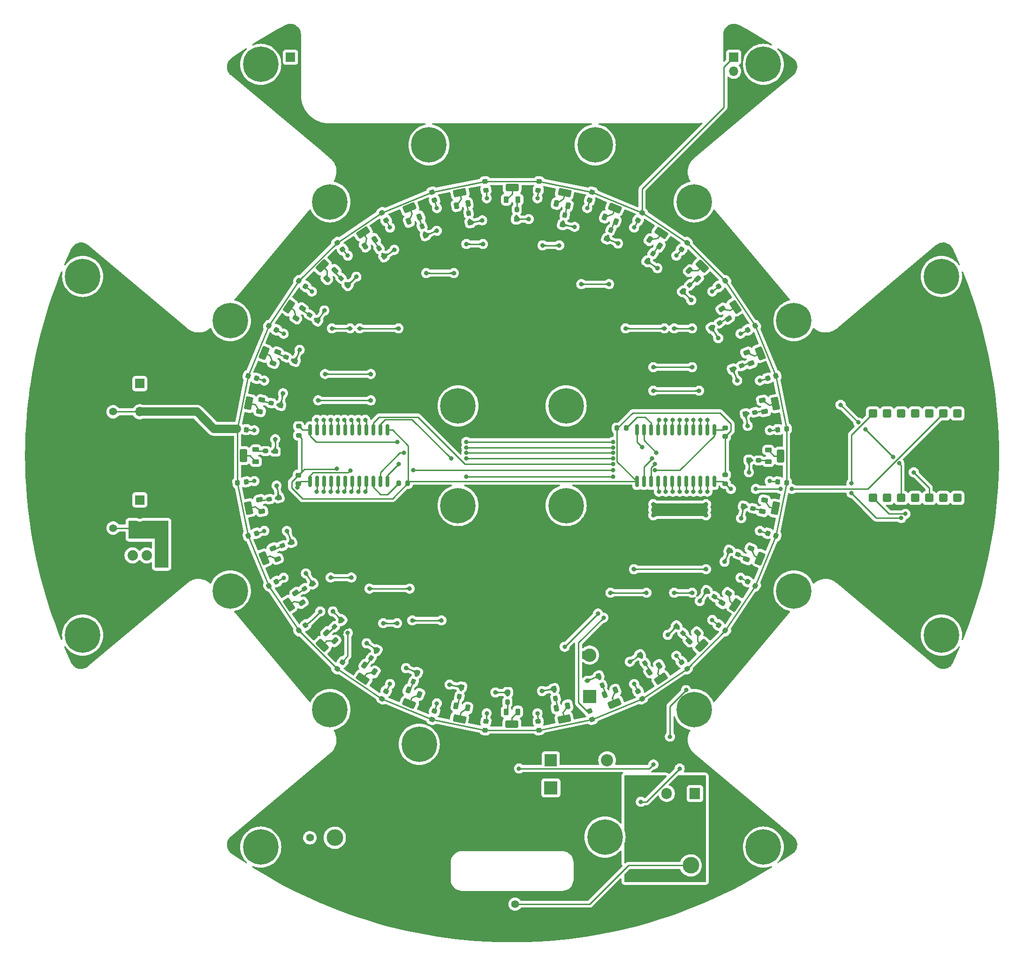
<source format=gbl>
G04 #@! TF.GenerationSoftware,KiCad,Pcbnew,7.0.9*
G04 #@! TF.CreationDate,2023-12-19T12:28:11+08:00*
G04 #@! TF.ProjectId,layer1,6c617965-7231-42e6-9b69-6361645f7063,rev?*
G04 #@! TF.SameCoordinates,Original*
G04 #@! TF.FileFunction,Copper,L2,Bot*
G04 #@! TF.FilePolarity,Positive*
%FSLAX46Y46*%
G04 Gerber Fmt 4.6, Leading zero omitted, Abs format (unit mm)*
G04 Created by KiCad (PCBNEW 7.0.9) date 2023-12-19 12:28:11*
%MOMM*%
%LPD*%
G01*
G04 APERTURE LIST*
G04 Aperture macros list*
%AMRoundRect*
0 Rectangle with rounded corners*
0 $1 Rounding radius*
0 $2 $3 $4 $5 $6 $7 $8 $9 X,Y pos of 4 corners*
0 Add a 4 corners polygon primitive as box body*
4,1,4,$2,$3,$4,$5,$6,$7,$8,$9,$2,$3,0*
0 Add four circle primitives for the rounded corners*
1,1,$1+$1,$2,$3*
1,1,$1+$1,$4,$5*
1,1,$1+$1,$6,$7*
1,1,$1+$1,$8,$9*
0 Add four rect primitives between the rounded corners*
20,1,$1+$1,$2,$3,$4,$5,0*
20,1,$1+$1,$4,$5,$6,$7,0*
20,1,$1+$1,$6,$7,$8,$9,0*
20,1,$1+$1,$8,$9,$2,$3,0*%
G04 Aperture macros list end*
G04 #@! TA.AperFunction,ComponentPad*
%ADD10R,2.400000X2.400000*%
G04 #@! TD*
G04 #@! TA.AperFunction,ComponentPad*
%ADD11C,2.400000*%
G04 #@! TD*
G04 #@! TA.AperFunction,ComponentPad*
%ADD12C,6.400000*%
G04 #@! TD*
G04 #@! TA.AperFunction,ComponentPad*
%ADD13R,2.200000X2.200000*%
G04 #@! TD*
G04 #@! TA.AperFunction,ComponentPad*
%ADD14O,2.200000X2.200000*%
G04 #@! TD*
G04 #@! TA.AperFunction,ComponentPad*
%ADD15R,1.700000X1.700000*%
G04 #@! TD*
G04 #@! TA.AperFunction,ComponentPad*
%ADD16O,1.700000X1.700000*%
G04 #@! TD*
G04 #@! TA.AperFunction,ComponentPad*
%ADD17RoundRect,0.150000X0.600000X-0.600000X0.600000X0.600000X-0.600000X0.600000X-0.600000X-0.600000X0*%
G04 #@! TD*
G04 #@! TA.AperFunction,ComponentPad*
%ADD18RoundRect,0.150000X-0.600000X0.600000X-0.600000X-0.600000X0.600000X-0.600000X0.600000X0.600000X0*%
G04 #@! TD*
G04 #@! TA.AperFunction,ComponentPad*
%ADD19R,3.000000X3.000000*%
G04 #@! TD*
G04 #@! TA.AperFunction,ComponentPad*
%ADD20C,3.000000*%
G04 #@! TD*
G04 #@! TA.AperFunction,ComponentPad*
%ADD21R,1.905000X2.000000*%
G04 #@! TD*
G04 #@! TA.AperFunction,ComponentPad*
%ADD22O,1.905000X2.000000*%
G04 #@! TD*
G04 #@! TA.AperFunction,ComponentPad*
%ADD23RoundRect,0.250001X-0.799999X-0.799999X0.799999X-0.799999X0.799999X0.799999X-0.799999X0.799999X0*%
G04 #@! TD*
G04 #@! TA.AperFunction,ComponentPad*
%ADD24O,2.400000X2.400000*%
G04 #@! TD*
G04 #@! TA.AperFunction,ComponentPad*
%ADD25C,1.879600*%
G04 #@! TD*
G04 #@! TA.AperFunction,SMDPad,CuDef*
%ADD26RoundRect,0.225000X0.325973X0.082864X-0.048188X0.332871X-0.325973X-0.082864X0.048188X-0.332871X0*%
G04 #@! TD*
G04 #@! TA.AperFunction,SMDPad,CuDef*
%ADD27RoundRect,0.218750X-0.416600X0.140169X-0.331248X-0.288925X0.416600X-0.140169X0.331248X0.288925X0*%
G04 #@! TD*
G04 #@! TA.AperFunction,SMDPad,CuDef*
%ADD28RoundRect,0.250000X0.735082X0.696732X-0.027118X1.012445X-0.735082X-0.696732X0.027118X-1.012445X0*%
G04 #@! TD*
G04 #@! TA.AperFunction,SMDPad,CuDef*
%ADD29RoundRect,0.250000X0.585032X0.826752X-0.224115X0.987701X-0.585032X-0.826752X0.224115X-0.987701X0*%
G04 #@! TD*
G04 #@! TA.AperFunction,SMDPad,CuDef*
%ADD30RoundRect,0.225000X-0.250000X0.225000X-0.250000X-0.225000X0.250000X-0.225000X0.250000X0.225000X0*%
G04 #@! TD*
G04 #@! TA.AperFunction,SMDPad,CuDef*
%ADD31RoundRect,0.218750X0.435941X-0.056201X0.268517X0.347997X-0.435941X0.056201X-0.268517X-0.347997X0*%
G04 #@! TD*
G04 #@! TA.AperFunction,SMDPad,CuDef*
%ADD32RoundRect,0.200000X-0.290014X-0.177530X0.079538X-0.330604X0.290014X0.177530X-0.079538X0.330604X0*%
G04 #@! TD*
G04 #@! TA.AperFunction,SMDPad,CuDef*
%ADD33RoundRect,0.225000X-0.048188X-0.332871X0.325973X-0.082864X0.048188X0.332871X-0.325973X0.082864X0*%
G04 #@! TD*
G04 #@! TA.AperFunction,SMDPad,CuDef*
%ADD34RoundRect,0.200000X-0.339768X0.013512X-0.117540X-0.319076X0.339768X-0.013512X0.117540X0.319076X0*%
G04 #@! TD*
G04 #@! TA.AperFunction,SMDPad,CuDef*
%ADD35RoundRect,0.200000X-0.275000X0.200000X-0.275000X-0.200000X0.275000X-0.200000X0.275000X0.200000X0*%
G04 #@! TD*
G04 #@! TA.AperFunction,SMDPad,CuDef*
%ADD36RoundRect,0.200000X0.200000X0.275000X-0.200000X0.275000X-0.200000X-0.275000X0.200000X-0.275000X0*%
G04 #@! TD*
G04 #@! TA.AperFunction,SMDPad,CuDef*
%ADD37RoundRect,0.218750X-0.336857X0.006533X-0.059310X-0.331659X0.336857X-0.006533X0.059310X0.331659X0*%
G04 #@! TD*
G04 #@! TA.AperFunction,SMDPad,CuDef*
%ADD38RoundRect,0.250000X-0.412500X-0.925000X0.412500X-0.925000X0.412500X0.925000X-0.412500X0.925000X0*%
G04 #@! TD*
G04 #@! TA.AperFunction,SMDPad,CuDef*
%ADD39RoundRect,0.218750X-0.181716X0.283716X-0.308716X-0.134945X0.181716X-0.283716X0.308716X0.134945X0*%
G04 #@! TD*
G04 #@! TA.AperFunction,SMDPad,CuDef*
%ADD40RoundRect,0.200000X-0.319076X-0.117540X0.013512X-0.339768X0.319076X0.117540X-0.013512X0.339768X0*%
G04 #@! TD*
G04 #@! TA.AperFunction,SMDPad,CuDef*
%ADD41RoundRect,0.250000X-0.585032X-0.826752X0.224115X-0.987701X0.585032X0.826752X-0.224115X0.987701X0*%
G04 #@! TD*
G04 #@! TA.AperFunction,SMDPad,CuDef*
%ADD42RoundRect,0.218750X0.393695X0.195467X0.029927X0.438529X-0.393695X-0.195467X-0.029927X-0.438529X0*%
G04 #@! TD*
G04 #@! TA.AperFunction,SMDPad,CuDef*
%ADD43RoundRect,0.250000X0.945755X0.362392X0.362392X0.945755X-0.945755X-0.362392X-0.362392X-0.945755X0*%
G04 #@! TD*
G04 #@! TA.AperFunction,SMDPad,CuDef*
%ADD44RoundRect,0.250000X0.362392X-0.945755X0.945755X-0.362392X-0.362392X0.945755X-0.945755X0.362392X0*%
G04 #@! TD*
G04 #@! TA.AperFunction,SMDPad,CuDef*
%ADD45RoundRect,0.218750X0.006533X0.336857X-0.331659X0.059310X-0.006533X-0.336857X0.331659X-0.059310X0*%
G04 #@! TD*
G04 #@! TA.AperFunction,SMDPad,CuDef*
%ADD46RoundRect,0.225000X-0.112202X-0.317074X0.303544X-0.144866X0.112202X0.317074X-0.303544X0.144866X0*%
G04 #@! TD*
G04 #@! TA.AperFunction,SMDPad,CuDef*
%ADD47RoundRect,0.225000X-0.325973X-0.082864X0.048188X-0.332871X0.325973X0.082864X-0.048188X0.332871X0*%
G04 #@! TD*
G04 #@! TA.AperFunction,SMDPad,CuDef*
%ADD48RoundRect,0.200000X0.142507X0.308734X-0.249807X0.230698X-0.142507X-0.308734X0.249807X-0.230698X0*%
G04 #@! TD*
G04 #@! TA.AperFunction,SMDPad,CuDef*
%ADD49RoundRect,0.218750X-0.114905X0.424264X-0.424264X0.114905X0.114905X-0.424264X0.424264X-0.114905X0*%
G04 #@! TD*
G04 #@! TA.AperFunction,SMDPad,CuDef*
%ADD50RoundRect,0.200000X0.330604X-0.079538X0.177530X0.290014X-0.330604X0.079538X-0.177530X-0.290014X0*%
G04 #@! TD*
G04 #@! TA.AperFunction,SMDPad,CuDef*
%ADD51RoundRect,0.218750X0.029927X-0.438529X0.393695X-0.195467X-0.029927X0.438529X-0.393695X0.195467X0*%
G04 #@! TD*
G04 #@! TA.AperFunction,SMDPad,CuDef*
%ADD52RoundRect,0.218750X0.288925X0.331248X-0.140169X0.416600X-0.288925X-0.331248X0.140169X-0.416600X0*%
G04 #@! TD*
G04 #@! TA.AperFunction,SMDPad,CuDef*
%ADD53RoundRect,0.200000X-0.200000X-0.275000X0.200000X-0.275000X0.200000X0.275000X-0.200000X0.275000X0*%
G04 #@! TD*
G04 #@! TA.AperFunction,SMDPad,CuDef*
%ADD54RoundRect,0.218750X-0.331659X-0.059310X0.006533X-0.336857X0.331659X0.059310X-0.006533X0.336857X0*%
G04 #@! TD*
G04 #@! TA.AperFunction,SMDPad,CuDef*
%ADD55RoundRect,0.200000X-0.013512X-0.339768X0.319076X-0.117540X0.013512X0.339768X-0.319076X0.117540X0*%
G04 #@! TD*
G04 #@! TA.AperFunction,SMDPad,CuDef*
%ADD56RoundRect,0.200000X-0.053033X0.335876X-0.335876X0.053033X0.053033X-0.335876X0.335876X-0.053033X0*%
G04 #@! TD*
G04 #@! TA.AperFunction,SMDPad,CuDef*
%ADD57RoundRect,0.218750X0.347997X0.268517X-0.056201X0.435941X-0.347997X-0.268517X0.056201X-0.435941X0*%
G04 #@! TD*
G04 #@! TA.AperFunction,SMDPad,CuDef*
%ADD58RoundRect,0.200000X-0.230698X0.249807X-0.308734X-0.142507X0.230698X-0.249807X0.308734X0.142507X0*%
G04 #@! TD*
G04 #@! TA.AperFunction,SMDPad,CuDef*
%ADD59RoundRect,0.200000X-0.335876X-0.053033X-0.053033X-0.335876X0.335876X0.053033X0.053033X0.335876X0*%
G04 #@! TD*
G04 #@! TA.AperFunction,SMDPad,CuDef*
%ADD60RoundRect,0.250000X0.412500X0.925000X-0.412500X0.925000X-0.412500X-0.925000X0.412500X-0.925000X0*%
G04 #@! TD*
G04 #@! TA.AperFunction,SMDPad,CuDef*
%ADD61RoundRect,0.218750X0.313716X0.122874X-0.072125X0.329110X-0.313716X-0.122874X0.072125X-0.329110X0*%
G04 #@! TD*
G04 #@! TA.AperFunction,SMDPad,CuDef*
%ADD62RoundRect,0.218750X0.336857X-0.006533X0.059310X0.331659X-0.336857X0.006533X-0.059310X-0.331659X0*%
G04 #@! TD*
G04 #@! TA.AperFunction,SMDPad,CuDef*
%ADD63RoundRect,0.225000X-0.225000X-0.250000X0.225000X-0.250000X0.225000X0.250000X-0.225000X0.250000X0*%
G04 #@! TD*
G04 #@! TA.AperFunction,SMDPad,CuDef*
%ADD64RoundRect,0.218750X-0.288925X-0.331248X0.140169X-0.416600X0.288925X0.331248X-0.140169X0.416600X0*%
G04 #@! TD*
G04 #@! TA.AperFunction,SMDPad,CuDef*
%ADD65RoundRect,0.225000X0.303544X0.144866X-0.112202X0.317074X-0.303544X-0.144866X0.112202X-0.317074X0*%
G04 #@! TD*
G04 #@! TA.AperFunction,SMDPad,CuDef*
%ADD66RoundRect,0.218750X0.424264X0.114905X0.114905X0.424264X-0.424264X-0.114905X-0.114905X-0.424264X0*%
G04 #@! TD*
G04 #@! TA.AperFunction,SMDPad,CuDef*
%ADD67RoundRect,0.218750X-0.381250X0.218750X-0.381250X-0.218750X0.381250X-0.218750X0.381250X0.218750X0*%
G04 #@! TD*
G04 #@! TA.AperFunction,SMDPad,CuDef*
%ADD68RoundRect,0.200000X0.290014X0.177530X-0.079538X0.330604X-0.290014X-0.177530X0.079538X-0.330604X0*%
G04 #@! TD*
G04 #@! TA.AperFunction,SMDPad,CuDef*
%ADD69RoundRect,0.218750X0.276457X-0.192580X0.233575X0.242814X-0.276457X0.192580X-0.233575X-0.242814X0*%
G04 #@! TD*
G04 #@! TA.AperFunction,SMDPad,CuDef*
%ADD70RoundRect,0.218750X0.381250X-0.218750X0.381250X0.218750X-0.381250X0.218750X-0.381250X-0.218750X0*%
G04 #@! TD*
G04 #@! TA.AperFunction,SMDPad,CuDef*
%ADD71RoundRect,0.218750X-0.029927X0.438529X-0.393695X0.195467X0.029927X-0.438529X0.393695X-0.195467X0*%
G04 #@! TD*
G04 #@! TA.AperFunction,ComponentPad*
%ADD72C,1.400000*%
G04 #@! TD*
G04 #@! TA.AperFunction,SMDPad,CuDef*
%ADD73RoundRect,0.225000X0.225000X0.250000X-0.225000X0.250000X-0.225000X-0.250000X0.225000X-0.250000X0*%
G04 #@! TD*
G04 #@! TA.AperFunction,SMDPad,CuDef*
%ADD74RoundRect,0.218750X0.438529X0.029927X0.195467X0.393695X-0.438529X-0.029927X-0.195467X-0.393695X0*%
G04 #@! TD*
G04 #@! TA.AperFunction,SMDPad,CuDef*
%ADD75RoundRect,0.225000X-0.289092X0.171904X-0.201301X-0.269449X0.289092X-0.171904X0.201301X0.269449X0*%
G04 #@! TD*
G04 #@! TA.AperFunction,SMDPad,CuDef*
%ADD76RoundRect,0.225000X0.048188X0.332871X-0.325973X0.082864X-0.048188X-0.332871X0.325973X-0.082864X0*%
G04 #@! TD*
G04 #@! TA.AperFunction,SMDPad,CuDef*
%ADD77RoundRect,0.225000X-0.303544X-0.144866X0.112202X-0.317074X0.303544X0.144866X-0.112202X0.317074X0*%
G04 #@! TD*
G04 #@! TA.AperFunction,SMDPad,CuDef*
%ADD78RoundRect,0.218750X0.195467X-0.393695X0.438529X-0.029927X-0.195467X0.393695X-0.438529X0.029927X0*%
G04 #@! TD*
G04 #@! TA.AperFunction,SMDPad,CuDef*
%ADD79RoundRect,0.250000X-0.735082X-0.696732X0.027118X-1.012445X0.735082X0.696732X-0.027118X1.012445X0*%
G04 #@! TD*
G04 #@! TA.AperFunction,SMDPad,CuDef*
%ADD80RoundRect,0.225000X0.250000X-0.225000X0.250000X0.225000X-0.250000X0.225000X-0.250000X-0.225000X0*%
G04 #@! TD*
G04 #@! TA.AperFunction,SMDPad,CuDef*
%ADD81RoundRect,0.200000X-0.079538X-0.330604X0.290014X-0.177530X0.079538X0.330604X-0.290014X0.177530X0*%
G04 #@! TD*
G04 #@! TA.AperFunction,SMDPad,CuDef*
%ADD82RoundRect,0.218750X0.308716X-0.134945X0.181716X0.283716X-0.308716X0.134945X-0.181716X-0.283716X0*%
G04 #@! TD*
G04 #@! TA.AperFunction,SMDPad,CuDef*
%ADD83RoundRect,0.225000X-0.332871X0.048188X-0.082864X-0.325973X0.332871X-0.048188X0.082864X0.325973X0*%
G04 #@! TD*
G04 #@! TA.AperFunction,SMDPad,CuDef*
%ADD84RoundRect,0.250000X-0.856884X-0.539937X-0.170921X-0.998282X0.856884X0.539937X0.170921X0.998282X0*%
G04 #@! TD*
G04 #@! TA.AperFunction,SMDPad,CuDef*
%ADD85RoundRect,0.218750X-0.438529X-0.029927X-0.195467X-0.393695X0.438529X0.029927X0.195467X0.393695X0*%
G04 #@! TD*
G04 #@! TA.AperFunction,SMDPad,CuDef*
%ADD86RoundRect,0.218750X-0.268517X0.347997X-0.435941X-0.056201X0.268517X-0.347997X0.435941X0.056201X0*%
G04 #@! TD*
G04 #@! TA.AperFunction,SMDPad,CuDef*
%ADD87RoundRect,0.218750X-0.192580X-0.276457X0.242814X-0.233575X0.192580X0.276457X-0.242814X0.233575X0*%
G04 #@! TD*
G04 #@! TA.AperFunction,SMDPad,CuDef*
%ADD88RoundRect,0.250000X-0.362392X0.945755X-0.945755X0.362392X0.362392X-0.945755X0.945755X-0.362392X0*%
G04 #@! TD*
G04 #@! TA.AperFunction,SMDPad,CuDef*
%ADD89RoundRect,0.218750X0.329110X-0.072125X0.122874X0.313716X-0.329110X0.072125X-0.122874X-0.313716X0*%
G04 #@! TD*
G04 #@! TA.AperFunction,SMDPad,CuDef*
%ADD90RoundRect,0.200000X-0.249807X-0.230698X0.142507X-0.308734X0.249807X0.230698X-0.142507X0.308734X0*%
G04 #@! TD*
G04 #@! TA.AperFunction,SMDPad,CuDef*
%ADD91RoundRect,0.200000X0.013512X0.339768X-0.319076X0.117540X-0.013512X-0.339768X0.319076X-0.117540X0*%
G04 #@! TD*
G04 #@! TA.AperFunction,SMDPad,CuDef*
%ADD92RoundRect,0.225000X0.289092X-0.171904X0.201301X0.269449X-0.289092X0.171904X-0.201301X-0.269449X0*%
G04 #@! TD*
G04 #@! TA.AperFunction,SMDPad,CuDef*
%ADD93RoundRect,0.218750X-0.308716X0.134945X-0.181716X-0.283716X0.308716X-0.134945X0.181716X0.283716X0*%
G04 #@! TD*
G04 #@! TA.AperFunction,SMDPad,CuDef*
%ADD94RoundRect,0.200000X0.053033X-0.335876X0.335876X-0.053033X-0.053033X0.335876X-0.335876X0.053033X0*%
G04 #@! TD*
G04 #@! TA.AperFunction,SMDPad,CuDef*
%ADD95RoundRect,0.218750X0.181716X-0.283716X0.308716X0.134945X-0.181716X0.283716X-0.308716X-0.134945X0*%
G04 #@! TD*
G04 #@! TA.AperFunction,SMDPad,CuDef*
%ADD96RoundRect,0.218750X0.416600X-0.140169X0.331248X0.288925X-0.416600X0.140169X-0.331248X-0.288925X0*%
G04 #@! TD*
G04 #@! TA.AperFunction,SMDPad,CuDef*
%ADD97RoundRect,0.218750X0.072125X0.329110X-0.313716X0.122874X-0.072125X-0.329110X0.313716X-0.122874X0*%
G04 #@! TD*
G04 #@! TA.AperFunction,SMDPad,CuDef*
%ADD98RoundRect,0.225000X0.082864X-0.325973X0.332871X0.048188X-0.082864X0.325973X-0.332871X-0.048188X0*%
G04 #@! TD*
G04 #@! TA.AperFunction,SMDPad,CuDef*
%ADD99RoundRect,0.218750X0.140169X0.416600X-0.288925X0.331248X-0.140169X-0.416600X0.288925X-0.331248X0*%
G04 #@! TD*
G04 #@! TA.AperFunction,SMDPad,CuDef*
%ADD100RoundRect,0.225000X-0.144866X0.303544X-0.317074X-0.112202X0.144866X-0.303544X0.317074X0.112202X0*%
G04 #@! TD*
G04 #@! TA.AperFunction,SMDPad,CuDef*
%ADD101RoundRect,0.218750X-0.329110X0.072125X-0.122874X-0.313716X0.329110X-0.072125X0.122874X0.313716X0*%
G04 #@! TD*
G04 #@! TA.AperFunction,SMDPad,CuDef*
%ADD102RoundRect,0.218750X0.114905X-0.424264X0.424264X-0.114905X-0.114905X0.424264X-0.424264X0.114905X0*%
G04 #@! TD*
G04 #@! TA.AperFunction,SMDPad,CuDef*
%ADD103RoundRect,0.218750X-0.072125X-0.329110X0.313716X-0.122874X0.072125X0.329110X-0.313716X0.122874X0*%
G04 #@! TD*
G04 #@! TA.AperFunction,SMDPad,CuDef*
%ADD104RoundRect,0.218750X-0.242814X-0.233575X0.192580X-0.276457X0.242814X0.233575X-0.192580X0.276457X0*%
G04 #@! TD*
G04 #@! TA.AperFunction,SMDPad,CuDef*
%ADD105RoundRect,0.218750X0.056201X0.435941X-0.347997X0.268517X-0.056201X-0.435941X0.347997X-0.268517X0*%
G04 #@! TD*
G04 #@! TA.AperFunction,SMDPad,CuDef*
%ADD106RoundRect,0.250000X-0.925000X0.412500X-0.925000X-0.412500X0.925000X-0.412500X0.925000X0.412500X0*%
G04 #@! TD*
G04 #@! TA.AperFunction,SMDPad,CuDef*
%ADD107RoundRect,0.225000X0.201301X-0.269449X0.289092X0.171904X-0.201301X0.269449X-0.289092X-0.171904X0*%
G04 #@! TD*
G04 #@! TA.AperFunction,SMDPad,CuDef*
%ADD108RoundRect,0.218750X-0.140169X-0.416600X0.288925X-0.331248X0.140169X0.416600X-0.288925X0.331248X0*%
G04 #@! TD*
G04 #@! TA.AperFunction,SMDPad,CuDef*
%ADD109RoundRect,0.250000X-0.539937X0.856884X-0.998282X0.170921X0.539937X-0.856884X0.998282X-0.170921X0*%
G04 #@! TD*
G04 #@! TA.AperFunction,SMDPad,CuDef*
%ADD110RoundRect,0.200000X0.117540X-0.319076X0.339768X0.013512X-0.117540X0.319076X-0.339768X-0.013512X0*%
G04 #@! TD*
G04 #@! TA.AperFunction,SMDPad,CuDef*
%ADD111RoundRect,0.225000X0.171904X0.289092X-0.269449X0.201301X-0.171904X-0.289092X0.269449X-0.201301X0*%
G04 #@! TD*
G04 #@! TA.AperFunction,SMDPad,CuDef*
%ADD112RoundRect,0.218750X0.192580X0.276457X-0.242814X0.233575X-0.192580X-0.276457X0.242814X-0.233575X0*%
G04 #@! TD*
G04 #@! TA.AperFunction,SMDPad,CuDef*
%ADD113RoundRect,0.225000X0.017678X-0.335876X0.335876X-0.017678X-0.017678X0.335876X-0.335876X0.017678X0*%
G04 #@! TD*
G04 #@! TA.AperFunction,SMDPad,CuDef*
%ADD114RoundRect,0.225000X-0.082864X0.325973X-0.332871X-0.048188X0.082864X-0.325973X0.332871X0.048188X0*%
G04 #@! TD*
G04 #@! TA.AperFunction,SMDPad,CuDef*
%ADD115RoundRect,0.250000X-0.027118X-1.012445X0.735082X-0.696732X0.027118X1.012445X-0.735082X0.696732X0*%
G04 #@! TD*
G04 #@! TA.AperFunction,SMDPad,CuDef*
%ADD116RoundRect,0.225000X-0.017678X0.335876X-0.335876X0.017678X0.017678X-0.335876X0.335876X-0.017678X0*%
G04 #@! TD*
G04 #@! TA.AperFunction,SMDPad,CuDef*
%ADD117RoundRect,0.225000X-0.317074X0.112202X-0.144866X-0.303544X0.317074X-0.112202X0.144866X0.303544X0*%
G04 #@! TD*
G04 #@! TA.AperFunction,SMDPad,CuDef*
%ADD118RoundRect,0.225000X0.112202X0.317074X-0.303544X0.144866X-0.112202X-0.317074X0.303544X-0.144866X0*%
G04 #@! TD*
G04 #@! TA.AperFunction,SMDPad,CuDef*
%ADD119RoundRect,0.250000X0.224115X0.987701X-0.585032X0.826752X-0.224115X-0.987701X0.585032X-0.826752X0*%
G04 #@! TD*
G04 #@! TA.AperFunction,SMDPad,CuDef*
%ADD120RoundRect,0.225000X-0.335876X-0.017678X-0.017678X-0.335876X0.335876X0.017678X0.017678X0.335876X0*%
G04 #@! TD*
G04 #@! TA.AperFunction,SMDPad,CuDef*
%ADD121RoundRect,0.200000X-0.330604X0.079538X-0.177530X-0.290014X0.330604X-0.079538X0.177530X0.290014X0*%
G04 #@! TD*
G04 #@! TA.AperFunction,SMDPad,CuDef*
%ADD122RoundRect,0.250000X-0.987701X0.224115X-0.826752X-0.585032X0.987701X-0.224115X0.826752X0.585032X0*%
G04 #@! TD*
G04 #@! TA.AperFunction,SMDPad,CuDef*
%ADD123RoundRect,0.200000X0.339768X-0.013512X0.117540X0.319076X-0.339768X0.013512X-0.117540X-0.319076X0*%
G04 #@! TD*
G04 #@! TA.AperFunction,SMDPad,CuDef*
%ADD124RoundRect,0.225000X0.269449X0.201301X-0.171904X0.289092X-0.269449X-0.201301X0.171904X-0.289092X0*%
G04 #@! TD*
G04 #@! TA.AperFunction,SMDPad,CuDef*
%ADD125RoundRect,0.218750X-0.331248X0.288925X-0.416600X-0.140169X0.331248X-0.288925X0.416600X0.140169X0*%
G04 #@! TD*
G04 #@! TA.AperFunction,SMDPad,CuDef*
%ADD126RoundRect,0.250000X-0.998282X-0.170921X-0.539937X-0.856884X0.998282X0.170921X0.539937X0.856884X0*%
G04 #@! TD*
G04 #@! TA.AperFunction,SMDPad,CuDef*
%ADD127RoundRect,0.200000X-0.117540X0.319076X-0.339768X-0.013512X0.117540X-0.319076X0.339768X0.013512X0*%
G04 #@! TD*
G04 #@! TA.AperFunction,SMDPad,CuDef*
%ADD128RoundRect,0.218750X-0.393695X-0.195467X-0.029927X-0.438529X0.393695X0.195467X0.029927X0.438529X0*%
G04 #@! TD*
G04 #@! TA.AperFunction,SMDPad,CuDef*
%ADD129RoundRect,0.218750X0.283716X0.181716X-0.134945X0.308716X-0.283716X-0.181716X0.134945X-0.308716X0*%
G04 #@! TD*
G04 #@! TA.AperFunction,SMDPad,CuDef*
%ADD130RoundRect,0.200000X-0.308734X0.142507X-0.230698X-0.249807X0.308734X-0.142507X0.230698X0.249807X0*%
G04 #@! TD*
G04 #@! TA.AperFunction,SMDPad,CuDef*
%ADD131RoundRect,0.200000X0.177530X-0.290014X0.330604X0.079538X-0.177530X0.290014X-0.330604X-0.079538X0*%
G04 #@! TD*
G04 #@! TA.AperFunction,SMDPad,CuDef*
%ADD132RoundRect,0.225000X-0.171904X-0.289092X0.269449X-0.201301X0.171904X0.289092X-0.269449X0.201301X0*%
G04 #@! TD*
G04 #@! TA.AperFunction,SMDPad,CuDef*
%ADD133RoundRect,0.200000X0.230698X-0.249807X0.308734X0.142507X-0.230698X0.249807X-0.308734X-0.142507X0*%
G04 #@! TD*
G04 #@! TA.AperFunction,SMDPad,CuDef*
%ADD134RoundRect,0.218750X0.233575X-0.242814X0.276457X0.192580X-0.233575X0.242814X-0.276457X-0.192580X0*%
G04 #@! TD*
G04 #@! TA.AperFunction,SMDPad,CuDef*
%ADD135RoundRect,0.200000X-0.177530X0.290014X-0.330604X-0.079538X0.177530X-0.290014X0.330604X0.079538X0*%
G04 #@! TD*
G04 #@! TA.AperFunction,SMDPad,CuDef*
%ADD136RoundRect,0.218750X-0.313716X-0.122874X0.072125X-0.329110X0.313716X0.122874X-0.072125X0.329110X0*%
G04 #@! TD*
G04 #@! TA.AperFunction,SMDPad,CuDef*
%ADD137RoundRect,0.218750X-0.122874X0.313716X-0.329110X-0.072125X0.122874X-0.313716X0.329110X0.072125X0*%
G04 #@! TD*
G04 #@! TA.AperFunction,SMDPad,CuDef*
%ADD138RoundRect,0.218750X-0.347997X-0.268517X0.056201X-0.435941X0.347997X0.268517X-0.056201X0.435941X0*%
G04 #@! TD*
G04 #@! TA.AperFunction,SMDPad,CuDef*
%ADD139RoundRect,0.218750X-0.195467X0.393695X-0.438529X0.029927X0.195467X-0.393695X0.438529X-0.029927X0*%
G04 #@! TD*
G04 #@! TA.AperFunction,SMDPad,CuDef*
%ADD140RoundRect,0.218750X0.134945X0.308716X-0.283716X0.181716X-0.134945X-0.308716X0.283716X-0.181716X0*%
G04 #@! TD*
G04 #@! TA.AperFunction,SMDPad,CuDef*
%ADD141RoundRect,0.225000X0.317074X-0.112202X0.144866X0.303544X-0.317074X0.112202X-0.144866X-0.303544X0*%
G04 #@! TD*
G04 #@! TA.AperFunction,SMDPad,CuDef*
%ADD142RoundRect,0.218750X0.268517X-0.347997X0.435941X0.056201X-0.268517X0.347997X-0.435941X-0.056201X0*%
G04 #@! TD*
G04 #@! TA.AperFunction,SMDPad,CuDef*
%ADD143RoundRect,0.250000X-0.696732X0.735082X-1.012445X-0.027118X0.696732X-0.735082X1.012445X0.027118X0*%
G04 #@! TD*
G04 #@! TA.AperFunction,SMDPad,CuDef*
%ADD144RoundRect,0.225000X0.335876X0.017678X0.017678X0.335876X-0.335876X-0.017678X-0.017678X-0.335876X0*%
G04 #@! TD*
G04 #@! TA.AperFunction,SMDPad,CuDef*
%ADD145RoundRect,0.250000X-0.826752X0.585032X-0.987701X-0.224115X0.826752X-0.585032X0.987701X0.224115X0*%
G04 #@! TD*
G04 #@! TA.AperFunction,SMDPad,CuDef*
%ADD146RoundRect,0.218750X-0.006533X-0.336857X0.331659X-0.059310X0.006533X0.336857X-0.331659X0.059310X0*%
G04 #@! TD*
G04 #@! TA.AperFunction,SMDPad,CuDef*
%ADD147RoundRect,0.200000X-0.142507X-0.308734X0.249807X-0.230698X0.142507X0.308734X-0.249807X0.230698X0*%
G04 #@! TD*
G04 #@! TA.AperFunction,SMDPad,CuDef*
%ADD148RoundRect,0.250000X0.998282X0.170921X0.539937X0.856884X-0.998282X-0.170921X-0.539937X-0.856884X0*%
G04 #@! TD*
G04 #@! TA.AperFunction,SMDPad,CuDef*
%ADD149RoundRect,0.218750X-0.056201X-0.435941X0.347997X-0.268517X0.056201X0.435941X-0.347997X0.268517X0*%
G04 #@! TD*
G04 #@! TA.AperFunction,SMDPad,CuDef*
%ADD150RoundRect,0.218750X-0.435941X0.056201X-0.268517X-0.347997X0.435941X-0.056201X0.268517X0.347997X0*%
G04 #@! TD*
G04 #@! TA.AperFunction,SMDPad,CuDef*
%ADD151RoundRect,0.218750X0.331248X-0.288925X0.416600X0.140169X-0.331248X0.288925X-0.416600X-0.140169X0*%
G04 #@! TD*
G04 #@! TA.AperFunction,SMDPad,CuDef*
%ADD152RoundRect,0.200000X0.249807X0.230698X-0.142507X0.308734X-0.249807X-0.230698X0.142507X-0.308734X0*%
G04 #@! TD*
G04 #@! TA.AperFunction,SMDPad,CuDef*
%ADD153RoundRect,0.200000X0.319076X0.117540X-0.013512X0.339768X-0.319076X-0.117540X0.013512X-0.339768X0*%
G04 #@! TD*
G04 #@! TA.AperFunction,SMDPad,CuDef*
%ADD154RoundRect,0.250000X-0.224115X-0.987701X0.585032X-0.826752X0.224115X0.987701X-0.585032X0.826752X0*%
G04 #@! TD*
G04 #@! TA.AperFunction,SMDPad,CuDef*
%ADD155RoundRect,0.250000X0.826752X-0.585032X0.987701X0.224115X-0.826752X0.585032X-0.987701X-0.224115X0*%
G04 #@! TD*
G04 #@! TA.AperFunction,SMDPad,CuDef*
%ADD156RoundRect,0.218750X-0.424264X-0.114905X-0.114905X-0.424264X0.424264X0.114905X0.114905X0.424264X0*%
G04 #@! TD*
G04 #@! TA.AperFunction,SMDPad,CuDef*
%ADD157RoundRect,0.150000X-0.150000X0.875000X-0.150000X-0.875000X0.150000X-0.875000X0.150000X0.875000X0*%
G04 #@! TD*
G04 #@! TA.AperFunction,SMDPad,CuDef*
%ADD158RoundRect,0.150000X0.150000X-0.875000X0.150000X0.875000X-0.150000X0.875000X-0.150000X-0.875000X0*%
G04 #@! TD*
G04 #@! TA.AperFunction,SMDPad,CuDef*
%ADD159RoundRect,0.250000X0.856884X0.539937X0.170921X0.998282X-0.856884X-0.539937X-0.170921X-0.998282X0*%
G04 #@! TD*
G04 #@! TA.AperFunction,SMDPad,CuDef*
%ADD160RoundRect,0.218750X0.242814X0.233575X-0.192580X0.276457X-0.242814X-0.233575X0.192580X-0.276457X0*%
G04 #@! TD*
G04 #@! TA.AperFunction,SMDPad,CuDef*
%ADD161RoundRect,0.225000X-0.201301X0.269449X-0.289092X-0.171904X0.201301X-0.269449X0.289092X0.171904X0*%
G04 #@! TD*
G04 #@! TA.AperFunction,SMDPad,CuDef*
%ADD162RoundRect,0.225000X0.332871X-0.048188X0.082864X0.325973X-0.332871X0.048188X-0.082864X-0.325973X0*%
G04 #@! TD*
G04 #@! TA.AperFunction,SMDPad,CuDef*
%ADD163RoundRect,0.218750X-0.134945X-0.308716X0.283716X-0.181716X0.134945X0.308716X-0.283716X0.181716X0*%
G04 #@! TD*
G04 #@! TA.AperFunction,SMDPad,CuDef*
%ADD164RoundRect,0.218750X-0.059310X0.331659X-0.336857X-0.006533X0.059310X-0.331659X0.336857X0.006533X0*%
G04 #@! TD*
G04 #@! TA.AperFunction,SMDPad,CuDef*
%ADD165RoundRect,0.250000X0.027118X1.012445X-0.735082X0.696732X-0.027118X-1.012445X0.735082X-0.696732X0*%
G04 #@! TD*
G04 #@! TA.AperFunction,SMDPad,CuDef*
%ADD166RoundRect,0.218750X0.122874X-0.313716X0.329110X0.072125X-0.122874X0.313716X-0.329110X-0.072125X0*%
G04 #@! TD*
G04 #@! TA.AperFunction,SMDPad,CuDef*
%ADD167RoundRect,0.250000X-0.170921X0.998282X-0.856884X0.539937X0.170921X-0.998282X0.856884X-0.539937X0*%
G04 #@! TD*
G04 #@! TA.AperFunction,SMDPad,CuDef*
%ADD168RoundRect,0.218750X-0.233575X0.242814X-0.276457X-0.192580X0.233575X-0.242814X0.276457X0.192580X0*%
G04 #@! TD*
G04 #@! TA.AperFunction,SMDPad,CuDef*
%ADD169RoundRect,0.218750X-0.276457X0.192580X-0.233575X-0.242814X0.276457X-0.192580X0.233575X0.242814X0*%
G04 #@! TD*
G04 #@! TA.AperFunction,SMDPad,CuDef*
%ADD170RoundRect,0.218750X0.218750X0.381250X-0.218750X0.381250X-0.218750X-0.381250X0.218750X-0.381250X0*%
G04 #@! TD*
G04 #@! TA.AperFunction,SMDPad,CuDef*
%ADD171RoundRect,0.250000X0.696732X-0.735082X1.012445X0.027118X-0.696732X0.735082X-1.012445X-0.027118X0*%
G04 #@! TD*
G04 #@! TA.AperFunction,SMDPad,CuDef*
%ADD172RoundRect,0.225000X0.144866X-0.303544X0.317074X0.112202X-0.144866X0.303544X-0.317074X-0.112202X0*%
G04 #@! TD*
G04 #@! TA.AperFunction,SMDPad,CuDef*
%ADD173RoundRect,0.200000X0.335876X0.053033X0.053033X0.335876X-0.335876X-0.053033X-0.053033X-0.335876X0*%
G04 #@! TD*
G04 #@! TA.AperFunction,SMDPad,CuDef*
%ADD174RoundRect,0.250000X1.012445X-0.027118X0.696732X0.735082X-1.012445X0.027118X-0.696732X-0.735082X0*%
G04 #@! TD*
G04 #@! TA.AperFunction,SMDPad,CuDef*
%ADD175RoundRect,0.250000X0.539937X-0.856884X0.998282X-0.170921X-0.539937X0.856884X-0.998282X0.170921X0*%
G04 #@! TD*
G04 #@! TA.AperFunction,SMDPad,CuDef*
%ADD176RoundRect,0.200000X0.079538X0.330604X-0.290014X0.177530X-0.079538X-0.330604X0.290014X-0.177530X0*%
G04 #@! TD*
G04 #@! TA.AperFunction,SMDPad,CuDef*
%ADD177RoundRect,0.200000X0.275000X-0.200000X0.275000X0.200000X-0.275000X0.200000X-0.275000X-0.200000X0*%
G04 #@! TD*
G04 #@! TA.AperFunction,SMDPad,CuDef*
%ADD178RoundRect,0.250000X0.925000X-0.412500X0.925000X0.412500X-0.925000X0.412500X-0.925000X-0.412500X0*%
G04 #@! TD*
G04 #@! TA.AperFunction,SMDPad,CuDef*
%ADD179RoundRect,0.218750X0.331659X0.059310X-0.006533X0.336857X-0.331659X-0.059310X0.006533X-0.336857X0*%
G04 #@! TD*
G04 #@! TA.AperFunction,SMDPad,CuDef*
%ADD180RoundRect,0.225000X-0.269449X-0.201301X0.171904X-0.289092X0.269449X0.201301X-0.171904X0.289092X0*%
G04 #@! TD*
G04 #@! TA.AperFunction,SMDPad,CuDef*
%ADD181RoundRect,0.218750X-0.218750X-0.381250X0.218750X-0.381250X0.218750X0.381250X-0.218750X0.381250X0*%
G04 #@! TD*
G04 #@! TA.AperFunction,SMDPad,CuDef*
%ADD182RoundRect,0.218750X-0.283716X-0.181716X0.134945X-0.308716X0.283716X0.181716X-0.134945X0.308716X0*%
G04 #@! TD*
G04 #@! TA.AperFunction,SMDPad,CuDef*
%ADD183RoundRect,0.200000X0.308734X-0.142507X0.230698X0.249807X-0.308734X0.142507X-0.230698X-0.249807X0*%
G04 #@! TD*
G04 #@! TA.AperFunction,SMDPad,CuDef*
%ADD184RoundRect,0.218750X0.059310X-0.331659X0.336857X0.006533X-0.059310X0.331659X-0.336857X-0.006533X0*%
G04 #@! TD*
G04 #@! TA.AperFunction,SMDPad,CuDef*
%ADD185RoundRect,0.250000X-1.012445X0.027118X-0.696732X-0.735082X1.012445X-0.027118X0.696732X0.735082X0*%
G04 #@! TD*
G04 #@! TA.AperFunction,SMDPad,CuDef*
%ADD186RoundRect,0.250000X0.987701X-0.224115X0.826752X0.585032X-0.987701X0.224115X-0.826752X-0.585032X0*%
G04 #@! TD*
G04 #@! TA.AperFunction,SMDPad,CuDef*
%ADD187RoundRect,0.250000X-0.945755X-0.362392X-0.362392X-0.945755X0.945755X0.362392X0.362392X0.945755X0*%
G04 #@! TD*
G04 #@! TA.AperFunction,SMDPad,CuDef*
%ADD188RoundRect,0.250000X0.170921X-0.998282X0.856884X-0.539937X-0.170921X0.998282X-0.856884X0.539937X0*%
G04 #@! TD*
G04 #@! TA.AperFunction,ViaPad*
%ADD189C,0.800000*%
G04 #@! TD*
G04 #@! TA.AperFunction,Conductor*
%ADD190C,0.250000*%
G04 #@! TD*
G04 #@! TA.AperFunction,Conductor*
%ADD191C,0.200000*%
G04 #@! TD*
G04 #@! TA.AperFunction,Conductor*
%ADD192C,1.500000*%
G04 #@! TD*
G04 APERTURE END LIST*
D10*
X119000000Y-148512754D03*
D11*
X119000000Y-141012754D03*
D12*
X150362000Y-34301500D03*
X155865000Y-129405000D03*
X27498500Y-72603700D03*
D13*
X112000000Y-160000000D03*
D14*
X122160000Y-160000000D03*
D12*
X120000000Y-48868500D03*
D15*
X37800000Y-91975000D03*
D16*
X37800000Y-94515000D03*
X37800000Y-97055000D03*
D12*
X114750000Y-114000000D03*
X137867000Y-150854000D03*
X72133128Y-59145717D03*
X59637900Y-175699000D03*
X88236000Y-157118000D03*
X54135100Y-129405000D03*
X95250000Y-96000000D03*
X137867000Y-59145700D03*
X182501000Y-72603700D03*
X95250000Y-114000000D03*
X150362000Y-175699000D03*
X121764000Y-173882000D03*
D15*
X37800000Y-112975000D03*
D16*
X37800000Y-115515000D03*
X37800000Y-118055000D03*
D17*
X185370000Y-97380000D03*
X182830000Y-97380000D03*
X180290000Y-97380000D03*
X177750000Y-97380000D03*
X175210000Y-97380000D03*
X172670000Y-97380000D03*
X170130000Y-97380000D03*
D18*
X170130000Y-112620000D03*
X172670000Y-112620000D03*
X175210000Y-112620000D03*
X177750000Y-112620000D03*
X180290000Y-112620000D03*
X182830000Y-112620000D03*
X185370000Y-112620000D03*
D12*
X90000000Y-48868500D03*
X72133100Y-150854000D03*
X54135100Y-80595000D03*
D19*
X137250000Y-174000000D03*
D20*
X137250000Y-179000000D03*
D12*
X59637900Y-34301500D03*
D19*
X73000000Y-179000000D03*
D20*
X73000000Y-174000000D03*
D21*
X138000000Y-166000000D03*
D22*
X135460000Y-166000000D03*
X132920000Y-166000000D03*
D12*
X182501000Y-137396000D03*
D23*
X88500000Y-122250000D03*
D12*
X155865000Y-80595000D03*
D15*
X65000000Y-33000000D03*
D16*
X65000000Y-35540000D03*
D12*
X27498500Y-137396000D03*
D10*
X112000000Y-165000000D03*
D24*
X127240000Y-165000000D03*
D25*
X41572200Y-123000000D03*
X39032200Y-123000000D03*
X36492200Y-123000000D03*
D15*
X145000000Y-33000000D03*
D16*
X145000000Y-35540000D03*
D12*
X114750000Y-96000000D03*
D26*
X81893762Y-140975893D03*
X80604984Y-140114759D03*
D27*
X150158913Y-94959508D03*
X150573479Y-97043676D03*
D28*
X152604875Y-124745645D03*
X149763945Y-123568893D03*
D29*
X155542344Y-115078987D03*
X152526430Y-114479085D03*
D30*
X143500000Y-99975000D03*
X143500000Y-101525000D03*
D31*
X62667606Y-123657634D03*
X61854404Y-121694390D03*
D32*
X121290309Y-63581214D03*
X122814711Y-64212642D03*
D33*
X80604984Y-69885241D03*
X81893762Y-69024107D03*
D34*
X141555942Y-79611949D03*
X142472632Y-80983873D03*
D35*
X66500000Y-99675000D03*
X66500000Y-101325000D03*
D36*
X105800000Y-149500000D03*
X104150000Y-149500000D03*
D37*
X73415144Y-66513742D03*
X74414314Y-67731234D03*
D38*
X53462500Y-104975000D03*
X56537500Y-104975000D03*
D39*
X119452548Y-57356332D03*
X118995350Y-58863514D03*
D40*
X129057700Y-67555147D03*
X130429624Y-68471837D03*
D41*
X54457656Y-94921013D03*
X57473570Y-95520915D03*
D42*
X80167526Y-144031873D03*
X78400654Y-142851287D03*
D43*
X141424838Y-141460194D03*
X139250484Y-139285840D03*
D44*
X68539806Y-141424838D03*
X70714160Y-139250484D03*
D45*
X143486258Y-73415144D03*
X142268766Y-74414314D03*
D46*
X87924276Y-65800730D03*
X89356290Y-65207570D03*
D47*
X128106238Y-69024107D03*
X129395016Y-69885241D03*
D48*
X114466148Y-148488872D03*
X112847852Y-148810772D03*
D49*
X138437312Y-136970065D03*
X136934710Y-138472667D03*
D50*
X64193508Y-122768517D03*
X63562080Y-121244115D03*
D51*
X78442227Y-67120934D03*
X80209099Y-65940348D03*
D52*
X96994637Y-150563725D03*
X94910469Y-150149159D03*
D53*
X84500000Y-110000000D03*
X86150000Y-110000000D03*
D54*
X66513741Y-73415144D03*
X67731233Y-74414314D03*
D55*
X79611949Y-68444058D03*
X80983873Y-67527368D03*
D56*
X137031937Y-135900566D03*
X135865211Y-137067292D03*
D57*
X88259416Y-148126462D03*
X86296172Y-147313260D03*
D58*
X148801018Y-112896891D03*
X148479118Y-114515187D03*
D59*
X135900566Y-72968063D03*
X137067292Y-74134789D03*
D60*
X156537500Y-105025000D03*
X153462500Y-105025000D03*
D61*
X148908655Y-128469665D03*
X147519629Y-127727215D03*
D62*
X136584856Y-143486258D03*
X135585686Y-142268766D03*
D63*
X104225000Y-62250000D03*
X105775000Y-62250000D03*
D64*
X113005363Y-59436275D03*
X115089531Y-59850841D03*
D65*
X89356290Y-144792430D03*
X87924276Y-144199270D03*
D66*
X73029935Y-138437312D03*
X71527333Y-136934710D03*
D67*
X151250000Y-103962500D03*
X151250000Y-106087500D03*
D68*
X88709691Y-146418786D03*
X87185289Y-145787358D03*
D69*
X109880028Y-154547760D03*
X109725652Y-152980344D03*
D70*
X58750000Y-106037500D03*
X58750000Y-103912500D03*
D71*
X131557773Y-142879066D03*
X129790901Y-144059652D03*
D72*
X33000000Y-97055000D03*
X33000000Y-94515000D03*
D73*
X105775000Y-147750000D03*
X104225000Y-147750000D03*
D74*
X67120934Y-131557773D03*
X65940348Y-129790901D03*
D75*
X146777376Y-95899780D03*
X147079766Y-97419998D03*
D76*
X129395016Y-140114759D03*
X128106238Y-140975893D03*
D77*
X120643710Y-65207570D03*
X122075724Y-65800730D03*
D78*
X65968127Y-80167526D03*
X67148713Y-78400654D03*
D79*
X57395125Y-85254355D03*
X60236055Y-86431107D03*
D80*
X66425000Y-110050000D03*
X66425000Y-108500000D03*
D81*
X87231483Y-64193508D03*
X88755885Y-63562080D03*
D82*
X119452548Y-152643668D03*
X118995350Y-151136486D03*
D53*
X104200000Y-60500000D03*
X105850000Y-60500000D03*
D83*
X140114759Y-80604984D03*
X140975893Y-81893762D03*
D84*
X62162024Y-76346513D03*
X64718794Y-78054891D03*
D85*
X142879066Y-78442227D03*
X144059652Y-80209099D03*
D86*
X148126462Y-121740584D03*
X147313260Y-123703828D03*
D87*
X55452240Y-109880028D03*
X57019656Y-109725652D03*
D88*
X141460194Y-68575162D03*
X139285840Y-70749516D03*
D89*
X128469665Y-148908655D03*
X127727215Y-147519629D03*
D90*
X112896891Y-61198982D03*
X114515187Y-61520882D03*
D91*
X130388051Y-141555942D03*
X129016127Y-142472632D03*
D92*
X63222624Y-114100220D03*
X62920234Y-112580002D03*
D93*
X90547452Y-57356332D03*
X91004650Y-58863514D03*
D94*
X72968063Y-74099434D03*
X74134789Y-72932708D03*
D95*
X90547452Y-152643668D03*
X91004650Y-151136486D03*
D35*
X149500000Y-104200000D03*
X149500000Y-105850000D03*
D96*
X59841087Y-115040492D03*
X59426521Y-112956324D03*
D97*
X148908655Y-81530335D03*
X147519629Y-82272785D03*
D98*
X69024107Y-81893762D03*
X69885241Y-80604984D03*
D99*
X115040492Y-150158913D03*
X112956324Y-150573479D03*
D100*
X144792430Y-120643710D03*
X144199270Y-122075724D03*
D101*
X81530335Y-61091345D03*
X82272785Y-62480371D03*
D102*
X71562688Y-73029935D03*
X73065290Y-71527333D03*
D103*
X61091345Y-128469665D03*
X62480371Y-127727215D03*
D104*
X55452240Y-100119972D03*
X57019656Y-100274348D03*
D105*
X123657634Y-147332394D03*
X121694390Y-148145596D03*
D106*
X105000000Y-53462500D03*
X105000000Y-56537500D03*
D107*
X62920234Y-97419998D03*
X63222624Y-95899780D03*
D80*
X62250000Y-105775000D03*
X62250000Y-104225000D03*
D108*
X94959508Y-59841087D03*
X97043676Y-59426521D03*
D109*
X133653487Y-62162024D03*
X131945109Y-64718794D03*
D110*
X67555147Y-80942300D03*
X68471837Y-79570376D03*
D111*
X114100220Y-146777376D03*
X112580002Y-147079766D03*
D112*
X154547760Y-100119972D03*
X152980344Y-100274348D03*
D113*
X74223177Y-75319193D03*
X75319193Y-74223177D03*
D114*
X140975893Y-128106238D03*
X140114759Y-129395016D03*
D115*
X57375991Y-124699451D03*
X60216921Y-123522699D03*
D116*
X135776823Y-134680807D03*
X134680807Y-135776823D03*
D117*
X144199270Y-87924276D03*
X144792430Y-89356290D03*
D118*
X122075724Y-144199270D03*
X120643710Y-144792430D03*
D119*
X155552098Y-94970053D03*
X152536184Y-95569955D03*
D120*
X134680807Y-74223177D03*
X135776823Y-75319193D03*
D121*
X145806492Y-87231483D03*
X146437920Y-88755885D03*
D122*
X94970053Y-54447902D03*
X95569955Y-57463816D03*
D123*
X68444058Y-130388051D03*
X67527368Y-129016127D03*
D124*
X97419998Y-147079766D03*
X95899780Y-146777376D03*
D125*
X150563725Y-113005363D03*
X150149159Y-115089531D03*
D126*
X76388086Y-62134245D03*
X78096464Y-64691015D03*
D127*
X142444853Y-129057700D03*
X141528163Y-130429624D03*
D128*
X129832474Y-65968127D03*
X131599346Y-67148713D03*
D129*
X152643668Y-119452548D03*
X151136486Y-118995350D03*
D130*
X148488872Y-95533852D03*
X148810772Y-97152148D03*
D131*
X63581214Y-88709691D03*
X64212642Y-87185289D03*
D132*
X95899780Y-63222624D03*
X97419998Y-62920234D03*
D133*
X61198982Y-97103109D03*
X61520882Y-95484813D03*
D72*
X33000000Y-118055000D03*
X33000000Y-115515000D03*
D134*
X100119972Y-154547760D03*
X100274348Y-152980344D03*
D135*
X146418786Y-121290309D03*
X145787358Y-122814711D03*
D136*
X61091345Y-81530335D03*
X62480371Y-82272785D03*
D137*
X128469665Y-61091345D03*
X127727215Y-62480371D03*
D138*
X121740584Y-61873538D03*
X123703828Y-62686740D03*
D139*
X144031873Y-129832474D03*
X142851287Y-131599346D03*
D140*
X152643668Y-90547452D03*
X151136486Y-91004650D03*
D141*
X65800730Y-122075724D03*
X65207570Y-120643710D03*
D142*
X61873538Y-88259416D03*
X62686740Y-86296172D03*
D143*
X124745645Y-57395125D03*
X123568893Y-60236055D03*
D144*
X75319193Y-135776823D03*
X74223177Y-134680807D03*
D145*
X115078987Y-54457656D03*
X114479085Y-57473570D03*
D72*
X105540000Y-186000000D03*
X103000000Y-186000000D03*
D146*
X66513742Y-136584856D03*
X67731234Y-135585686D03*
D147*
X95533852Y-61511128D03*
X97152148Y-61189228D03*
D148*
X133611914Y-147865755D03*
X131903536Y-145308985D03*
D149*
X86342366Y-62667606D03*
X88305610Y-61854404D03*
D150*
X147332394Y-86342366D03*
X148145596Y-88305610D03*
D151*
X59436275Y-96994637D03*
X59850841Y-94910469D03*
D152*
X97103109Y-148801018D03*
X95484813Y-148479118D03*
D153*
X80942300Y-142444853D03*
X79570376Y-141528163D03*
D154*
X54447902Y-115029947D03*
X57463816Y-114430045D03*
D155*
X94921013Y-155542344D03*
X95520915Y-152526430D03*
D156*
X136970065Y-71562688D03*
X138472667Y-73065290D03*
D157*
X68515000Y-100350000D03*
X69785000Y-100350000D03*
X71055000Y-100350000D03*
X72325000Y-100350000D03*
X73595000Y-100350000D03*
X74865000Y-100350000D03*
X76135000Y-100350000D03*
X77405000Y-100350000D03*
X78675000Y-100350000D03*
X79945000Y-100350000D03*
X81215000Y-100350000D03*
X82485000Y-100350000D03*
X82485000Y-109650000D03*
X81215000Y-109650000D03*
X79945000Y-109650000D03*
X78675000Y-109650000D03*
X77405000Y-109650000D03*
X76135000Y-109650000D03*
X74865000Y-109650000D03*
X73595000Y-109650000D03*
X72325000Y-109650000D03*
X71055000Y-109650000D03*
X69785000Y-109650000D03*
X68515000Y-109650000D03*
D158*
X141485000Y-109650000D03*
X140215000Y-109650000D03*
X138945000Y-109650000D03*
X137675000Y-109650000D03*
X136405000Y-109650000D03*
X135135000Y-109650000D03*
X133865000Y-109650000D03*
X132595000Y-109650000D03*
X131325000Y-109650000D03*
X130055000Y-109650000D03*
X128785000Y-109650000D03*
X127515000Y-109650000D03*
X127515000Y-100350000D03*
X128785000Y-100350000D03*
X130055000Y-100350000D03*
X131325000Y-100350000D03*
X132595000Y-100350000D03*
X133865000Y-100350000D03*
X135135000Y-100350000D03*
X136405000Y-100350000D03*
X137675000Y-100350000D03*
X138945000Y-100350000D03*
X140215000Y-100350000D03*
X141485000Y-100350000D03*
D72*
X68500000Y-174000000D03*
X68500000Y-176540000D03*
D159*
X147837976Y-133653487D03*
X145281206Y-131945109D03*
D160*
X154547760Y-109880028D03*
X152980344Y-109725652D03*
D161*
X147079766Y-112580002D03*
X146777376Y-114100220D03*
D162*
X69885241Y-129395016D03*
X69024107Y-128106238D03*
D163*
X57356332Y-119452548D03*
X58863514Y-118995350D03*
D164*
X136584856Y-66513741D03*
X135585686Y-67731233D03*
D165*
X152624009Y-85300549D03*
X149783079Y-86477301D03*
D166*
X81530335Y-148908655D03*
X82272785Y-147519629D03*
D167*
X147865755Y-76388086D03*
X145308985Y-78096464D03*
D168*
X109880028Y-55452240D03*
X109725652Y-57019656D03*
D36*
X125575000Y-100000000D03*
X123925000Y-100000000D03*
D169*
X100119972Y-55452240D03*
X100274348Y-57019656D03*
D170*
X106037500Y-151250000D03*
X103912500Y-151250000D03*
D171*
X85254355Y-152604875D03*
X86431107Y-149763945D03*
D172*
X65207570Y-89356290D03*
X65800730Y-87924276D03*
D173*
X74099434Y-137031937D03*
X72932708Y-135865211D03*
D174*
X124699451Y-152624009D03*
X123522699Y-149783079D03*
D175*
X76346513Y-147837976D03*
X78054891Y-145281206D03*
D176*
X122768517Y-145806492D03*
X121244115Y-146437920D03*
D177*
X143500000Y-110075000D03*
X143500000Y-108425000D03*
D178*
X104975000Y-156537500D03*
X104975000Y-153462500D03*
D179*
X143486259Y-136584856D03*
X142268767Y-135585686D03*
D180*
X112580002Y-62920234D03*
X114100220Y-63222624D03*
D181*
X103962500Y-58750000D03*
X106087500Y-58750000D03*
D182*
X57356332Y-90547452D03*
X58863514Y-91004650D03*
D183*
X61511128Y-114466148D03*
X61189228Y-112847852D03*
D30*
X147750000Y-104225000D03*
X147750000Y-105775000D03*
D184*
X73415144Y-143486259D03*
X74414314Y-142268767D03*
D177*
X60500000Y-105800000D03*
X60500000Y-104150000D03*
D185*
X85300549Y-57375991D03*
X86477301Y-60216921D03*
D186*
X115029947Y-155552098D03*
X114430045Y-152536184D03*
D187*
X68575162Y-68539806D03*
X70749516Y-70714160D03*
D188*
X62134245Y-133611914D03*
X64691015Y-131903536D03*
D189*
X102000000Y-98400000D03*
X102000000Y-111600000D03*
X105000000Y-98400000D03*
X106000000Y-111600000D03*
X107000000Y-98400000D03*
X107000000Y-111600000D03*
X108000000Y-111600000D03*
X103000000Y-111600000D03*
X128750000Y-136750000D03*
X106000000Y-98400000D03*
X105000000Y-111600000D03*
X128750000Y-134750000D03*
X108000000Y-98400000D03*
X104000000Y-98400000D03*
X104000000Y-111600000D03*
X103000000Y-98400000D03*
X138750000Y-93250000D03*
X127000000Y-125500000D03*
X49000000Y-111800000D03*
X50200000Y-122900000D03*
X52200000Y-121900000D03*
X117500000Y-74000000D03*
X129250000Y-129750000D03*
X51000000Y-114000000D03*
X89500000Y-72000000D03*
X81200000Y-55400000D03*
X132500000Y-82000000D03*
X140000000Y-113750000D03*
X134250000Y-129750000D03*
X113500000Y-67000000D03*
X51200000Y-121900000D03*
X99750000Y-66750000D03*
X71250000Y-90250000D03*
X80250000Y-55400000D03*
X53200000Y-123900000D03*
X130500000Y-115750000D03*
X53200000Y-121900000D03*
X140000000Y-125500000D03*
X130500000Y-113750000D03*
X64356100Y-118588078D03*
X142212036Y-83743781D03*
X137500000Y-82000000D03*
X125500000Y-82000000D03*
X156500000Y-108000000D03*
X81200000Y-56400000D03*
X80250000Y-54400000D03*
X87000000Y-134750000D03*
X50200000Y-123900000D03*
X76000000Y-127000000D03*
X122750000Y-129750000D03*
X93717533Y-146343300D03*
X72250000Y-127000000D03*
X83743781Y-67787963D03*
X81200000Y-54400000D03*
X81750000Y-135250000D03*
X140000000Y-114750000D03*
X146343300Y-116282467D03*
X50000000Y-111800000D03*
X110397756Y-147513842D03*
X145643900Y-91411921D03*
X137500000Y-89000000D03*
X118588079Y-145643900D03*
X72649865Y-133107495D03*
X52200000Y-123900000D03*
X143347800Y-124131355D03*
X77500000Y-82000000D03*
X51000000Y-111800000D03*
X84500000Y-82000000D03*
X79500000Y-95000000D03*
X94500000Y-72000000D03*
X72500000Y-82000000D03*
X130500000Y-114750000D03*
X63656700Y-93717533D03*
X110500000Y-67000000D03*
X80250000Y-56400000D03*
X122500000Y-74000000D03*
X92250000Y-134750000D03*
X147750000Y-108000000D03*
X76892505Y-72649865D03*
X51200000Y-122900000D03*
X62250000Y-102000000D03*
X108000000Y-62250000D03*
X52200000Y-122900000D03*
X86500000Y-129000000D03*
X102000000Y-147750000D03*
X62486158Y-110397756D03*
X85868645Y-143347800D03*
X137500000Y-129750000D03*
X79500000Y-90250000D03*
X50000000Y-114000000D03*
X133107495Y-137350135D03*
X126256219Y-142212036D03*
X53200000Y-122900000D03*
X138878615Y-131245036D03*
X130500000Y-89000000D03*
X147513842Y-99602244D03*
X91411921Y-64356100D03*
X79250000Y-129000000D03*
X70000000Y-95000000D03*
X67787963Y-126256219D03*
X49000000Y-114000000D03*
X96750000Y-66750000D03*
X84250000Y-135250000D03*
X131245036Y-71121385D03*
X78754964Y-138878616D03*
X137350135Y-76892505D03*
X99602245Y-62486158D03*
X75750000Y-82000000D03*
X66652200Y-85868645D03*
X31750000Y-105000000D03*
X50200000Y-121900000D03*
X130500000Y-93250000D03*
X134250000Y-82000000D03*
X71121384Y-78754964D03*
X124131355Y-66652200D03*
X51200000Y-123900000D03*
X140000000Y-115750000D03*
X116282467Y-63656700D03*
X66232773Y-110767227D03*
X87200000Y-107600000D03*
X123200000Y-107600000D03*
X75808932Y-107682570D03*
X177500000Y-108000000D03*
X130800000Y-107600000D03*
X73400000Y-107333674D03*
X84250000Y-102500000D03*
X123200500Y-102500000D03*
X96750000Y-102500000D03*
X155500000Y-111000000D03*
X153500000Y-111000000D03*
X149000000Y-111000000D03*
X144500000Y-111000000D03*
X123204711Y-106503007D03*
X130750000Y-106500000D03*
X130250000Y-105500000D03*
X96750000Y-105500000D03*
X123200500Y-105499006D03*
X94000000Y-105500000D03*
X96750000Y-103500000D03*
X123200500Y-103500000D03*
X128500000Y-103487701D03*
X84500000Y-106500000D03*
X96750000Y-104500000D03*
X85500000Y-104500000D03*
X131000000Y-104500000D03*
X123200500Y-104499503D03*
X135250000Y-161500000D03*
X128250000Y-167500000D03*
X133500000Y-155750000D03*
X136406897Y-147329000D03*
X175250000Y-116250000D03*
X166250000Y-111750000D03*
X166250000Y-110000000D03*
X176000000Y-115500000D03*
X78500000Y-98500000D03*
X100417699Y-58475114D03*
X91429191Y-60263039D03*
X77250000Y-98500000D03*
X82962203Y-63770181D03*
X76000000Y-98500000D03*
X74750000Y-98500000D03*
X75342114Y-68861761D03*
X106250000Y-161500000D03*
X130512356Y-160760058D03*
X73500000Y-98500000D03*
X68861761Y-75342114D03*
X63770181Y-82962203D03*
X72250000Y-98500000D03*
X71000000Y-98500000D03*
X60263039Y-91429191D03*
X69750000Y-98500000D03*
X58475114Y-100417699D03*
X58475114Y-109582301D03*
X69750000Y-111500000D03*
X71000000Y-111500000D03*
X60263039Y-118570809D03*
X72250000Y-111500000D03*
X63770181Y-127037797D03*
X73500000Y-111500000D03*
X70384823Y-133134823D03*
X74750000Y-111500000D03*
X75342114Y-137000000D03*
X82962203Y-146229819D03*
X76000000Y-111500000D03*
X91429191Y-149736961D03*
X77250000Y-111500000D03*
X100417699Y-151524886D03*
X78500000Y-111500000D03*
X114500000Y-139500000D03*
X109582301Y-151524886D03*
X120500000Y-133500000D03*
X131500000Y-111500000D03*
X121500000Y-134250000D03*
X132750000Y-111500000D03*
X134000000Y-111500000D03*
X127037797Y-146229819D03*
X135250000Y-111500000D03*
X134657886Y-141138239D03*
X136500000Y-111500000D03*
X141138239Y-134657886D03*
X137750000Y-111500000D03*
X146229819Y-127037797D03*
X149736961Y-118570809D03*
X139000000Y-111500000D03*
X140250000Y-111500000D03*
X151524886Y-109582301D03*
X151524886Y-100417699D03*
X140250000Y-98500000D03*
X139000000Y-98500000D03*
X149736961Y-91429191D03*
X146229819Y-82962203D03*
X137750000Y-98500000D03*
X141138239Y-75342114D03*
X136500000Y-98500000D03*
X135250000Y-98500000D03*
X134657886Y-68861761D03*
X127037797Y-63770181D03*
X134000000Y-98500000D03*
X118570809Y-60263039D03*
X132750000Y-98500000D03*
X131500000Y-98500000D03*
X109582301Y-58475114D03*
X164300000Y-95800000D03*
X173750000Y-105250000D03*
X167487701Y-98987701D03*
X174867299Y-106367299D03*
X168762700Y-100262700D03*
X123200000Y-108800000D03*
X96750000Y-108800000D03*
D190*
X68450956Y-130353375D02*
X68444059Y-130388051D01*
X62920234Y-97419997D02*
X61228379Y-97083466D01*
X74223177Y-75319193D02*
X73003418Y-74099434D01*
X112580003Y-62920234D02*
X112916534Y-61228379D01*
X130353375Y-141549044D02*
X130388051Y-141555941D01*
X81893761Y-140975893D02*
X80935402Y-142410178D01*
X79646625Y-68450956D02*
X79611949Y-68444059D01*
X147750000Y-104225000D02*
X149475000Y-104225000D01*
X74099434Y-136996582D02*
X74099434Y-137031937D01*
X88696161Y-146386122D02*
X88709691Y-146418786D01*
X112916533Y-61228380D02*
X112896891Y-61198983D01*
X121303839Y-63613878D02*
X121290309Y-63581214D01*
X73003418Y-74099434D02*
X72968063Y-74099434D01*
X60525000Y-105775000D02*
X60500000Y-105800000D01*
X120643710Y-65207570D02*
X121303839Y-63613878D01*
X128106239Y-69024107D02*
X129064598Y-67589822D01*
X65800730Y-122075723D02*
X64207038Y-122735852D01*
X95899780Y-63222624D02*
X95563249Y-61530769D01*
X135776823Y-134680807D02*
X136996582Y-135900566D01*
X114436751Y-148469230D02*
X114466148Y-148488872D01*
X114100220Y-146777376D02*
X114436751Y-148469231D01*
X144199270Y-87924277D02*
X145792962Y-87264148D01*
X142410178Y-129064597D02*
X142444854Y-129057700D01*
X61530770Y-114436751D02*
X61511128Y-114466148D01*
X80935403Y-142410178D02*
X80942300Y-142444854D01*
X63613878Y-88696161D02*
X63581214Y-88709691D01*
X129395016Y-140114759D02*
X130353375Y-141549044D01*
X69024107Y-81893761D02*
X67589822Y-80935402D01*
X134680807Y-74223177D02*
X135900566Y-73003418D01*
X80604984Y-69885241D02*
X79646625Y-68450956D01*
X89356290Y-144792430D02*
X88696161Y-146386122D01*
X146386122Y-121303839D02*
X146418786Y-121290309D01*
X145792963Y-87264148D02*
X145806493Y-87231484D01*
X104225000Y-62250000D02*
X104225000Y-60525000D01*
X144792430Y-120643710D02*
X146386122Y-121303839D01*
X69885241Y-129395016D02*
X68450956Y-130353375D01*
X65207570Y-89356290D02*
X63613878Y-88696161D01*
X129064597Y-67589822D02*
X129057700Y-67555146D01*
X105775000Y-149475000D02*
X105800000Y-149500000D01*
X149475000Y-104225000D02*
X149500000Y-104200000D01*
X140975893Y-128106239D02*
X142410178Y-129064598D01*
X141549044Y-79646625D02*
X141555941Y-79611949D01*
X140114759Y-80604984D02*
X141549044Y-79646625D01*
X67589822Y-80935403D02*
X67555146Y-80942300D01*
X147079766Y-112580003D02*
X148771621Y-112916534D01*
X136996582Y-135900566D02*
X137031937Y-135900566D01*
X122075723Y-144199270D02*
X122735852Y-145792962D01*
X97083467Y-148771620D02*
X97103109Y-148801017D01*
X135900566Y-73003418D02*
X135900566Y-72968063D01*
X87264148Y-64207037D02*
X87231484Y-64193507D01*
X148771620Y-112916533D02*
X148801017Y-112896891D01*
X62250000Y-105775000D02*
X60525000Y-105775000D01*
X148469230Y-95563249D02*
X148488872Y-95533852D01*
X104225000Y-60525000D02*
X104200000Y-60500000D01*
X122735852Y-145792963D02*
X122768516Y-145806493D01*
X75319193Y-135776823D02*
X74099434Y-136996582D01*
X105775000Y-147750000D02*
X105775000Y-149475000D01*
X95563249Y-61530770D02*
X95533852Y-61511128D01*
X146777376Y-95899780D02*
X148469231Y-95563249D01*
X87924277Y-65800730D02*
X87264148Y-64207038D01*
X97419997Y-147079766D02*
X97083466Y-148771621D01*
X63222624Y-114100220D02*
X61530769Y-114436751D01*
X64207037Y-122735852D02*
X64193507Y-122768516D01*
X61228380Y-97083467D02*
X61198983Y-97103109D01*
X140114759Y-129395017D02*
X138878615Y-131245037D01*
X140975893Y-81893762D02*
X142212037Y-83743782D01*
X147750000Y-105775000D02*
X147750000Y-108000000D01*
X63222624Y-95899780D02*
X63656700Y-93717533D01*
X76000000Y-127000000D02*
X72250000Y-127000000D01*
X81893762Y-69024107D02*
X83743782Y-67787963D01*
X140000000Y-114750000D02*
X130500000Y-114750000D01*
X62920234Y-112580002D02*
X63050000Y-112450236D01*
X80604983Y-140114759D02*
X78754963Y-138878615D01*
X105775000Y-62250000D02*
X108000000Y-62250000D01*
X129395017Y-69885241D02*
X131245037Y-71121385D01*
X129395016Y-69885241D02*
X131245036Y-71121385D01*
X134250000Y-82000000D02*
X137500000Y-82000000D01*
X84500000Y-82000000D02*
X77500000Y-82000000D01*
X129250000Y-129750000D02*
X122750000Y-129750000D01*
X135776823Y-75319193D02*
X137350136Y-76892506D01*
X137500000Y-129750000D02*
X134250000Y-129750000D01*
X102000000Y-147750000D02*
X104225000Y-147750000D01*
X89356290Y-65207570D02*
X91411922Y-64356099D01*
X130500000Y-113750000D02*
X140000000Y-113750000D01*
X75319193Y-74223177D02*
X76892506Y-72649864D01*
X93717533Y-146343300D02*
X95899780Y-146777376D01*
X122075724Y-65800730D02*
X124131356Y-66652201D01*
X71250000Y-90250000D02*
X79500000Y-90250000D01*
X125500000Y-82000000D02*
X132500000Y-82000000D01*
X144199270Y-122075724D02*
X143347799Y-124131356D01*
X79500000Y-95000000D02*
X70000000Y-95000000D01*
X87924276Y-144199270D02*
X85868644Y-143347799D01*
X81893761Y-69024107D02*
X83743781Y-67787963D01*
X130500000Y-93250000D02*
X138750000Y-93250000D01*
X146343300Y-116282467D02*
X146777376Y-114100220D01*
X144792430Y-89356290D02*
X145643901Y-91411922D01*
X65800730Y-87924276D02*
X66652201Y-85868644D01*
X80604984Y-140114759D02*
X78754964Y-138878615D01*
X147079766Y-97419998D02*
X147513842Y-99602246D01*
X117500000Y-74000000D02*
X122500000Y-74000000D01*
X69024107Y-128106239D02*
X67787963Y-126256219D01*
X134680807Y-135776823D02*
X133107494Y-137350136D01*
X137500000Y-89000000D02*
X130500000Y-89000000D01*
X120643710Y-144792430D02*
X118588078Y-145643901D01*
X130500000Y-115750000D02*
X140000000Y-115750000D01*
X65207570Y-120643710D02*
X64356099Y-118588078D01*
X97419998Y-62920234D02*
X99602246Y-62486158D01*
X69024107Y-128106238D02*
X67787963Y-126256218D01*
X75750000Y-82000000D02*
X72500000Y-82000000D01*
X128106238Y-140975893D02*
X126256218Y-142212037D01*
X87924277Y-144199270D02*
X85868645Y-143347799D01*
X84250000Y-135250000D02*
X81750000Y-135250000D01*
X94500000Y-72000000D02*
X89500000Y-72000000D01*
X86500000Y-129000000D02*
X79250000Y-129000000D01*
X127000000Y-125500000D02*
X140000000Y-125500000D01*
X140114759Y-129395016D02*
X138878615Y-131245036D01*
X96750000Y-66750000D02*
X99750000Y-66750000D01*
X62250000Y-104225000D02*
X62250000Y-102000000D01*
X92250000Y-134750000D02*
X87000000Y-134750000D01*
X110500000Y-67000000D02*
X113500000Y-67000000D01*
X65800730Y-87924277D02*
X66652201Y-85868645D01*
X114100220Y-63222624D02*
X116282467Y-63656700D01*
X69885241Y-80604983D02*
X71121385Y-78754963D01*
X112580002Y-147079766D02*
X110397754Y-147513842D01*
X62920234Y-112580002D02*
X62486158Y-110397754D01*
X74223177Y-134680807D02*
X72649864Y-133107494D01*
X69885241Y-80604984D02*
X71121385Y-78754964D01*
X66425000Y-110575000D02*
X66232773Y-110767227D01*
X180290000Y-110790000D02*
X177500000Y-108000000D01*
X135259999Y-107600000D02*
X130800000Y-107600000D01*
X66825000Y-109650000D02*
X66425000Y-110050000D01*
X37800000Y-118055000D02*
X33000000Y-118055000D01*
X143125000Y-100350000D02*
X143500000Y-99975000D01*
X69081827Y-108058174D02*
X68515000Y-108625001D01*
X141485000Y-101374999D02*
X135259999Y-107600000D01*
X68515000Y-108625001D02*
X68515000Y-109650000D01*
X180290000Y-112620000D02*
X180290000Y-110790000D01*
X141485000Y-100350000D02*
X141485000Y-101374999D01*
X66425000Y-110050000D02*
X66425000Y-110575000D01*
X141485000Y-100350000D02*
X143125000Y-100350000D01*
X68515000Y-109650000D02*
X66825000Y-109650000D01*
X123200000Y-107600000D02*
X87200000Y-107600000D01*
X75433328Y-108058174D02*
X69081827Y-108058174D01*
X75808932Y-107682570D02*
X75433328Y-108058174D01*
X86250000Y-103175000D02*
X86250000Y-109900000D01*
X83400000Y-112750000D02*
X67190948Y-112750000D01*
X67190948Y-112750000D02*
X65220474Y-110779526D01*
X67000000Y-107925000D02*
X67000000Y-101825000D01*
X127465000Y-109600000D02*
X86550000Y-109600000D01*
X123925000Y-100000000D02*
X124000000Y-100000000D01*
X82485000Y-100350000D02*
X83425000Y-100350000D01*
X144500000Y-99250000D02*
X144500000Y-100525000D01*
X144500000Y-100525000D02*
X143500000Y-101525000D01*
X67525000Y-107400000D02*
X66425000Y-108500000D01*
X73333674Y-107400000D02*
X67525000Y-107400000D01*
X65220474Y-109704526D02*
X66425000Y-108500000D01*
X66425000Y-108500000D02*
X67000000Y-107925000D01*
X143500000Y-101074500D02*
X143500000Y-108425000D01*
X123925000Y-106060000D02*
X127515000Y-109650000D01*
X65220474Y-110779526D02*
X65220474Y-109704526D01*
X86250000Y-109900000D02*
X83400000Y-112750000D01*
X83425000Y-100350000D02*
X86250000Y-103175000D01*
X127515000Y-109650000D02*
X127465000Y-109600000D01*
X86550000Y-109600000D02*
X86150000Y-110000000D01*
X123925000Y-100000000D02*
X123925000Y-106060000D01*
X142500000Y-97250000D02*
X144500000Y-99250000D01*
X126750000Y-97250000D02*
X142500000Y-97250000D01*
X124000000Y-100000000D02*
X126750000Y-97250000D01*
X73400000Y-107333674D02*
X73333674Y-107400000D01*
X67000000Y-101825000D02*
X66500000Y-101325000D01*
X84250000Y-102500000D02*
X69640001Y-102500000D01*
X68515000Y-101374999D02*
X68515000Y-100350000D01*
X67175000Y-100350000D02*
X66500000Y-99675000D01*
X123200500Y-102500000D02*
X96750000Y-102500000D01*
X68515000Y-100350000D02*
X67175000Y-100350000D01*
X69640001Y-102500000D02*
X68515000Y-101374999D01*
X143075000Y-109650000D02*
X143500000Y-110075000D01*
X155500000Y-111000000D02*
X169210000Y-111000000D01*
X169210000Y-111000000D02*
X182830000Y-97380000D01*
X144425000Y-111000000D02*
X143500000Y-110075000D01*
X141485000Y-109650000D02*
X143075000Y-109650000D01*
X153500000Y-111000000D02*
X149000000Y-111000000D01*
X144500000Y-111000000D02*
X144425000Y-111000000D01*
X81000000Y-98000000D02*
X79945000Y-99055000D01*
X123204711Y-106503007D02*
X123201704Y-106500000D01*
X96500000Y-106500000D02*
X88000000Y-98000000D01*
X88000000Y-98000000D02*
X81000000Y-98000000D01*
X79945000Y-99055000D02*
X79945000Y-100350000D01*
X130750000Y-106500000D02*
X130055000Y-107195000D01*
X130055000Y-107195000D02*
X130055000Y-109650000D01*
X123201704Y-106500000D02*
X96500000Y-106500000D01*
X128785000Y-107037513D02*
X128785000Y-109650000D01*
X81215000Y-100350000D02*
X81215000Y-99325001D01*
X82090001Y-98450000D02*
X86950000Y-98450000D01*
X130250000Y-105500000D02*
X130250000Y-105572513D01*
X81215000Y-99325001D02*
X82090001Y-98450000D01*
X123199506Y-105500000D02*
X123200500Y-105499006D01*
X130250000Y-105572513D02*
X128785000Y-107037513D01*
X96750000Y-105500000D02*
X123199506Y-105500000D01*
X86950000Y-98450000D02*
X94000000Y-105500000D01*
X127515000Y-102485000D02*
X127515000Y-100350000D01*
X82485000Y-108515000D02*
X84500000Y-106500000D01*
X96750000Y-103500000D02*
X123200500Y-103500000D01*
X128500000Y-103470000D02*
X127515000Y-102485000D01*
X82485000Y-109650000D02*
X82485000Y-108515000D01*
X128500000Y-103487701D02*
X128500000Y-103470000D01*
X123200500Y-104499503D02*
X123200003Y-104500000D01*
X84750000Y-104500000D02*
X85500000Y-104500000D01*
X131000000Y-104500000D02*
X131000000Y-104430000D01*
X128785000Y-102215000D02*
X128785000Y-100350000D01*
X81215000Y-108035000D02*
X84750000Y-104500000D01*
X123200003Y-104500000D02*
X96750000Y-104500000D01*
X81215000Y-109650000D02*
X81215000Y-108035000D01*
X131000000Y-104430000D02*
X128785000Y-102215000D01*
X136406897Y-147329000D02*
X133500000Y-150235897D01*
X133500000Y-150235897D02*
X133500000Y-155750000D01*
X135250000Y-161500000D02*
X129250000Y-167500000D01*
X129250000Y-167500000D02*
X128250000Y-167500000D01*
X105850000Y-60500000D02*
X105850000Y-58987500D01*
X105850000Y-58987500D02*
X106087500Y-58750000D01*
X105000000Y-56537500D02*
X105000000Y-57712500D01*
X105000000Y-57712500D02*
X103962500Y-58750000D01*
X94959508Y-59841087D02*
X95794309Y-58591719D01*
X95794309Y-58591719D02*
X95569955Y-57463816D01*
X86917387Y-61279383D02*
X86477301Y-60216922D01*
X86342366Y-62667606D02*
X86917387Y-61279383D01*
X170130000Y-97380000D02*
X170120000Y-97380000D01*
X166250000Y-111750000D02*
X170750000Y-116250000D01*
X166250000Y-101250000D02*
X166250000Y-110000000D01*
X170750000Y-116250000D02*
X175250000Y-116250000D01*
X170120000Y-97380000D02*
X166250000Y-101250000D01*
X173010000Y-115500000D02*
X170130000Y-112620000D01*
X176000000Y-115500000D02*
X173010000Y-115500000D01*
X78735370Y-65647205D02*
X78096464Y-64691015D01*
X78442227Y-67120935D02*
X78735370Y-65647205D01*
X71562688Y-73029935D02*
X71562688Y-71527333D01*
X71562688Y-71527333D02*
X70749515Y-70714160D01*
X65968126Y-80167526D02*
X65674983Y-78693796D01*
X65674983Y-78693797D02*
X64718793Y-78054891D01*
X96857074Y-59705791D02*
X97043677Y-59426521D01*
X97152148Y-61189228D02*
X96857074Y-59705790D01*
X61298517Y-86871193D02*
X60236056Y-86431107D01*
X61873538Y-88259416D02*
X61298517Y-86871193D01*
X88177076Y-62164712D02*
X88305610Y-61854403D01*
X88755885Y-63562080D02*
X88177076Y-62164712D01*
X58601474Y-95745270D02*
X57473571Y-95520916D01*
X59436275Y-96994637D02*
X58601474Y-95745269D01*
X80983874Y-67527368D02*
X80143574Y-66269770D01*
X80143574Y-66269770D02*
X80209100Y-65940348D01*
X57687500Y-104975000D02*
X56537500Y-104975000D01*
X58750000Y-106037500D02*
X57687500Y-104975000D01*
X74134789Y-72932707D02*
X73065290Y-71863208D01*
X73065290Y-71863208D02*
X73065290Y-71527332D01*
X58591719Y-114205691D02*
X57463816Y-114430045D01*
X59841087Y-115040492D02*
X58591719Y-114205691D01*
X67214239Y-78730075D02*
X67148713Y-78400653D01*
X68471837Y-79570375D02*
X67214239Y-78730075D01*
X62667606Y-123657634D02*
X61279383Y-123082613D01*
X61279383Y-123082613D02*
X60216922Y-123522699D01*
X64212642Y-87185290D02*
X62815274Y-86606481D01*
X62815274Y-86606481D02*
X62686740Y-86296172D01*
X67120935Y-131557773D02*
X65647205Y-131264630D01*
X65647205Y-131264630D02*
X64691015Y-131903536D01*
X61520882Y-95484813D02*
X60037444Y-95189739D01*
X60037444Y-95189739D02*
X59850841Y-94910469D01*
X73029935Y-138437312D02*
X71527333Y-138437312D01*
X71527333Y-138437312D02*
X70714160Y-139250485D01*
X60500000Y-104150000D02*
X58987500Y-104150000D01*
X58987500Y-104150000D02*
X58750000Y-103912500D01*
X80167526Y-144031874D02*
X78693796Y-144325017D01*
X78693797Y-144325017D02*
X78054891Y-145281207D01*
X59705791Y-113142926D02*
X59426521Y-112956323D01*
X61189228Y-112847852D02*
X59705790Y-113142926D01*
X88259416Y-148126462D02*
X86871193Y-148701483D01*
X86871193Y-148701483D02*
X86431107Y-149763944D01*
X62164712Y-121822924D02*
X61854403Y-121694390D01*
X63562080Y-121244115D02*
X62164712Y-121822924D01*
X95745270Y-151398526D02*
X95520916Y-152526429D01*
X96994637Y-150563725D02*
X95745269Y-151398526D01*
X66269770Y-129856426D02*
X65940348Y-129790900D01*
X67527368Y-129016126D02*
X66269770Y-129856426D01*
X104975000Y-152312500D02*
X104975000Y-153462500D01*
X106037500Y-151250000D02*
X104975000Y-152312500D01*
X71863208Y-136934710D02*
X71527332Y-136934710D01*
X72932707Y-135865211D02*
X71863208Y-136934710D01*
X115040492Y-150158913D02*
X114205691Y-151408281D01*
X114205691Y-151408281D02*
X114430045Y-152536184D01*
X78730075Y-142785761D02*
X78400653Y-142851287D01*
X79570375Y-141528163D02*
X78730075Y-142785761D01*
X123082613Y-148720617D02*
X123522699Y-149783078D01*
X123657634Y-147332394D02*
X123082613Y-148720617D01*
X86606481Y-147184726D02*
X86296172Y-147313260D01*
X87185290Y-145787358D02*
X86606481Y-147184726D01*
X131557773Y-142879065D02*
X131264630Y-144352795D01*
X131264630Y-144352795D02*
X131903536Y-145308985D01*
X95189739Y-149962556D02*
X94910469Y-150149159D01*
X95484813Y-148479118D02*
X95189739Y-149962556D01*
X138437312Y-138472667D02*
X139250485Y-139285840D01*
X138437312Y-136970065D02*
X138437312Y-138472667D01*
X104150000Y-149500000D02*
X104150000Y-151012500D01*
X104150000Y-151012500D02*
X103912500Y-151250000D01*
X144031874Y-129832474D02*
X144325017Y-131306204D01*
X144325017Y-131306203D02*
X145281207Y-131945109D01*
X113142926Y-150294209D02*
X112956323Y-150573479D01*
X112847852Y-148810772D02*
X113142926Y-150294210D01*
X148126462Y-121740584D02*
X148701483Y-123128807D01*
X148701483Y-123128807D02*
X149763944Y-123568893D01*
X121244115Y-146437920D02*
X121822924Y-147835288D01*
X121822924Y-147835288D02*
X121694390Y-148145597D01*
X151398526Y-114254730D02*
X152526429Y-114479084D01*
X150563725Y-113005363D02*
X151398526Y-114254731D01*
X129856426Y-143730230D02*
X129790900Y-144059652D01*
X129016126Y-142472632D02*
X129856426Y-143730230D01*
X152312500Y-105025000D02*
X153462500Y-105025000D01*
X151250000Y-103962500D02*
X152312500Y-105025000D01*
X135865211Y-137067293D02*
X136934710Y-138136792D01*
X136934710Y-138136792D02*
X136934710Y-138472668D01*
X151408281Y-95794309D02*
X152536184Y-95569955D01*
X150158913Y-94959508D02*
X151408281Y-95794309D01*
X141528163Y-130429625D02*
X142785761Y-131269925D01*
X142785761Y-131269925D02*
X142851287Y-131599347D01*
X147332394Y-86342366D02*
X148720617Y-86917387D01*
X148720617Y-86917387D02*
X149783078Y-86477301D01*
X145787358Y-122814710D02*
X147184726Y-123393519D01*
X147184726Y-123393519D02*
X147313260Y-123703828D01*
X144352795Y-78735370D02*
X145308985Y-78096464D01*
X142879065Y-78442227D02*
X144352795Y-78735370D01*
X149962556Y-114810261D02*
X150149159Y-115089531D01*
X148479118Y-114515187D02*
X149962556Y-114810261D01*
X138472667Y-71562688D02*
X139285840Y-70749515D01*
X136970065Y-71562688D02*
X138472667Y-71562688D01*
X151012500Y-105850000D02*
X151250000Y-106087500D01*
X149500000Y-105850000D02*
X151012500Y-105850000D01*
X129832474Y-65968126D02*
X131306204Y-65674983D01*
X131306203Y-65674983D02*
X131945109Y-64718793D01*
X148810772Y-97152148D02*
X150294210Y-96857074D01*
X150294209Y-96857074D02*
X150573479Y-97043677D01*
X123128807Y-61298517D02*
X123568893Y-60236056D01*
X121740584Y-61873538D02*
X123128807Y-61298517D01*
X147835288Y-88177076D02*
X148145597Y-88305610D01*
X146437920Y-88755885D02*
X147835288Y-88177076D01*
X113005363Y-59436275D02*
X114254731Y-58601474D01*
X114254730Y-58601474D02*
X114479084Y-57473571D01*
X143730230Y-80143574D02*
X144059652Y-80209100D01*
X142472632Y-80983874D02*
X143730230Y-80143574D01*
X100274349Y-57019656D02*
X100417699Y-58475113D01*
X78500000Y-98500000D02*
X78675000Y-98675000D01*
X78675000Y-98675000D02*
X78675000Y-100350000D01*
D191*
X100274349Y-57019656D02*
X100417699Y-58475114D01*
D190*
X137067293Y-74134789D02*
X138136792Y-73065290D01*
X138136792Y-73065290D02*
X138472668Y-73065290D01*
X77405000Y-98655000D02*
X77250000Y-98500000D01*
X77405000Y-100350000D02*
X77405000Y-98655000D01*
X91004650Y-58863514D02*
X91429191Y-60263039D01*
D191*
X91004650Y-58863514D02*
X91429191Y-60263039D01*
D190*
X130429625Y-68471837D02*
X131269925Y-67214239D01*
X131269925Y-67214239D02*
X131599347Y-67148713D01*
D191*
X82272785Y-62480371D02*
X82962203Y-63770181D01*
D190*
X76135000Y-100350000D02*
X76135000Y-98635000D01*
X76135000Y-98635000D02*
X76000000Y-98500000D01*
X82272785Y-62480371D02*
X82962202Y-63770181D01*
X123393519Y-62815274D02*
X123703828Y-62686740D01*
X122814710Y-64212642D02*
X123393519Y-62815274D01*
X74414314Y-67731233D02*
X75342114Y-68861761D01*
D191*
X74414314Y-67731234D02*
X75342114Y-68861762D01*
D190*
X74865000Y-100350000D02*
X74865000Y-98615000D01*
X74865000Y-98615000D02*
X74750000Y-98500000D01*
X114810261Y-60037444D02*
X115089531Y-59850841D01*
X114515187Y-61520882D02*
X114810261Y-60037444D01*
X106250000Y-161500000D02*
X129750000Y-161500000D01*
X130500000Y-160750000D02*
X130502298Y-160750000D01*
X129750000Y-161500000D02*
X130500000Y-160750000D01*
X130502298Y-160750000D02*
X130512356Y-160760058D01*
X126000000Y-179000000D02*
X137250000Y-179000000D01*
X105540000Y-186000000D02*
X119000000Y-186000000D01*
X119000000Y-186000000D02*
X126000000Y-179000000D01*
X67731233Y-74414314D02*
X68861760Y-75342114D01*
X73595000Y-98595000D02*
X73500000Y-98500000D01*
D191*
X67731234Y-74414314D02*
X68861762Y-75342114D01*
D190*
X73595000Y-100350000D02*
X73595000Y-98595000D01*
X72250000Y-98500000D02*
X72325000Y-98575000D01*
D191*
X62480371Y-82272785D02*
X63770181Y-82962203D01*
D190*
X62480371Y-82272785D02*
X63770180Y-82962203D01*
X72325000Y-98575000D02*
X72325000Y-100350000D01*
D191*
X58863514Y-91004650D02*
X60263039Y-91429191D01*
D190*
X71000000Y-98500000D02*
X71055000Y-98555000D01*
X58863514Y-91004650D02*
X60263039Y-91429191D01*
X71055000Y-98555000D02*
X71055000Y-100350000D01*
X69785000Y-100350000D02*
X69785000Y-98535000D01*
D191*
X57019656Y-100274349D02*
X58475114Y-100417699D01*
D190*
X57019656Y-100274349D02*
X58475113Y-100417699D01*
X69785000Y-98535000D02*
X69750000Y-98500000D01*
X69785000Y-111465000D02*
X69750000Y-111500000D01*
D191*
X57019656Y-109725651D02*
X58475114Y-109582301D01*
D190*
X57019656Y-109725651D02*
X58475113Y-109582301D01*
X69785000Y-109650000D02*
X69785000Y-111465000D01*
X71055000Y-111445000D02*
X71055000Y-109650000D01*
X71000000Y-111500000D02*
X71055000Y-111445000D01*
X58863514Y-118995350D02*
X60263039Y-118570809D01*
X72325000Y-109650000D02*
X72325000Y-111425000D01*
D191*
X62480371Y-127727215D02*
X63770181Y-127037797D01*
D190*
X72325000Y-111425000D02*
X72250000Y-111500000D01*
X62480371Y-127727215D02*
X63770181Y-127037798D01*
X68861761Y-134657886D02*
X67731233Y-135585686D01*
X73595000Y-111405000D02*
X73500000Y-111500000D01*
X70384823Y-133134823D02*
X68861761Y-134657886D01*
X73595000Y-109650000D02*
X73595000Y-111405000D01*
D191*
X67731234Y-135585686D02*
X68861762Y-134657886D01*
D190*
X74865000Y-109650000D02*
X74865000Y-111385000D01*
X74414314Y-142268767D02*
X75342114Y-141138240D01*
X74865000Y-111385000D02*
X74750000Y-111500000D01*
X75342114Y-141138240D02*
X75342114Y-137000000D01*
D191*
X82272785Y-147519629D02*
X82962203Y-146229819D01*
D190*
X76135000Y-111365000D02*
X76000000Y-111500000D01*
X76135000Y-109650000D02*
X76135000Y-111365000D01*
X82272785Y-147519629D02*
X82962203Y-146229820D01*
X91004650Y-151136486D02*
X91429191Y-149736961D01*
X77405000Y-111345000D02*
X77250000Y-111500000D01*
X77405000Y-109650000D02*
X77405000Y-111345000D01*
D191*
X91004650Y-151136486D02*
X91429191Y-149736961D01*
D190*
X100274349Y-152980344D02*
X100417699Y-151524887D01*
D191*
X100274349Y-152980344D02*
X100417699Y-151524886D01*
D190*
X78675000Y-111325000D02*
X78500000Y-111500000D01*
X78675000Y-109650000D02*
X78675000Y-111325000D01*
X114500000Y-139500000D02*
X120500000Y-133500000D01*
X109725651Y-152980344D02*
X109582301Y-151524887D01*
X131325000Y-109650000D02*
X131325000Y-111325000D01*
D191*
X109725651Y-152980344D02*
X109582301Y-151524886D01*
D190*
X131325000Y-111325000D02*
X131500000Y-111500000D01*
X118498977Y-151136486D02*
X116987701Y-149625210D01*
X116987701Y-149625210D02*
X116987701Y-138762299D01*
X116987701Y-138762299D02*
X121500000Y-134250000D01*
X132595000Y-109650000D02*
X132595000Y-111345000D01*
X118995350Y-151136486D02*
X118498977Y-151136486D01*
X132595000Y-111345000D02*
X132750000Y-111500000D01*
D191*
X127727215Y-147519629D02*
X127037797Y-146229819D01*
D190*
X127727215Y-147519629D02*
X127037798Y-146229819D01*
X133865000Y-109650000D02*
X133865000Y-111365000D01*
X133865000Y-111365000D02*
X134000000Y-111500000D01*
X135135000Y-109650000D02*
X135135000Y-111385000D01*
D191*
X135585686Y-142268766D02*
X134657886Y-141138238D01*
D190*
X135585686Y-142268767D02*
X134657886Y-141138239D01*
X135135000Y-111385000D02*
X135250000Y-111500000D01*
X136405000Y-111405000D02*
X136500000Y-111500000D01*
D191*
X142268766Y-135585686D02*
X141138238Y-134657886D01*
D190*
X136405000Y-109650000D02*
X136405000Y-111405000D01*
X142268767Y-135585686D02*
X141138240Y-134657886D01*
X137675000Y-109650000D02*
X137675000Y-111425000D01*
X147519629Y-127727215D02*
X146229820Y-127037797D01*
D191*
X147519629Y-127727215D02*
X146229819Y-127037797D01*
D190*
X137675000Y-111425000D02*
X137750000Y-111500000D01*
X138945000Y-111445000D02*
X139000000Y-111500000D01*
D191*
X151136486Y-118995350D02*
X149736961Y-118570809D01*
D190*
X151136486Y-118995350D02*
X149736961Y-118570809D01*
X138945000Y-109650000D02*
X138945000Y-111445000D01*
X140215000Y-109650000D02*
X140215000Y-111465000D01*
X140215000Y-111465000D02*
X140250000Y-111500000D01*
D191*
X152980344Y-109725651D02*
X151524886Y-109582301D01*
D190*
X152980344Y-109725651D02*
X151524887Y-109582301D01*
D191*
X152980344Y-100274349D02*
X151524886Y-100417699D01*
D190*
X140215000Y-100350000D02*
X140215000Y-98535000D01*
X152980344Y-100274349D02*
X151524887Y-100417699D01*
X140215000Y-98535000D02*
X140250000Y-98500000D01*
X138945000Y-98555000D02*
X139000000Y-98500000D01*
X151136486Y-91004650D02*
X149736961Y-91429191D01*
X138945000Y-100350000D02*
X138945000Y-98555000D01*
D191*
X151136486Y-91004650D02*
X149736961Y-91429191D01*
D190*
X137675000Y-98575000D02*
X137750000Y-98500000D01*
X147519629Y-82272785D02*
X146229819Y-82962202D01*
D191*
X147519629Y-82272785D02*
X146229819Y-82962203D01*
D190*
X137675000Y-100350000D02*
X137675000Y-98575000D01*
X136405000Y-98595000D02*
X136500000Y-98500000D01*
X142268767Y-74414314D02*
X141138239Y-75342114D01*
D191*
X142268766Y-74414314D02*
X141138238Y-75342114D01*
D190*
X136405000Y-100350000D02*
X136405000Y-98595000D01*
X135135000Y-98615000D02*
X135250000Y-98500000D01*
X135585686Y-67731233D02*
X134657886Y-68861760D01*
X135135000Y-100350000D02*
X135135000Y-98615000D01*
D191*
X135585686Y-67731234D02*
X134657886Y-68861762D01*
D190*
X133865000Y-100350000D02*
X133865000Y-98635000D01*
D191*
X127727215Y-62480371D02*
X127037797Y-63770181D01*
D190*
X127727215Y-62480371D02*
X127037797Y-63770180D01*
X133865000Y-98635000D02*
X134000000Y-98500000D01*
X118995350Y-58863514D02*
X118570809Y-60263039D01*
D191*
X118995350Y-58863514D02*
X118570809Y-60263039D01*
D190*
X132595000Y-98655000D02*
X132750000Y-98500000D01*
X132595000Y-100350000D02*
X132595000Y-98655000D01*
X131325000Y-100350000D02*
X131325000Y-98675000D01*
X109725651Y-57019656D02*
X109582301Y-58475113D01*
D191*
X109725651Y-57019656D02*
X109582301Y-58475114D01*
D190*
X131325000Y-98675000D02*
X131500000Y-98500000D01*
X84500000Y-110000000D02*
X82500000Y-112000000D01*
X81270001Y-112000000D02*
X79945000Y-110674999D01*
X82500000Y-112000000D02*
X81270001Y-112000000D01*
X79945000Y-110674999D02*
X79945000Y-109650000D01*
X127575000Y-98000000D02*
X129000000Y-98000000D01*
X130055000Y-100350000D02*
X130055000Y-99055000D01*
X125575000Y-100000000D02*
X127575000Y-98000000D01*
X130055000Y-99055000D02*
X129000000Y-98000000D01*
X175210000Y-112620000D02*
X175210000Y-106710000D01*
X164300000Y-95800000D02*
X167487701Y-98987701D01*
X175210000Y-106710000D02*
X174867299Y-106367299D01*
X168762700Y-100262700D02*
X173750000Y-105250000D01*
X154547760Y-109880029D02*
X152643668Y-119452548D01*
X143225000Y-34775000D02*
X143225000Y-42036475D01*
X57356333Y-90547451D02*
X61091345Y-81530335D01*
X152643667Y-119452549D02*
X148908655Y-128469665D01*
X136584856Y-143486259D02*
X128469666Y-148908656D01*
X90547452Y-57356333D02*
X100119971Y-55452241D01*
X145000000Y-33000000D02*
X143225000Y-34775000D01*
X66513742Y-73415144D02*
X73415144Y-66513742D01*
X148908655Y-128469666D02*
X143486258Y-136584856D01*
X148908655Y-81530335D02*
X152643667Y-90547451D01*
X61091345Y-81530334D02*
X66513742Y-73415144D01*
X152643667Y-90547452D02*
X154547759Y-100119971D01*
X73415144Y-143486258D02*
X66513742Y-136584856D01*
X73415144Y-66513741D02*
X81530334Y-61091344D01*
D192*
X37800000Y-97055000D02*
X48107240Y-97055000D01*
X48107240Y-97055000D02*
X51172212Y-100119972D01*
D190*
X100119972Y-55452240D02*
X109880028Y-55452240D01*
X128469665Y-56791810D02*
X128469665Y-61091345D01*
X61091345Y-128469665D02*
X57356333Y-119452549D01*
X55452240Y-100119971D02*
X57356332Y-90547452D01*
X154547760Y-100119972D02*
X154547760Y-109880028D01*
X90547451Y-152643667D02*
X81530335Y-148908655D01*
X66513741Y-136584856D02*
X61091344Y-128469666D01*
X128469666Y-61091345D02*
X136584856Y-66513742D01*
X109880029Y-55452240D02*
X119452548Y-57356332D01*
X100119971Y-154547760D02*
X90547452Y-152643668D01*
X143486259Y-73415144D02*
X148908656Y-81530334D01*
X143486258Y-136584856D02*
X136584856Y-143486258D01*
X55452240Y-109880028D02*
X55452240Y-100119972D01*
X143225000Y-42036475D02*
X128469665Y-56791810D01*
X81530334Y-148908655D02*
X73415144Y-143486258D01*
X119452549Y-57356333D02*
X128469665Y-61091345D01*
X33000000Y-97055000D02*
X37800000Y-97055000D01*
X109880028Y-154547760D02*
X100119972Y-154547760D01*
X119452548Y-152643667D02*
X109880029Y-154547759D01*
X128469665Y-148908655D02*
X119452549Y-152643667D01*
X136584856Y-66513742D02*
X143486258Y-73415144D01*
D192*
X51172212Y-100119972D02*
X55357035Y-100119972D01*
D190*
X57356333Y-119452548D02*
X55452241Y-109880029D01*
X81530335Y-61091345D02*
X90547451Y-57356333D01*
X123200000Y-108800000D02*
X96750000Y-108800000D01*
G04 #@! TA.AperFunction,Conductor*
G36*
X145133939Y-26974020D02*
G01*
X145142545Y-26974647D01*
X145192959Y-26981821D01*
X145391365Y-27010053D01*
X145399808Y-27011851D01*
X145554494Y-27056048D01*
X145641471Y-27080900D01*
X145649569Y-27083827D01*
X145880894Y-27185824D01*
X145885251Y-27187951D01*
X147330572Y-27964652D01*
X148762869Y-28769209D01*
X150179879Y-29600394D01*
X151581108Y-30457916D01*
X151864508Y-30638716D01*
X151911179Y-30692215D01*
X151921517Y-30762455D01*
X151892239Y-30827134D01*
X151832641Y-30865716D01*
X151761644Y-30865953D01*
X151751586Y-30862570D01*
X151509568Y-30769668D01*
X151134097Y-30669061D01*
X150750167Y-30608252D01*
X150362006Y-30587911D01*
X150361994Y-30587911D01*
X149973832Y-30608252D01*
X149589902Y-30669061D01*
X149214431Y-30769668D01*
X148851556Y-30908963D01*
X148851548Y-30908967D01*
X148505205Y-31085438D01*
X148179203Y-31297145D01*
X148179200Y-31297147D01*
X147877137Y-31541753D01*
X147877122Y-31541767D01*
X147602267Y-31816622D01*
X147602253Y-31816637D01*
X147357647Y-32118700D01*
X147357645Y-32118703D01*
X147145938Y-32444705D01*
X146969467Y-32791048D01*
X146969463Y-32791056D01*
X146830168Y-33153931D01*
X146729561Y-33529402D01*
X146668752Y-33913332D01*
X146648411Y-34301493D01*
X146648411Y-34301506D01*
X146668752Y-34689667D01*
X146729561Y-35073597D01*
X146830168Y-35449068D01*
X146969463Y-35811943D01*
X146969467Y-35811951D01*
X147145938Y-36158295D01*
X147357637Y-36484285D01*
X147357649Y-36484302D01*
X147602253Y-36786362D01*
X147602267Y-36786377D01*
X147877122Y-37061232D01*
X147877137Y-37061246D01*
X148179197Y-37305850D01*
X148179214Y-37305862D01*
X148363185Y-37425333D01*
X148505205Y-37517562D01*
X148851547Y-37694032D01*
X148851551Y-37694033D01*
X148851556Y-37694036D01*
X149214431Y-37833331D01*
X149214436Y-37833332D01*
X149214438Y-37833333D01*
X149589901Y-37933938D01*
X149973824Y-37994746D01*
X149973826Y-37994746D01*
X149973832Y-37994747D01*
X150361994Y-38015089D01*
X150362000Y-38015089D01*
X150362006Y-38015089D01*
X150750167Y-37994747D01*
X150750171Y-37994746D01*
X150750176Y-37994746D01*
X151134099Y-37933938D01*
X151509562Y-37833333D01*
X151509565Y-37833331D01*
X151509568Y-37833331D01*
X151872443Y-37694036D01*
X151872444Y-37694035D01*
X151872453Y-37694032D01*
X152218795Y-37517562D01*
X152544793Y-37305857D01*
X152672975Y-37202057D01*
X152846862Y-37061246D01*
X152846867Y-37061240D01*
X152846876Y-37061234D01*
X153121734Y-36786376D01*
X153121740Y-36786367D01*
X153121746Y-36786362D01*
X153366350Y-36484302D01*
X153366351Y-36484299D01*
X153366357Y-36484293D01*
X153578062Y-36158295D01*
X153754532Y-35811953D01*
X153829813Y-35615840D01*
X153893831Y-35449068D01*
X153893833Y-35449062D01*
X153994438Y-35073599D01*
X154055246Y-34689676D01*
X154055246Y-34689671D01*
X154055247Y-34689667D01*
X154075589Y-34301506D01*
X154075589Y-34301493D01*
X154055247Y-33913332D01*
X154052921Y-33898649D01*
X153994438Y-33529401D01*
X153893833Y-33153938D01*
X153893832Y-33153936D01*
X153893831Y-33153931D01*
X153754536Y-32791056D01*
X153754532Y-32791048D01*
X153754532Y-32791047D01*
X153578062Y-32444706D01*
X153366357Y-32118707D01*
X153366354Y-32118703D01*
X153366352Y-32118700D01*
X153121746Y-31816637D01*
X153121732Y-31816622D01*
X152906776Y-31601666D01*
X152872750Y-31539354D01*
X152877815Y-31468539D01*
X152920362Y-31411703D01*
X152986882Y-31386892D01*
X153056256Y-31401983D01*
X153065612Y-31407632D01*
X154334269Y-32250765D01*
X155639671Y-33153938D01*
X155683369Y-33184171D01*
X155687126Y-33186983D01*
X155874860Y-33338769D01*
X155880903Y-33344346D01*
X156046093Y-33518061D01*
X156051365Y-33524384D01*
X156192521Y-33718138D01*
X156196924Y-33725094D01*
X156311624Y-33935559D01*
X156311636Y-33935580D01*
X156315095Y-33943051D01*
X156401411Y-34166686D01*
X156403868Y-34174544D01*
X156460318Y-34407513D01*
X156461730Y-34415623D01*
X156487353Y-34653966D01*
X156487697Y-34662192D01*
X156482054Y-34901837D01*
X156481324Y-34910038D01*
X156444510Y-35146920D01*
X156442718Y-35154955D01*
X156375369Y-35385002D01*
X156372545Y-35392735D01*
X156275795Y-35612068D01*
X156271988Y-35619368D01*
X156147497Y-35824220D01*
X156142772Y-35830961D01*
X155992658Y-36017851D01*
X155987095Y-36023920D01*
X155812978Y-36190560D01*
X155809913Y-36193308D01*
X151551471Y-39766566D01*
X137768712Y-51331675D01*
X137768706Y-51331680D01*
X137768383Y-51331952D01*
X137768279Y-51332046D01*
X137684419Y-51402412D01*
X137684404Y-51402427D01*
X137458661Y-51636183D01*
X137258571Y-51892282D01*
X137086363Y-52167865D01*
X136943893Y-52459966D01*
X136832740Y-52765347D01*
X136832738Y-52765355D01*
X136754118Y-53080683D01*
X136708889Y-53402497D01*
X136708888Y-53402506D01*
X136697547Y-53727277D01*
X136697547Y-53727290D01*
X136720216Y-54051474D01*
X136769222Y-54329394D01*
X136776650Y-54371520D01*
X136825152Y-54540663D01*
X136866231Y-54683920D01*
X136987969Y-54985228D01*
X136987973Y-54985237D01*
X137140539Y-55272165D01*
X137140549Y-55272183D01*
X137172586Y-55319678D01*
X137194097Y-55387337D01*
X137175613Y-55455886D01*
X137123004Y-55503559D01*
X137098011Y-55512123D01*
X137098088Y-55512408D01*
X136719431Y-55613868D01*
X136356556Y-55753163D01*
X136356548Y-55753167D01*
X136010205Y-55929638D01*
X135684203Y-56141345D01*
X135684200Y-56141347D01*
X135382137Y-56385953D01*
X135382122Y-56385967D01*
X135107267Y-56660822D01*
X135107253Y-56660837D01*
X134862647Y-56962900D01*
X134862645Y-56962903D01*
X134650938Y-57288905D01*
X134474467Y-57635248D01*
X134474463Y-57635256D01*
X134335168Y-57998131D01*
X134234561Y-58373602D01*
X134173752Y-58757532D01*
X134153411Y-59145693D01*
X134153411Y-59145706D01*
X134173752Y-59533867D01*
X134234561Y-59917797D01*
X134335168Y-60293268D01*
X134474463Y-60656143D01*
X134474467Y-60656151D01*
X134650938Y-61002495D01*
X134862637Y-61328485D01*
X134862649Y-61328502D01*
X135107253Y-61630562D01*
X135107267Y-61630577D01*
X135382122Y-61905432D01*
X135382137Y-61905446D01*
X135684197Y-62150050D01*
X135684214Y-62150062D01*
X135817826Y-62236830D01*
X136010205Y-62361762D01*
X136356547Y-62538232D01*
X136356551Y-62538233D01*
X136356556Y-62538236D01*
X136719431Y-62677531D01*
X136719436Y-62677532D01*
X136719438Y-62677533D01*
X137094901Y-62778138D01*
X137478824Y-62838946D01*
X137478826Y-62838946D01*
X137478832Y-62838947D01*
X137866994Y-62859289D01*
X137867000Y-62859289D01*
X137867006Y-62859289D01*
X138255167Y-62838947D01*
X138255171Y-62838946D01*
X138255176Y-62838946D01*
X138639099Y-62778138D01*
X139014562Y-62677533D01*
X139014565Y-62677531D01*
X139014568Y-62677531D01*
X139377443Y-62538236D01*
X139377444Y-62538235D01*
X139377453Y-62538232D01*
X139723795Y-62361762D01*
X140049793Y-62150057D01*
X140052446Y-62147909D01*
X140351862Y-61905446D01*
X140351867Y-61905440D01*
X140351876Y-61905434D01*
X140626734Y-61630576D01*
X140626740Y-61630567D01*
X140626746Y-61630562D01*
X140871350Y-61328502D01*
X140871351Y-61328499D01*
X140871357Y-61328493D01*
X141083062Y-61002495D01*
X141259532Y-60656153D01*
X141294104Y-60566087D01*
X141337187Y-60509662D01*
X141403941Y-60485485D01*
X141473168Y-60501236D01*
X141508255Y-60530252D01*
X145655548Y-65472803D01*
X155132077Y-76766491D01*
X155160541Y-76831531D01*
X155149324Y-76901636D01*
X155101985Y-76954547D01*
X155068166Y-76969189D01*
X154717431Y-77063168D01*
X154354556Y-77202463D01*
X154354548Y-77202467D01*
X154008205Y-77378938D01*
X153682203Y-77590645D01*
X153682200Y-77590647D01*
X153380137Y-77835253D01*
X153380122Y-77835267D01*
X153105267Y-78110122D01*
X153105253Y-78110137D01*
X152860647Y-78412200D01*
X152860645Y-78412203D01*
X152648938Y-78738205D01*
X152472467Y-79084548D01*
X152472463Y-79084556D01*
X152333168Y-79447431D01*
X152232561Y-79822902D01*
X152171752Y-80206832D01*
X152151411Y-80594993D01*
X152151411Y-80595006D01*
X152171752Y-80983167D01*
X152232561Y-81367097D01*
X152333168Y-81742568D01*
X152472463Y-82105443D01*
X152472467Y-82105451D01*
X152648938Y-82451795D01*
X152860637Y-82777785D01*
X152860649Y-82777802D01*
X153105253Y-83079862D01*
X153105267Y-83079877D01*
X153380122Y-83354732D01*
X153380137Y-83354746D01*
X153682197Y-83599350D01*
X153682214Y-83599362D01*
X153758044Y-83648606D01*
X154008205Y-83811062D01*
X154354547Y-83987532D01*
X154354551Y-83987533D01*
X154354556Y-83987536D01*
X154717431Y-84126831D01*
X154717436Y-84126832D01*
X154717438Y-84126833D01*
X155092901Y-84227438D01*
X155476824Y-84288246D01*
X155476826Y-84288246D01*
X155476832Y-84288247D01*
X155864994Y-84308589D01*
X155865000Y-84308589D01*
X155865006Y-84308589D01*
X156253167Y-84288247D01*
X156253171Y-84288246D01*
X156253176Y-84288246D01*
X156637099Y-84227438D01*
X157012562Y-84126833D01*
X157012565Y-84126831D01*
X157012568Y-84126831D01*
X157375443Y-83987536D01*
X157375444Y-83987535D01*
X157375453Y-83987532D01*
X157721795Y-83811062D01*
X158047793Y-83599357D01*
X158068936Y-83582236D01*
X158349862Y-83354746D01*
X158349867Y-83354740D01*
X158349876Y-83354734D01*
X158624734Y-83079876D01*
X158624740Y-83079867D01*
X158624746Y-83079862D01*
X158869350Y-82777802D01*
X158869351Y-82777799D01*
X158869357Y-82777793D01*
X159081062Y-82451795D01*
X159257532Y-82105453D01*
X159267313Y-82079974D01*
X159303674Y-81985249D01*
X159346759Y-81928821D01*
X159413513Y-81904644D01*
X159482740Y-81920395D01*
X159508827Y-81939762D01*
X159553501Y-81982903D01*
X159553510Y-81982910D01*
X159809576Y-82182971D01*
X159809578Y-82182972D01*
X159809590Y-82182981D01*
X160067221Y-82343965D01*
X160085190Y-82355193D01*
X160085189Y-82355193D01*
X160377278Y-82497653D01*
X160377280Y-82497654D01*
X160682648Y-82608798D01*
X160682658Y-82608801D01*
X160682664Y-82608803D01*
X160997992Y-82687422D01*
X161319810Y-82732650D01*
X161644593Y-82743991D01*
X161968782Y-82721321D01*
X162288825Y-82664888D01*
X162601217Y-82575311D01*
X162902534Y-82453570D01*
X163189474Y-82301001D01*
X163458895Y-82119273D01*
X163485849Y-82096655D01*
X163485851Y-82096654D01*
X163502869Y-82082374D01*
X163502870Y-82082374D01*
X163611986Y-81990815D01*
X163661489Y-81949278D01*
X163661490Y-81949275D01*
X163667019Y-81944637D01*
X163667023Y-81944632D01*
X181504997Y-66976795D01*
X181505024Y-66976775D01*
X181507301Y-66974863D01*
X181507303Y-66974863D01*
X181583689Y-66910765D01*
X181583840Y-66910638D01*
X181587045Y-66908123D01*
X181639023Y-66870000D01*
X181782052Y-66765095D01*
X181788974Y-66760682D01*
X181999123Y-66645281D01*
X182006547Y-66641815D01*
X182229934Y-66554772D01*
X182237753Y-66552300D01*
X182470564Y-66495102D01*
X182478649Y-66493666D01*
X182716938Y-66467281D01*
X182725134Y-66466912D01*
X182964817Y-66471792D01*
X182973002Y-66472494D01*
X183210000Y-66508553D01*
X183218040Y-66510320D01*
X183270205Y-66525412D01*
X183448324Y-66576944D01*
X183456036Y-66579732D01*
X183675690Y-66675792D01*
X183682989Y-66679569D01*
X183805262Y-66753346D01*
X183888238Y-66803412D01*
X183894994Y-66808116D01*
X184082370Y-66957645D01*
X184088456Y-66963190D01*
X184107979Y-66983460D01*
X184254750Y-67135847D01*
X184260049Y-67142122D01*
X184303344Y-67200760D01*
X184402441Y-67334978D01*
X184406888Y-67341906D01*
X184523724Y-67553077D01*
X184525875Y-67557339D01*
X185292083Y-69229855D01*
X185815964Y-70439741D01*
X185824677Y-70510201D01*
X185793913Y-70574186D01*
X185733439Y-70611381D01*
X185662456Y-70609978D01*
X185603501Y-70570421D01*
X185594670Y-70558437D01*
X185505357Y-70420907D01*
X185505354Y-70420903D01*
X185505352Y-70420900D01*
X185260746Y-70118837D01*
X185260732Y-70118822D01*
X184985877Y-69843967D01*
X184985862Y-69843953D01*
X184683802Y-69599349D01*
X184683785Y-69599337D01*
X184357795Y-69387638D01*
X184011451Y-69211167D01*
X184011443Y-69211163D01*
X183648568Y-69071868D01*
X183273097Y-68971261D01*
X182889167Y-68910452D01*
X182501006Y-68890111D01*
X182500994Y-68890111D01*
X182112832Y-68910452D01*
X181728902Y-68971261D01*
X181353431Y-69071868D01*
X180990556Y-69211163D01*
X180990548Y-69211167D01*
X180644205Y-69387638D01*
X180318203Y-69599345D01*
X180318200Y-69599347D01*
X180016137Y-69843953D01*
X180016122Y-69843967D01*
X179741267Y-70118822D01*
X179741253Y-70118837D01*
X179496647Y-70420900D01*
X179496645Y-70420903D01*
X179284938Y-70746905D01*
X179108467Y-71093248D01*
X179108463Y-71093256D01*
X178969168Y-71456131D01*
X178868561Y-71831602D01*
X178807752Y-72215532D01*
X178787411Y-72603693D01*
X178787411Y-72603706D01*
X178807752Y-72991867D01*
X178868561Y-73375797D01*
X178969168Y-73751268D01*
X179108463Y-74114143D01*
X179108467Y-74114151D01*
X179284938Y-74460495D01*
X179496637Y-74786485D01*
X179496649Y-74786502D01*
X179741253Y-75088562D01*
X179741267Y-75088577D01*
X180016122Y-75363432D01*
X180016137Y-75363446D01*
X180318197Y-75608050D01*
X180318214Y-75608062D01*
X180468985Y-75705973D01*
X180644205Y-75819762D01*
X180990547Y-75996232D01*
X180990551Y-75996233D01*
X180990556Y-75996236D01*
X181353431Y-76135531D01*
X181353436Y-76135532D01*
X181353438Y-76135533D01*
X181728901Y-76236138D01*
X182112824Y-76296946D01*
X182112826Y-76296946D01*
X182112832Y-76296947D01*
X182500994Y-76317289D01*
X182501000Y-76317289D01*
X182501006Y-76317289D01*
X182889167Y-76296947D01*
X182889171Y-76296946D01*
X182889176Y-76296946D01*
X183273099Y-76236138D01*
X183648562Y-76135533D01*
X183648565Y-76135531D01*
X183648568Y-76135531D01*
X184011443Y-75996236D01*
X184011444Y-75996235D01*
X184011453Y-75996232D01*
X184357795Y-75819762D01*
X184683793Y-75608057D01*
X184731985Y-75569032D01*
X184985862Y-75363446D01*
X184985867Y-75363440D01*
X184985876Y-75363434D01*
X185260734Y-75088576D01*
X185260740Y-75088567D01*
X185260746Y-75088562D01*
X185505350Y-74786502D01*
X185505351Y-74786499D01*
X185505357Y-74786493D01*
X185717062Y-74460495D01*
X185893532Y-74114153D01*
X185894661Y-74111211D01*
X186032831Y-73751268D01*
X186032833Y-73751262D01*
X186133438Y-73375799D01*
X186194246Y-72991876D01*
X186194246Y-72991871D01*
X186194247Y-72991867D01*
X186214589Y-72603706D01*
X186214589Y-72603693D01*
X186194247Y-72215532D01*
X186194246Y-72215524D01*
X186137160Y-71855102D01*
X186146260Y-71784693D01*
X186191981Y-71730379D01*
X186259809Y-71709406D01*
X186328209Y-71728433D01*
X186375463Y-71781419D01*
X186378259Y-71787761D01*
X186720286Y-72625369D01*
X187380715Y-74344825D01*
X188004969Y-76077741D01*
X188592775Y-77823358D01*
X189143875Y-79580908D01*
X189658026Y-81349620D01*
X190135004Y-83128716D01*
X190574598Y-84917417D01*
X190976615Y-86714936D01*
X191340880Y-88520484D01*
X191667231Y-90333269D01*
X191955526Y-92152494D01*
X192205638Y-93977360D01*
X192417458Y-95807066D01*
X192590891Y-97640809D01*
X192725863Y-99477784D01*
X192822314Y-101317183D01*
X192880201Y-103158200D01*
X192899499Y-105000025D01*
X192880200Y-106841850D01*
X192822312Y-108682867D01*
X192725860Y-110522266D01*
X192590887Y-112359241D01*
X192417452Y-114192984D01*
X192205632Y-116022690D01*
X191955519Y-117847556D01*
X191667223Y-119666780D01*
X191340870Y-121479565D01*
X190976605Y-123285113D01*
X190574586Y-125082632D01*
X190134991Y-126871332D01*
X189658013Y-128650429D01*
X189143860Y-130419140D01*
X188592760Y-132176690D01*
X188004953Y-133922306D01*
X187380697Y-135655222D01*
X186720268Y-137374677D01*
X186378181Y-138212430D01*
X186333911Y-138267934D01*
X186266661Y-138290693D01*
X186197782Y-138273480D01*
X186149143Y-138221762D01*
X186136187Y-138151958D01*
X186137077Y-138145119D01*
X186194246Y-137784176D01*
X186194246Y-137784171D01*
X186194247Y-137784167D01*
X186214589Y-137396006D01*
X186214589Y-137395993D01*
X186194247Y-137007832D01*
X186191094Y-136987927D01*
X186133438Y-136623901D01*
X186032833Y-136248438D01*
X186032832Y-136248436D01*
X186032831Y-136248431D01*
X185893536Y-135885556D01*
X185893532Y-135885548D01*
X185893532Y-135885547D01*
X185717062Y-135539206D01*
X185505357Y-135213207D01*
X185505354Y-135213203D01*
X185505352Y-135213200D01*
X185260746Y-134911137D01*
X185260732Y-134911122D01*
X184985877Y-134636267D01*
X184985862Y-134636253D01*
X184683802Y-134391649D01*
X184683785Y-134391637D01*
X184357795Y-134179938D01*
X184011451Y-134003467D01*
X184011443Y-134003463D01*
X183648568Y-133864168D01*
X183273097Y-133763561D01*
X182889167Y-133702752D01*
X182501006Y-133682411D01*
X182500994Y-133682411D01*
X182112832Y-133702752D01*
X181728902Y-133763561D01*
X181353431Y-133864168D01*
X180990556Y-134003463D01*
X180990548Y-134003467D01*
X180644205Y-134179938D01*
X180318203Y-134391645D01*
X180318200Y-134391647D01*
X180016137Y-134636253D01*
X180016122Y-134636267D01*
X179741267Y-134911122D01*
X179741253Y-134911137D01*
X179496647Y-135213200D01*
X179496645Y-135213203D01*
X179284938Y-135539205D01*
X179108467Y-135885548D01*
X179108463Y-135885556D01*
X178969168Y-136248431D01*
X178868561Y-136623902D01*
X178807752Y-137007832D01*
X178787411Y-137395993D01*
X178787411Y-137396006D01*
X178807752Y-137784167D01*
X178868561Y-138168097D01*
X178969168Y-138543568D01*
X179108463Y-138906443D01*
X179108467Y-138906451D01*
X179284938Y-139252795D01*
X179496637Y-139578785D01*
X179496649Y-139578802D01*
X179741253Y-139880862D01*
X179741267Y-139880877D01*
X180016122Y-140155732D01*
X180016137Y-140155746D01*
X180318197Y-140400350D01*
X180318214Y-140400362D01*
X180474599Y-140501919D01*
X180644205Y-140612062D01*
X180990547Y-140788532D01*
X180990551Y-140788533D01*
X180990556Y-140788536D01*
X181353431Y-140927831D01*
X181353436Y-140927832D01*
X181353438Y-140927833D01*
X181728901Y-141028438D01*
X182112824Y-141089246D01*
X182112826Y-141089246D01*
X182112832Y-141089247D01*
X182500994Y-141109589D01*
X182501000Y-141109589D01*
X182501006Y-141109589D01*
X182889167Y-141089247D01*
X182889171Y-141089246D01*
X182889176Y-141089246D01*
X183273099Y-141028438D01*
X183648562Y-140927833D01*
X183648565Y-140927831D01*
X183648568Y-140927831D01*
X184011443Y-140788536D01*
X184011444Y-140788535D01*
X184011453Y-140788532D01*
X184357795Y-140612062D01*
X184683793Y-140400357D01*
X184705337Y-140382911D01*
X184985862Y-140155746D01*
X184985867Y-140155740D01*
X184985876Y-140155734D01*
X185260734Y-139880876D01*
X185260740Y-139880867D01*
X185260746Y-139880862D01*
X185505350Y-139578802D01*
X185505351Y-139578799D01*
X185505357Y-139578793D01*
X185595056Y-139440667D01*
X185648931Y-139394432D01*
X185719252Y-139384662D01*
X185783692Y-139414462D01*
X185821791Y-139474370D01*
X185821454Y-139545366D01*
X185816354Y-139559359D01*
X185292063Y-140770190D01*
X184525906Y-142442594D01*
X184523754Y-142446857D01*
X184406863Y-142658118D01*
X184402416Y-142665046D01*
X184260033Y-142857881D01*
X184254721Y-142864171D01*
X184088425Y-143036826D01*
X184082339Y-143042370D01*
X183894975Y-143191886D01*
X183888218Y-143196590D01*
X183682973Y-143320427D01*
X183675661Y-143324212D01*
X183456030Y-143420258D01*
X183448292Y-143423056D01*
X183366509Y-143446717D01*
X183218029Y-143489673D01*
X183209988Y-143491439D01*
X182972999Y-143527495D01*
X182964797Y-143528199D01*
X182730390Y-143532971D01*
X182725140Y-143533077D01*
X182716916Y-143532708D01*
X182478655Y-143506323D01*
X182470549Y-143504885D01*
X182237762Y-143447692D01*
X182229912Y-143445210D01*
X182173074Y-143423063D01*
X182006559Y-143358179D01*
X181999103Y-143354697D01*
X181834917Y-143264536D01*
X181788979Y-143239309D01*
X181782046Y-143234889D01*
X181700102Y-143174787D01*
X181586954Y-143091798D01*
X181583719Y-143089259D01*
X181571450Y-143078964D01*
X181504884Y-143023107D01*
X181504848Y-143023079D01*
X181078164Y-142665049D01*
X163661491Y-128050724D01*
X163661489Y-128050722D01*
X163649562Y-128040714D01*
X163618465Y-128014621D01*
X163547295Y-127954903D01*
X163543210Y-127951475D01*
X163543207Y-127951473D01*
X163542181Y-127950612D01*
X163541843Y-127950342D01*
X163458893Y-127880737D01*
X163458886Y-127880732D01*
X163189469Y-127699008D01*
X163189466Y-127699007D01*
X162905848Y-127548205D01*
X162902529Y-127546440D01*
X162902527Y-127546439D01*
X162601221Y-127424703D01*
X162601219Y-127424702D01*
X162601213Y-127424700D01*
X162288823Y-127335123D01*
X162288819Y-127335122D01*
X162288818Y-127335122D01*
X161968779Y-127278689D01*
X161667261Y-127257605D01*
X161644592Y-127256020D01*
X161644591Y-127256020D01*
X161319819Y-127267360D01*
X161319807Y-127267361D01*
X160997991Y-127312588D01*
X160997989Y-127312588D01*
X160682672Y-127391205D01*
X160682651Y-127391211D01*
X160377285Y-127502355D01*
X160377283Y-127502356D01*
X160085194Y-127644816D01*
X159809606Y-127817021D01*
X159809582Y-127817037D01*
X159553517Y-128017097D01*
X159553508Y-128017105D01*
X159518321Y-128051085D01*
X159508835Y-128060245D01*
X159445938Y-128093176D01*
X159375222Y-128086876D01*
X159319138Y-128043343D01*
X159303678Y-128014761D01*
X159257536Y-127894556D01*
X159257532Y-127894548D01*
X159257532Y-127894547D01*
X159081062Y-127548206D01*
X158869357Y-127222207D01*
X158869354Y-127222203D01*
X158869352Y-127222200D01*
X158624746Y-126920137D01*
X158624732Y-126920122D01*
X158349877Y-126645267D01*
X158349862Y-126645253D01*
X158047802Y-126400649D01*
X158047785Y-126400637D01*
X157721795Y-126188938D01*
X157667050Y-126161044D01*
X157375453Y-126012468D01*
X157375452Y-126012467D01*
X157375451Y-126012467D01*
X157375443Y-126012463D01*
X157012568Y-125873168D01*
X156637097Y-125772561D01*
X156253167Y-125711752D01*
X155865006Y-125691411D01*
X155864994Y-125691411D01*
X155476832Y-125711752D01*
X155092902Y-125772561D01*
X154717431Y-125873168D01*
X154354556Y-126012463D01*
X154354548Y-126012467D01*
X154008205Y-126188938D01*
X153682203Y-126400645D01*
X153682200Y-126400647D01*
X153380137Y-126645253D01*
X153380122Y-126645267D01*
X153105267Y-126920122D01*
X153105253Y-126920137D01*
X152860647Y-127222200D01*
X152860645Y-127222203D01*
X152648938Y-127548205D01*
X152472467Y-127894548D01*
X152472463Y-127894556D01*
X152333168Y-128257431D01*
X152232561Y-128632902D01*
X152171752Y-129016832D01*
X152151411Y-129404993D01*
X152151411Y-129405006D01*
X152171752Y-129793167D01*
X152232561Y-130177097D01*
X152333168Y-130552568D01*
X152472463Y-130915443D01*
X152472467Y-130915451D01*
X152648938Y-131261795D01*
X152860637Y-131587785D01*
X152860649Y-131587802D01*
X153105253Y-131889862D01*
X153105267Y-131889877D01*
X153380122Y-132164732D01*
X153380137Y-132164746D01*
X153682197Y-132409350D01*
X153682214Y-132409362D01*
X153866185Y-132528833D01*
X154008205Y-132621062D01*
X154354547Y-132797532D01*
X154354551Y-132797533D01*
X154354556Y-132797536D01*
X154717431Y-132936831D01*
X154717436Y-132936832D01*
X154717438Y-132936833D01*
X155068166Y-133030810D01*
X155128789Y-133067762D01*
X155159810Y-133131622D01*
X155151382Y-133202117D01*
X155132077Y-133233508D01*
X141508335Y-149469650D01*
X141449225Y-149508977D01*
X141378237Y-149510103D01*
X141317910Y-149472672D01*
X141294182Y-149433813D01*
X141259536Y-149343556D01*
X141259532Y-149343548D01*
X141259532Y-149343547D01*
X141083062Y-148997206D01*
X140871357Y-148671207D01*
X140871354Y-148671203D01*
X140871352Y-148671200D01*
X140626746Y-148369137D01*
X140626732Y-148369122D01*
X140351877Y-148094267D01*
X140351862Y-148094253D01*
X140049802Y-147849649D01*
X140049785Y-147849637D01*
X139723795Y-147637938D01*
X139506086Y-147527010D01*
X139377453Y-147461468D01*
X139377452Y-147461467D01*
X139377451Y-147461467D01*
X139377443Y-147461463D01*
X139014568Y-147322168D01*
X138639097Y-147221561D01*
X138255167Y-147160752D01*
X137867006Y-147140411D01*
X137866994Y-147140411D01*
X137478828Y-147160753D01*
X137422157Y-147169728D01*
X137351746Y-147160628D01*
X137297432Y-147114905D01*
X137282615Y-147084216D01*
X137271447Y-147049845D01*
X137241424Y-146957444D01*
X137145937Y-146792056D01*
X137145935Y-146792054D01*
X137145931Y-146792048D01*
X137018152Y-146650135D01*
X136863649Y-146537882D01*
X136689185Y-146460206D01*
X136502384Y-146420500D01*
X136311410Y-146420500D01*
X136124608Y-146460206D01*
X135950144Y-146537882D01*
X135795641Y-146650135D01*
X135667862Y-146792048D01*
X135667855Y-146792058D01*
X135572373Y-146957438D01*
X135572370Y-146957444D01*
X135557896Y-147001986D01*
X135513354Y-147139072D01*
X135495989Y-147304292D01*
X135468976Y-147369949D01*
X135459774Y-147380216D01*
X133111336Y-149728654D01*
X133098901Y-149738618D01*
X133099089Y-149738845D01*
X133092980Y-149743898D01*
X133045016Y-149794975D01*
X133023866Y-149816124D01*
X133019560Y-149821674D01*
X133015714Y-149826176D01*
X132983417Y-149860571D01*
X132983411Y-149860580D01*
X132973651Y-149878332D01*
X132962803Y-149894847D01*
X132950386Y-149910855D01*
X132931645Y-149954161D01*
X132929034Y-149959491D01*
X132906305Y-150000836D01*
X132906303Y-150000841D01*
X132901267Y-150020456D01*
X132894864Y-150039159D01*
X132886819Y-150057749D01*
X132879437Y-150104353D01*
X132878233Y-150110165D01*
X132866500Y-150155865D01*
X132866500Y-150176120D01*
X132864949Y-150195830D01*
X132861780Y-150215839D01*
X132861780Y-150215840D01*
X132866220Y-150262814D01*
X132866500Y-150268747D01*
X132866500Y-155047474D01*
X132846498Y-155115595D01*
X132834137Y-155131784D01*
X132760957Y-155213059D01*
X132670109Y-155370414D01*
X132665473Y-155378444D01*
X132650999Y-155422986D01*
X132606457Y-155560072D01*
X132586496Y-155750000D01*
X132606457Y-155939927D01*
X132616369Y-155970431D01*
X132665473Y-156121556D01*
X132665476Y-156121561D01*
X132760958Y-156286941D01*
X132760965Y-156286951D01*
X132888744Y-156428864D01*
X132888747Y-156428866D01*
X133043248Y-156541118D01*
X133217712Y-156618794D01*
X133404513Y-156658500D01*
X133595487Y-156658500D01*
X133782288Y-156618794D01*
X133956752Y-156541118D01*
X134111253Y-156428866D01*
X134111255Y-156428864D01*
X134239034Y-156286951D01*
X134239035Y-156286949D01*
X134239040Y-156286944D01*
X134334527Y-156121556D01*
X134393542Y-155939928D01*
X134413504Y-155750000D01*
X134393542Y-155560072D01*
X134334527Y-155378444D01*
X134270421Y-155267409D01*
X134239042Y-155213059D01*
X134239041Y-155213058D01*
X134239040Y-155213056D01*
X134165863Y-155131784D01*
X134135146Y-155067776D01*
X134133500Y-155047474D01*
X134133500Y-152156037D01*
X134153502Y-152087916D01*
X134207158Y-152041423D01*
X134277432Y-152031319D01*
X134342012Y-152060813D01*
X134377131Y-152110883D01*
X134474463Y-152364443D01*
X134474467Y-152364451D01*
X134650938Y-152710795D01*
X134862637Y-153036785D01*
X134862649Y-153036802D01*
X135107253Y-153338862D01*
X135107267Y-153338877D01*
X135382122Y-153613732D01*
X135382137Y-153613746D01*
X135684197Y-153858350D01*
X135684214Y-153858362D01*
X135751316Y-153901938D01*
X136010205Y-154070062D01*
X136356547Y-154246532D01*
X136356551Y-154246533D01*
X136356556Y-154246536D01*
X136719431Y-154385831D01*
X137098088Y-154487292D01*
X137097852Y-154488169D01*
X137156955Y-154520067D01*
X137191285Y-154582212D01*
X137186567Y-154653052D01*
X137172756Y-154680056D01*
X137140541Y-154727816D01*
X137140533Y-154727830D01*
X136987967Y-155014759D01*
X136987963Y-155014768D01*
X136866224Y-155316077D01*
X136866222Y-155316084D01*
X136782643Y-155607556D01*
X136776642Y-155628482D01*
X136720209Y-155948526D01*
X136697540Y-156272709D01*
X136697540Y-156272722D01*
X136708881Y-156597493D01*
X136708882Y-156597502D01*
X136754110Y-156919315D01*
X136832733Y-157234650D01*
X136832736Y-157234660D01*
X136943880Y-157540020D01*
X136943882Y-157540027D01*
X137086357Y-157832137D01*
X137258564Y-158107717D01*
X137258570Y-158107727D01*
X137381891Y-158265568D01*
X137458660Y-158363826D01*
X137684391Y-158597569D01*
X137684395Y-158597572D01*
X137684408Y-158597586D01*
X137721491Y-158628701D01*
X137721498Y-158628708D01*
X137728371Y-158634475D01*
X137728372Y-158634476D01*
X155789243Y-173789346D01*
X155809321Y-173806193D01*
X155812381Y-173808937D01*
X155888722Y-173882000D01*
X155987057Y-173976114D01*
X155992620Y-173982183D01*
X156076374Y-174086455D01*
X156142735Y-174169074D01*
X156147454Y-174175807D01*
X156271946Y-174380662D01*
X156275750Y-174387955D01*
X156372497Y-174607281D01*
X156375317Y-174615003D01*
X156423554Y-174779767D01*
X156442668Y-174845055D01*
X156444460Y-174853091D01*
X156481273Y-175089967D01*
X156482003Y-175098167D01*
X156487645Y-175337806D01*
X156487301Y-175346031D01*
X156461680Y-175584361D01*
X156460268Y-175592472D01*
X156403818Y-175825446D01*
X156401361Y-175833304D01*
X156315050Y-176056924D01*
X156311590Y-176064394D01*
X156196877Y-176274883D01*
X156192474Y-176281839D01*
X156051329Y-176475578D01*
X156046057Y-176481902D01*
X155880872Y-176655612D01*
X155874822Y-176661195D01*
X155686549Y-176813417D01*
X155682727Y-176816275D01*
X154178190Y-177854840D01*
X153076374Y-178581991D01*
X153008501Y-178602819D01*
X152940143Y-178583645D01*
X152893001Y-178530558D01*
X152882045Y-178460412D01*
X152910752Y-178395478D01*
X152917853Y-178387756D01*
X153121734Y-178183876D01*
X153121742Y-178183865D01*
X153121746Y-178183862D01*
X153366350Y-177881802D01*
X153366351Y-177881799D01*
X153366357Y-177881793D01*
X153578062Y-177555795D01*
X153754532Y-177209453D01*
X153791914Y-177112071D01*
X153893831Y-176846568D01*
X153902407Y-176814562D01*
X153994438Y-176471099D01*
X154055246Y-176087176D01*
X154055246Y-176087171D01*
X154055247Y-176087167D01*
X154075589Y-175699006D01*
X154075589Y-175698993D01*
X154055247Y-175310832D01*
X154048859Y-175270502D01*
X153994438Y-174926901D01*
X153893833Y-174551438D01*
X153893832Y-174551436D01*
X153893831Y-174551431D01*
X153754536Y-174188556D01*
X153754532Y-174188548D01*
X153754532Y-174188547D01*
X153578062Y-173842206D01*
X153366357Y-173516207D01*
X153366354Y-173516203D01*
X153366352Y-173516200D01*
X153121746Y-173214137D01*
X153121732Y-173214122D01*
X152846877Y-172939267D01*
X152846862Y-172939253D01*
X152544802Y-172694649D01*
X152544785Y-172694637D01*
X152218795Y-172482938D01*
X151872451Y-172306467D01*
X151872443Y-172306463D01*
X151509568Y-172167168D01*
X151134097Y-172066561D01*
X150750167Y-172005752D01*
X150362006Y-171985411D01*
X150361994Y-171985411D01*
X149973832Y-172005752D01*
X149589902Y-172066561D01*
X149214431Y-172167168D01*
X148851556Y-172306463D01*
X148851548Y-172306467D01*
X148505205Y-172482938D01*
X148179203Y-172694645D01*
X148179200Y-172694647D01*
X147877137Y-172939253D01*
X147877122Y-172939267D01*
X147602267Y-173214122D01*
X147602253Y-173214137D01*
X147357647Y-173516200D01*
X147357645Y-173516203D01*
X147145938Y-173842205D01*
X146969467Y-174188548D01*
X146969463Y-174188556D01*
X146830168Y-174551431D01*
X146729561Y-174926902D01*
X146668752Y-175310832D01*
X146648411Y-175698993D01*
X146648411Y-175699006D01*
X146668752Y-176087167D01*
X146729561Y-176471097D01*
X146830168Y-176846568D01*
X146969463Y-177209443D01*
X146969467Y-177209451D01*
X147145938Y-177555795D01*
X147357637Y-177881785D01*
X147357649Y-177881802D01*
X147602253Y-178183862D01*
X147602267Y-178183877D01*
X147877122Y-178458732D01*
X147877137Y-178458746D01*
X148179197Y-178703350D01*
X148179214Y-178703362D01*
X148233076Y-178738340D01*
X148505205Y-178915062D01*
X148851547Y-179091532D01*
X148851551Y-179091533D01*
X148851556Y-179091536D01*
X149214431Y-179230831D01*
X149214436Y-179230832D01*
X149214438Y-179230833D01*
X149589901Y-179331438D01*
X149973824Y-179392246D01*
X149973826Y-179392246D01*
X149973832Y-179392247D01*
X150361994Y-179412589D01*
X150362000Y-179412589D01*
X150362006Y-179412589D01*
X150750167Y-179392247D01*
X150750171Y-179392246D01*
X150750176Y-179392246D01*
X151134099Y-179331438D01*
X151509562Y-179230833D01*
X151738674Y-179142884D01*
X151809436Y-179137146D01*
X151872070Y-179170576D01*
X151906687Y-179232561D01*
X151902297Y-179303422D01*
X151860293Y-179360660D01*
X151851024Y-179367102D01*
X151100711Y-179840140D01*
X149531621Y-180784278D01*
X147943204Y-181695524D01*
X146336148Y-182573481D01*
X144711151Y-183417770D01*
X143068918Y-184228023D01*
X141410162Y-185003889D01*
X139735604Y-185745030D01*
X138045969Y-186451127D01*
X136523083Y-187050587D01*
X136341991Y-187121871D01*
X134624410Y-187756972D01*
X132893971Y-188356155D01*
X131151425Y-188919158D01*
X129397529Y-189445738D01*
X127633044Y-189935666D01*
X125858735Y-190388730D01*
X124075373Y-190804733D01*
X122283732Y-191183494D01*
X120484589Y-191524850D01*
X118678725Y-191828651D01*
X116866925Y-192094766D01*
X115049974Y-192323079D01*
X113228661Y-192513492D01*
X111403776Y-192665921D01*
X109576112Y-192780301D01*
X107746462Y-192856582D01*
X105915620Y-192894731D01*
X104084380Y-192894731D01*
X102253538Y-192856582D01*
X100423888Y-192780301D01*
X98596224Y-192665921D01*
X96771339Y-192513492D01*
X94950026Y-192323079D01*
X93133075Y-192094766D01*
X91321275Y-191828651D01*
X89515411Y-191524850D01*
X87716268Y-191183494D01*
X85924627Y-190804733D01*
X84141265Y-190388730D01*
X82366956Y-189935666D01*
X80602471Y-189445738D01*
X78848575Y-188919158D01*
X77106029Y-188356155D01*
X75375590Y-187756972D01*
X73658009Y-187121871D01*
X71954031Y-186451127D01*
X70874519Y-186000000D01*
X104326884Y-186000000D01*
X104345314Y-186210655D01*
X104374643Y-186320113D01*
X104400043Y-186414908D01*
X104400045Y-186414912D01*
X104489412Y-186606561D01*
X104610692Y-186779767D01*
X104610696Y-186779772D01*
X104610699Y-186779776D01*
X104760224Y-186929301D01*
X104760227Y-186929303D01*
X104760232Y-186929307D01*
X104933438Y-187050587D01*
X104933441Y-187050588D01*
X104933442Y-187050589D01*
X105125090Y-187139956D01*
X105329345Y-187194686D01*
X105540000Y-187213116D01*
X105750655Y-187194686D01*
X105954910Y-187139956D01*
X106146558Y-187050589D01*
X106319776Y-186929301D01*
X106469301Y-186779776D01*
X106534103Y-186687228D01*
X106589558Y-186642901D01*
X106637315Y-186633500D01*
X118916147Y-186633500D01*
X118931988Y-186635249D01*
X118932016Y-186634956D01*
X118939902Y-186635700D01*
X118939909Y-186635702D01*
X119009958Y-186633500D01*
X119039856Y-186633500D01*
X119046818Y-186632619D01*
X119052719Y-186632154D01*
X119099889Y-186630673D01*
X119119347Y-186625019D01*
X119138694Y-186621013D01*
X119158797Y-186618474D01*
X119159035Y-186618380D01*
X119167297Y-186615108D01*
X119202679Y-186601099D01*
X119208274Y-186599183D01*
X119236816Y-186590891D01*
X119253591Y-186586019D01*
X119253595Y-186586017D01*
X119271026Y-186575708D01*
X119288780Y-186567009D01*
X119307617Y-186559552D01*
X119345786Y-186531818D01*
X119350744Y-186528562D01*
X119391362Y-186504542D01*
X119405685Y-186490218D01*
X119420724Y-186477374D01*
X119437107Y-186465472D01*
X119467193Y-186429103D01*
X119471161Y-186424741D01*
X124521407Y-181374496D01*
X124583717Y-181340472D01*
X124654532Y-181345537D01*
X124711368Y-181388084D01*
X124736179Y-181454604D01*
X124736500Y-181463593D01*
X124736500Y-181874009D01*
X124748235Y-181983155D01*
X124748235Y-181983159D01*
X124759617Y-182035480D01*
X124759623Y-182035501D01*
X124794288Y-182139654D01*
X124794290Y-182139657D01*
X124873308Y-182262612D01*
X124873311Y-182262615D01*
X124873315Y-182262621D01*
X124918685Y-182314981D01*
X124919601Y-182316097D01*
X125030258Y-182411980D01*
X125030261Y-182411982D01*
X125163210Y-182472698D01*
X125231331Y-182492700D01*
X125376000Y-182513500D01*
X125376004Y-182513500D01*
X139873994Y-182513500D01*
X139874000Y-182513500D01*
X139983149Y-182501766D01*
X139983158Y-182501764D01*
X139983159Y-182501764D01*
X139999303Y-182498251D01*
X140035491Y-182490380D01*
X140139657Y-182455710D01*
X140262612Y-182376692D01*
X140315011Y-182331288D01*
X140316101Y-182330393D01*
X140316270Y-182330198D01*
X140411982Y-182219739D01*
X140472698Y-182086790D01*
X140492700Y-182018669D01*
X140513500Y-181874000D01*
X140513500Y-162876000D01*
X140501766Y-162766851D01*
X140490380Y-162714509D01*
X140455710Y-162610343D01*
X140376692Y-162487388D01*
X140331307Y-162435011D01*
X140330396Y-162433900D01*
X140219741Y-162338019D01*
X140219738Y-162338017D01*
X140086789Y-162277301D01*
X140018677Y-162257302D01*
X140018670Y-162257300D01*
X139989735Y-162253140D01*
X139874000Y-162236500D01*
X139873996Y-162236500D01*
X136091343Y-162236500D01*
X136023222Y-162216498D01*
X135976729Y-162162842D01*
X135966625Y-162092568D01*
X135986662Y-162043196D01*
X135985738Y-162042663D01*
X135989042Y-162036941D01*
X136084527Y-161871556D01*
X136143542Y-161689928D01*
X136163504Y-161500000D01*
X136143542Y-161310072D01*
X136084527Y-161128444D01*
X135989040Y-160963056D01*
X135989038Y-160963054D01*
X135989034Y-160963048D01*
X135861255Y-160821135D01*
X135706752Y-160708882D01*
X135532288Y-160631206D01*
X135345487Y-160591500D01*
X135154513Y-160591500D01*
X134967711Y-160631206D01*
X134793247Y-160708882D01*
X134638744Y-160821135D01*
X134510965Y-160963048D01*
X134510958Y-160963058D01*
X134415476Y-161128438D01*
X134415473Y-161128444D01*
X134400999Y-161172986D01*
X134356457Y-161310072D01*
X134339092Y-161475292D01*
X134312079Y-161540949D01*
X134302877Y-161551216D01*
X133427058Y-162427035D01*
X133364746Y-162461061D01*
X133293931Y-162455996D01*
X133255452Y-162433166D01*
X133198866Y-162384135D01*
X133145643Y-162338018D01*
X133145641Y-162338017D01*
X133012693Y-162277301D01*
X132944581Y-162257302D01*
X132944574Y-162257300D01*
X132915639Y-162253140D01*
X132799904Y-162236500D01*
X130209722Y-162236500D01*
X130141601Y-162216498D01*
X130095108Y-162162842D01*
X130085004Y-162092568D01*
X130114498Y-162027988D01*
X130135751Y-162010249D01*
X130135095Y-162009403D01*
X130141356Y-162004545D01*
X130141362Y-162004542D01*
X130155685Y-161990218D01*
X130170724Y-161977374D01*
X130187107Y-161965472D01*
X130217188Y-161929108D01*
X130221167Y-161924735D01*
X130440442Y-161705462D01*
X130502754Y-161671437D01*
X130529537Y-161668558D01*
X130607843Y-161668558D01*
X130794644Y-161628852D01*
X130969108Y-161551176D01*
X131123609Y-161438924D01*
X131251396Y-161297002D01*
X131346883Y-161131614D01*
X131405898Y-160949986D01*
X131425860Y-160760058D01*
X131405898Y-160570130D01*
X131346883Y-160388502D01*
X131251396Y-160223114D01*
X131251394Y-160223112D01*
X131251390Y-160223106D01*
X131123611Y-160081193D01*
X130969108Y-159968940D01*
X130794644Y-159891264D01*
X130607843Y-159851558D01*
X130416869Y-159851558D01*
X130230067Y-159891264D01*
X130055603Y-159968940D01*
X129901100Y-160081193D01*
X129773321Y-160223106D01*
X129773314Y-160223116D01*
X129677832Y-160388496D01*
X129677829Y-160388502D01*
X129618814Y-160570130D01*
X129616568Y-160591500D01*
X129604081Y-160710303D01*
X129577067Y-160775960D01*
X129567867Y-160786226D01*
X129524500Y-160829594D01*
X129462189Y-160863620D01*
X129435404Y-160866500D01*
X123730684Y-160866500D01*
X123662563Y-160846498D01*
X123616070Y-160792842D01*
X123605966Y-160722568D01*
X123614273Y-160692286D01*
X123694505Y-160498591D01*
X123753609Y-160252403D01*
X123773474Y-160000000D01*
X123753609Y-159747597D01*
X123694505Y-159501409D01*
X123597616Y-159267498D01*
X123465328Y-159051624D01*
X123300898Y-158859102D01*
X123108376Y-158694672D01*
X122892502Y-158562384D01*
X122830590Y-158536739D01*
X122658589Y-158465494D01*
X122490177Y-158425062D01*
X122412403Y-158406391D01*
X122160000Y-158386526D01*
X121907597Y-158406391D01*
X121661410Y-158465494D01*
X121427499Y-158562383D01*
X121211625Y-158694671D01*
X121019102Y-158859102D01*
X120854671Y-159051625D01*
X120722383Y-159267499D01*
X120625494Y-159501410D01*
X120566391Y-159747597D01*
X120546526Y-160000000D01*
X120566391Y-160252402D01*
X120625494Y-160498589D01*
X120625495Y-160498591D01*
X120705725Y-160692284D01*
X120713314Y-160762872D01*
X120681535Y-160826359D01*
X120620477Y-160862586D01*
X120589316Y-160866500D01*
X113734500Y-160866500D01*
X113666379Y-160846498D01*
X113619886Y-160792842D01*
X113608500Y-160740500D01*
X113608500Y-158851367D01*
X113608499Y-158851350D01*
X113601990Y-158790803D01*
X113601988Y-158790795D01*
X113550889Y-158653797D01*
X113550887Y-158653792D01*
X113463261Y-158536738D01*
X113346207Y-158449112D01*
X113346202Y-158449110D01*
X113209204Y-158398011D01*
X113209196Y-158398009D01*
X113148649Y-158391500D01*
X113148638Y-158391500D01*
X110851362Y-158391500D01*
X110851350Y-158391500D01*
X110790803Y-158398009D01*
X110790795Y-158398011D01*
X110653797Y-158449110D01*
X110653792Y-158449112D01*
X110536738Y-158536738D01*
X110449112Y-158653792D01*
X110449110Y-158653797D01*
X110398011Y-158790795D01*
X110398009Y-158790803D01*
X110391500Y-158851350D01*
X110391500Y-160740500D01*
X110371498Y-160808621D01*
X110317842Y-160855114D01*
X110265500Y-160866500D01*
X106958200Y-160866500D01*
X106890079Y-160846498D01*
X106864563Y-160824810D01*
X106861252Y-160821133D01*
X106706752Y-160708882D01*
X106532288Y-160631206D01*
X106345487Y-160591500D01*
X106154513Y-160591500D01*
X105967711Y-160631206D01*
X105793247Y-160708882D01*
X105638744Y-160821135D01*
X105510965Y-160963048D01*
X105510958Y-160963058D01*
X105415476Y-161128438D01*
X105415473Y-161128444D01*
X105400999Y-161172986D01*
X105356457Y-161310072D01*
X105336496Y-161500000D01*
X105356457Y-161689927D01*
X105361505Y-161705462D01*
X105415473Y-161871556D01*
X105415476Y-161871561D01*
X105510958Y-162036941D01*
X105510965Y-162036951D01*
X105638744Y-162178864D01*
X105638747Y-162178866D01*
X105793248Y-162291118D01*
X105967712Y-162368794D01*
X106154513Y-162408500D01*
X106345487Y-162408500D01*
X106532288Y-162368794D01*
X106706752Y-162291118D01*
X106861253Y-162178866D01*
X106864563Y-162175190D01*
X106925009Y-162137950D01*
X106958200Y-162133500D01*
X124931420Y-162133500D01*
X124999541Y-162153502D01*
X125046034Y-162207158D01*
X125056138Y-162277432D01*
X125026644Y-162342012D01*
X124999542Y-162365497D01*
X124987388Y-162373307D01*
X124987386Y-162373309D01*
X124935019Y-162418685D01*
X124933904Y-162419599D01*
X124838019Y-162530258D01*
X124838017Y-162530261D01*
X124777301Y-162663210D01*
X124757302Y-162731322D01*
X124757300Y-162731329D01*
X124757300Y-162731331D01*
X124736502Y-162875990D01*
X124736500Y-162876003D01*
X124736500Y-171305700D01*
X124716498Y-171373821D01*
X124662842Y-171420314D01*
X124592568Y-171430418D01*
X124527988Y-171400924D01*
X124521405Y-171394795D01*
X124248877Y-171122267D01*
X124248862Y-171122253D01*
X123946802Y-170877649D01*
X123946785Y-170877637D01*
X123620795Y-170665938D01*
X123274451Y-170489467D01*
X123274443Y-170489463D01*
X122911568Y-170350168D01*
X122536097Y-170249561D01*
X122152167Y-170188752D01*
X121764006Y-170168411D01*
X121763994Y-170168411D01*
X121375832Y-170188752D01*
X120991902Y-170249561D01*
X120616431Y-170350168D01*
X120253556Y-170489463D01*
X120253548Y-170489467D01*
X119907205Y-170665938D01*
X119581203Y-170877645D01*
X119581200Y-170877647D01*
X119279137Y-171122253D01*
X119279122Y-171122267D01*
X119004267Y-171397122D01*
X119004253Y-171397137D01*
X118759647Y-171699200D01*
X118759645Y-171699203D01*
X118547938Y-172025205D01*
X118371467Y-172371548D01*
X118371463Y-172371556D01*
X118232168Y-172734431D01*
X118131561Y-173109902D01*
X118070752Y-173493832D01*
X118050411Y-173881993D01*
X118050411Y-173882006D01*
X118070752Y-174270167D01*
X118131561Y-174654097D01*
X118232168Y-175029568D01*
X118371463Y-175392443D01*
X118371467Y-175392451D01*
X118371468Y-175392453D01*
X118547938Y-175738795D01*
X118759637Y-176064785D01*
X118759649Y-176064802D01*
X119004253Y-176366862D01*
X119004267Y-176366877D01*
X119279122Y-176641732D01*
X119279137Y-176641746D01*
X119581197Y-176886350D01*
X119581214Y-176886362D01*
X119765185Y-177005833D01*
X119907205Y-177098062D01*
X120253547Y-177274532D01*
X120253551Y-177274533D01*
X120253556Y-177274536D01*
X120616431Y-177413831D01*
X120616436Y-177413832D01*
X120616438Y-177413833D01*
X120991901Y-177514438D01*
X121375824Y-177575246D01*
X121375826Y-177575246D01*
X121375832Y-177575247D01*
X121763994Y-177595589D01*
X121764000Y-177595589D01*
X121764006Y-177595589D01*
X122152167Y-177575247D01*
X122152171Y-177575246D01*
X122152176Y-177575246D01*
X122536099Y-177514438D01*
X122911562Y-177413833D01*
X122911565Y-177413831D01*
X122911568Y-177413831D01*
X123274443Y-177274536D01*
X123274444Y-177274535D01*
X123274453Y-177274532D01*
X123620795Y-177098062D01*
X123946793Y-176886357D01*
X123946802Y-176886350D01*
X124248862Y-176641746D01*
X124248867Y-176641740D01*
X124248876Y-176641734D01*
X124521405Y-176369205D01*
X124583717Y-176335179D01*
X124654532Y-176340244D01*
X124711368Y-176382791D01*
X124736179Y-176449311D01*
X124736500Y-176458300D01*
X124736500Y-178559071D01*
X124737148Y-178577220D01*
X124738129Y-178595533D01*
X124761586Y-178703357D01*
X124769198Y-178738347D01*
X124794005Y-178804856D01*
X124794008Y-178804867D01*
X124794010Y-178804870D01*
X124864057Y-178933148D01*
X124928406Y-178997496D01*
X124962432Y-179059807D01*
X124957368Y-179130623D01*
X124928407Y-179175687D01*
X118774500Y-185329595D01*
X118712188Y-185363621D01*
X118685405Y-185366500D01*
X106637315Y-185366500D01*
X106569194Y-185346498D01*
X106534104Y-185312773D01*
X106469301Y-185220224D01*
X106319776Y-185070699D01*
X106319772Y-185070696D01*
X106319767Y-185070692D01*
X106146561Y-184949412D01*
X105954912Y-184860045D01*
X105954908Y-184860043D01*
X105860113Y-184834643D01*
X105750655Y-184805314D01*
X105540000Y-184786884D01*
X105329345Y-184805314D01*
X105274616Y-184819978D01*
X105125091Y-184860043D01*
X105125087Y-184860045D01*
X104933438Y-184949412D01*
X104760232Y-185070692D01*
X104760221Y-185070701D01*
X104610701Y-185220221D01*
X104610692Y-185220232D01*
X104489412Y-185393438D01*
X104400045Y-185585087D01*
X104400043Y-185585091D01*
X104359978Y-185734616D01*
X104345314Y-185789345D01*
X104326884Y-186000000D01*
X70874519Y-186000000D01*
X70264396Y-185745030D01*
X68589838Y-185003889D01*
X66931082Y-184228023D01*
X65288849Y-183417770D01*
X63663852Y-182573481D01*
X62056796Y-181695524D01*
X61955960Y-181637676D01*
X93899500Y-181637676D01*
X93935438Y-181910659D01*
X93935440Y-181910666D01*
X94006705Y-182176632D01*
X94042319Y-182262612D01*
X94112077Y-182431022D01*
X94112083Y-182431033D01*
X94249748Y-182669475D01*
X94417372Y-182887928D01*
X94417381Y-182887938D01*
X94612061Y-183082618D01*
X94612071Y-183082627D01*
X94612072Y-183082628D01*
X94709535Y-183157414D01*
X94830524Y-183250251D01*
X95068966Y-183387916D01*
X95068977Y-183387922D01*
X95068979Y-183387923D01*
X95323368Y-183493295D01*
X95589334Y-183564560D01*
X95589338Y-183564560D01*
X95589340Y-183564561D01*
X95659696Y-183573823D01*
X95862326Y-183600500D01*
X95862333Y-183600500D01*
X114137667Y-183600500D01*
X114137674Y-183600500D01*
X114384391Y-183568019D01*
X114410659Y-183564561D01*
X114410659Y-183564560D01*
X114410666Y-183564560D01*
X114676632Y-183493295D01*
X114931021Y-183387923D01*
X115169479Y-183250249D01*
X115387928Y-183082628D01*
X115582628Y-182887928D01*
X115750249Y-182669479D01*
X115887923Y-182431021D01*
X115993295Y-182176632D01*
X116064560Y-181910666D01*
X116100500Y-181637674D01*
X116100500Y-181500000D01*
X116100500Y-181398024D01*
X116100500Y-178447575D01*
X116100500Y-178362326D01*
X116064560Y-178089334D01*
X115993295Y-177823368D01*
X115887923Y-177568979D01*
X115887922Y-177568977D01*
X115887916Y-177568966D01*
X115750251Y-177330524D01*
X115657350Y-177209453D01*
X115582628Y-177112072D01*
X115582627Y-177112071D01*
X115582618Y-177112061D01*
X115387938Y-176917381D01*
X115387928Y-176917372D01*
X115253862Y-176814500D01*
X115169479Y-176749751D01*
X115169478Y-176749750D01*
X115169475Y-176749748D01*
X114931033Y-176612083D01*
X114931022Y-176612077D01*
X114803826Y-176559391D01*
X114676632Y-176506705D01*
X114410666Y-176435440D01*
X114410659Y-176435438D01*
X114137676Y-176399500D01*
X114137674Y-176399500D01*
X114105085Y-176399500D01*
X96101976Y-176399500D01*
X96000000Y-176399500D01*
X95862326Y-176399500D01*
X95862323Y-176399500D01*
X95589340Y-176435438D01*
X95323368Y-176506705D01*
X95068977Y-176612077D01*
X95068966Y-176612083D01*
X94830524Y-176749748D01*
X94612071Y-176917372D01*
X94612061Y-176917381D01*
X94417381Y-177112061D01*
X94417372Y-177112071D01*
X94249748Y-177330524D01*
X94112083Y-177568966D01*
X94112077Y-177568977D01*
X94006705Y-177823368D01*
X93935438Y-178089340D01*
X93899500Y-178362323D01*
X93899500Y-181637676D01*
X61955960Y-181637676D01*
X60468379Y-180784278D01*
X58899289Y-179840140D01*
X58149131Y-179367201D01*
X58102173Y-179313951D01*
X58091459Y-179243768D01*
X58120390Y-179178933D01*
X58179781Y-179140032D01*
X58250775Y-179139415D01*
X58261482Y-179142984D01*
X58490331Y-179230831D01*
X58490336Y-179230832D01*
X58490338Y-179230833D01*
X58865801Y-179331438D01*
X59249724Y-179392246D01*
X59249726Y-179392246D01*
X59249732Y-179392247D01*
X59637894Y-179412589D01*
X59637900Y-179412589D01*
X59637906Y-179412589D01*
X60026067Y-179392247D01*
X60026071Y-179392246D01*
X60026076Y-179392246D01*
X60409999Y-179331438D01*
X60785462Y-179230833D01*
X60785465Y-179230831D01*
X60785468Y-179230831D01*
X61148343Y-179091536D01*
X61148344Y-179091535D01*
X61148353Y-179091532D01*
X61494695Y-178915062D01*
X61820693Y-178703357D01*
X61820702Y-178703350D01*
X62122762Y-178458746D01*
X62122767Y-178458740D01*
X62122776Y-178458734D01*
X62397634Y-178183876D01*
X62397640Y-178183867D01*
X62397646Y-178183862D01*
X62642250Y-177881802D01*
X62642251Y-177881799D01*
X62642257Y-177881793D01*
X62853962Y-177555795D01*
X63030432Y-177209453D01*
X63067814Y-177112071D01*
X63169731Y-176846568D01*
X63178307Y-176814562D01*
X63270338Y-176471099D01*
X63331146Y-176087176D01*
X63331146Y-176087171D01*
X63331147Y-176087167D01*
X63351489Y-175699006D01*
X63351489Y-175698993D01*
X63331147Y-175310832D01*
X63324759Y-175270502D01*
X63270338Y-174926901D01*
X63169733Y-174551438D01*
X63169732Y-174551436D01*
X63169731Y-174551431D01*
X63030436Y-174188556D01*
X63030432Y-174188548D01*
X63030432Y-174188547D01*
X62934362Y-174000000D01*
X67286884Y-174000000D01*
X67305314Y-174210655D01*
X67322320Y-174274122D01*
X67360043Y-174414908D01*
X67360045Y-174414912D01*
X67449412Y-174606561D01*
X67570692Y-174779767D01*
X67570696Y-174779772D01*
X67570699Y-174779776D01*
X67720224Y-174929301D01*
X67720228Y-174929304D01*
X67720232Y-174929307D01*
X67893438Y-175050587D01*
X67893441Y-175050588D01*
X67893442Y-175050589D01*
X68085090Y-175139956D01*
X68289345Y-175194686D01*
X68500000Y-175213116D01*
X68710655Y-175194686D01*
X68914910Y-175139956D01*
X69106558Y-175050589D01*
X69279776Y-174929301D01*
X69429301Y-174779776D01*
X69547443Y-174611051D01*
X69550587Y-174606561D01*
X69550587Y-174606560D01*
X69550589Y-174606558D01*
X69639956Y-174414910D01*
X69694686Y-174210655D01*
X69713116Y-174000004D01*
X70986807Y-174000004D01*
X71005556Y-174274116D01*
X71005557Y-174274122D01*
X71005558Y-174274130D01*
X71027694Y-174380655D01*
X71061460Y-174543146D01*
X71061462Y-174543154D01*
X71100892Y-174654099D01*
X71153477Y-174802058D01*
X71189535Y-174871648D01*
X71279892Y-175046028D01*
X71316696Y-175098167D01*
X71438343Y-175270502D01*
X71625889Y-175471314D01*
X71839031Y-175644718D01*
X72073800Y-175787484D01*
X72325823Y-175896953D01*
X72590404Y-175971085D01*
X72685504Y-175984156D01*
X72862604Y-176008499D01*
X72862615Y-176008500D01*
X73137385Y-176008500D01*
X73137395Y-176008499D01*
X73266945Y-175990692D01*
X73409596Y-175971085D01*
X73674177Y-175896953D01*
X73926200Y-175787484D01*
X74160969Y-175644718D01*
X74374111Y-175471314D01*
X74561657Y-175270502D01*
X74720111Y-175046023D01*
X74846523Y-174802058D01*
X74938538Y-174543153D01*
X74994442Y-174274130D01*
X74994443Y-174274116D01*
X75013193Y-174000004D01*
X75013193Y-173999995D01*
X74994443Y-173725883D01*
X74994442Y-173725877D01*
X74994442Y-173725870D01*
X74938538Y-173456847D01*
X74846523Y-173197942D01*
X74720111Y-172953977D01*
X74561657Y-172729498D01*
X74374111Y-172528686D01*
X74160969Y-172355282D01*
X73926200Y-172212516D01*
X73926201Y-172212516D01*
X73926197Y-172212514D01*
X73674180Y-172103048D01*
X73674178Y-172103047D01*
X73674177Y-172103047D01*
X73505989Y-172055923D01*
X73409593Y-172028914D01*
X73137395Y-171991500D01*
X73137385Y-171991500D01*
X72862615Y-171991500D01*
X72862604Y-171991500D01*
X72590406Y-172028914D01*
X72325819Y-172103048D01*
X72073802Y-172212514D01*
X71839028Y-172355284D01*
X71625886Y-172528688D01*
X71438343Y-172729498D01*
X71279892Y-172953971D01*
X71153477Y-173197941D01*
X71061462Y-173456845D01*
X71061460Y-173456853D01*
X71005557Y-173725877D01*
X71005556Y-173725883D01*
X70986807Y-173999995D01*
X70986807Y-174000004D01*
X69713116Y-174000004D01*
X69713116Y-174000000D01*
X69694686Y-173789345D01*
X69639956Y-173585090D01*
X69550589Y-173393442D01*
X69550588Y-173393441D01*
X69550587Y-173393438D01*
X69429307Y-173220232D01*
X69429304Y-173220228D01*
X69429301Y-173220224D01*
X69279776Y-173070699D01*
X69279772Y-173070696D01*
X69279767Y-173070692D01*
X69106561Y-172949412D01*
X68914912Y-172860045D01*
X68914908Y-172860043D01*
X68820113Y-172834643D01*
X68710655Y-172805314D01*
X68500000Y-172786884D01*
X68289345Y-172805314D01*
X68234616Y-172819978D01*
X68085091Y-172860043D01*
X68085087Y-172860045D01*
X67893438Y-172949412D01*
X67720232Y-173070692D01*
X67720221Y-173070701D01*
X67570701Y-173220221D01*
X67570692Y-173220232D01*
X67449412Y-173393438D01*
X67360045Y-173585087D01*
X67360043Y-173585091D01*
X67322322Y-173725870D01*
X67305314Y-173789345D01*
X67286884Y-174000000D01*
X62934362Y-174000000D01*
X62853962Y-173842206D01*
X62642257Y-173516207D01*
X62642254Y-173516203D01*
X62642252Y-173516200D01*
X62397646Y-173214137D01*
X62397632Y-173214122D01*
X62122777Y-172939267D01*
X62122762Y-172939253D01*
X61820702Y-172694649D01*
X61820685Y-172694637D01*
X61494695Y-172482938D01*
X61148351Y-172306467D01*
X61148343Y-172306463D01*
X60785468Y-172167168D01*
X60409997Y-172066561D01*
X60026067Y-172005752D01*
X59637906Y-171985411D01*
X59637894Y-171985411D01*
X59249732Y-172005752D01*
X58865802Y-172066561D01*
X58490331Y-172167168D01*
X58127456Y-172306463D01*
X58127448Y-172306467D01*
X57781105Y-172482938D01*
X57455103Y-172694645D01*
X57455100Y-172694647D01*
X57153037Y-172939253D01*
X57153022Y-172939267D01*
X56878167Y-173214122D01*
X56878153Y-173214137D01*
X56633547Y-173516200D01*
X56633545Y-173516203D01*
X56421838Y-173842205D01*
X56245367Y-174188548D01*
X56245363Y-174188556D01*
X56106068Y-174551431D01*
X56005461Y-174926902D01*
X55944652Y-175310832D01*
X55924311Y-175698993D01*
X55924311Y-175699006D01*
X55944652Y-176087167D01*
X56005461Y-176471097D01*
X56106068Y-176846568D01*
X56245363Y-177209443D01*
X56245367Y-177209451D01*
X56421838Y-177555795D01*
X56633537Y-177881785D01*
X56633549Y-177881802D01*
X56878153Y-178183862D01*
X56878167Y-178183877D01*
X57081829Y-178387539D01*
X57115855Y-178449851D01*
X57110790Y-178520666D01*
X57068243Y-178577502D01*
X57001723Y-178602313D01*
X56932349Y-178587222D01*
X56923331Y-178581797D01*
X55821810Y-177854840D01*
X54316720Y-176815895D01*
X54312899Y-176813038D01*
X54125129Y-176661226D01*
X54119085Y-176655649D01*
X53953894Y-176481935D01*
X53948633Y-176475625D01*
X53807474Y-176281868D01*
X53803073Y-176274916D01*
X53688360Y-176064429D01*
X53684904Y-176056968D01*
X53598583Y-175833323D01*
X53596128Y-175825471D01*
X53552331Y-175644718D01*
X53539675Y-175592487D01*
X53538266Y-175584389D01*
X53512646Y-175346050D01*
X53512302Y-175337825D01*
X53512303Y-175337806D01*
X53517946Y-175098176D01*
X53518674Y-175089990D01*
X53555490Y-174853105D01*
X53557278Y-174845087D01*
X53624638Y-174615014D01*
X53627459Y-174607290D01*
X53724210Y-174387963D01*
X53728012Y-174380671D01*
X53852514Y-174175807D01*
X53857225Y-174169088D01*
X54007354Y-173982184D01*
X54012907Y-173976128D01*
X54187520Y-173809017D01*
X54190549Y-173806301D01*
X54267199Y-173741986D01*
X54267200Y-173741984D01*
X54274070Y-173736220D01*
X54274078Y-173736211D01*
X63197408Y-166248649D01*
X110291500Y-166248649D01*
X110298009Y-166309196D01*
X110298011Y-166309204D01*
X110349110Y-166446202D01*
X110349112Y-166446207D01*
X110436738Y-166563261D01*
X110553792Y-166650887D01*
X110553794Y-166650888D01*
X110553796Y-166650889D01*
X110612875Y-166672924D01*
X110690795Y-166701988D01*
X110690803Y-166701990D01*
X110751350Y-166708499D01*
X110751355Y-166708499D01*
X110751362Y-166708500D01*
X110751368Y-166708500D01*
X113248632Y-166708500D01*
X113248638Y-166708500D01*
X113248645Y-166708499D01*
X113248649Y-166708499D01*
X113309196Y-166701990D01*
X113309199Y-166701989D01*
X113309201Y-166701989D01*
X113446204Y-166650889D01*
X113563261Y-166563261D01*
X113650889Y-166446204D01*
X113701989Y-166309201D01*
X113708500Y-166248638D01*
X113708500Y-163751362D01*
X113708499Y-163751350D01*
X113701990Y-163690803D01*
X113701988Y-163690795D01*
X113650889Y-163553797D01*
X113650887Y-163553792D01*
X113563261Y-163436738D01*
X113446207Y-163349112D01*
X113446202Y-163349110D01*
X113309204Y-163298011D01*
X113309196Y-163298009D01*
X113248649Y-163291500D01*
X113248638Y-163291500D01*
X110751362Y-163291500D01*
X110751350Y-163291500D01*
X110690803Y-163298009D01*
X110690795Y-163298011D01*
X110553797Y-163349110D01*
X110553792Y-163349112D01*
X110436738Y-163436738D01*
X110349112Y-163553792D01*
X110349110Y-163553797D01*
X110298011Y-163690795D01*
X110298009Y-163690803D01*
X110291500Y-163751350D01*
X110291500Y-166248649D01*
X63197408Y-166248649D01*
X72231288Y-158668325D01*
X72231295Y-158668317D01*
X72232254Y-158667513D01*
X72232442Y-158667345D01*
X72315588Y-158597581D01*
X72541343Y-158363811D01*
X72741425Y-158107723D01*
X72913642Y-157832124D01*
X73056107Y-157540033D01*
X73167260Y-157234649D01*
X73196343Y-157118006D01*
X84522411Y-157118006D01*
X84542752Y-157506167D01*
X84603561Y-157890097D01*
X84704168Y-158265568D01*
X84843463Y-158628443D01*
X84843467Y-158628451D01*
X85019938Y-158974795D01*
X85231637Y-159300785D01*
X85231649Y-159300802D01*
X85476253Y-159602862D01*
X85476267Y-159602877D01*
X85751122Y-159877732D01*
X85751137Y-159877746D01*
X86053197Y-160122350D01*
X86053214Y-160122362D01*
X86208363Y-160223116D01*
X86379205Y-160334062D01*
X86725547Y-160510532D01*
X86725551Y-160510533D01*
X86725556Y-160510536D01*
X87088431Y-160649831D01*
X87088436Y-160649832D01*
X87088438Y-160649833D01*
X87463901Y-160750438D01*
X87847824Y-160811246D01*
X87847826Y-160811246D01*
X87847832Y-160811247D01*
X88235994Y-160831589D01*
X88236000Y-160831589D01*
X88236006Y-160831589D01*
X88624167Y-160811247D01*
X88624171Y-160811246D01*
X88624176Y-160811246D01*
X89008099Y-160750438D01*
X89383562Y-160649833D01*
X89383565Y-160649831D01*
X89383568Y-160649831D01*
X89746443Y-160510536D01*
X89746444Y-160510535D01*
X89746453Y-160510532D01*
X90092795Y-160334062D01*
X90418793Y-160122357D01*
X90418802Y-160122350D01*
X90720862Y-159877746D01*
X90720867Y-159877740D01*
X90720876Y-159877734D01*
X90995734Y-159602876D01*
X90995740Y-159602867D01*
X90995746Y-159602862D01*
X91240350Y-159300802D01*
X91240351Y-159300799D01*
X91240357Y-159300793D01*
X91452062Y-158974795D01*
X91628532Y-158628453D01*
X91697375Y-158449111D01*
X91767831Y-158265568D01*
X91767833Y-158265562D01*
X91868438Y-157890099D01*
X91929246Y-157506176D01*
X91929246Y-157506171D01*
X91929247Y-157506167D01*
X91949589Y-157118006D01*
X91949589Y-157117993D01*
X91929247Y-156729832D01*
X91908286Y-156597493D01*
X91868438Y-156345901D01*
X91767833Y-155970438D01*
X91767832Y-155970436D01*
X91767831Y-155970431D01*
X91628536Y-155607556D01*
X91628532Y-155607548D01*
X91628532Y-155607547D01*
X91452062Y-155261206D01*
X91240357Y-154935207D01*
X91240354Y-154935203D01*
X91240352Y-154935200D01*
X90995746Y-154633137D01*
X90995732Y-154633122D01*
X90720877Y-154358267D01*
X90720862Y-154358253D01*
X90418802Y-154113649D01*
X90418785Y-154113637D01*
X90092795Y-153901938D01*
X89746451Y-153725467D01*
X89746443Y-153725463D01*
X89383568Y-153586168D01*
X89008097Y-153485561D01*
X88624167Y-153424752D01*
X88236006Y-153404411D01*
X88235994Y-153404411D01*
X87847832Y-153424752D01*
X87463902Y-153485561D01*
X87088431Y-153586168D01*
X86725556Y-153725463D01*
X86725548Y-153725467D01*
X86379205Y-153901938D01*
X86053203Y-154113645D01*
X86053200Y-154113647D01*
X85751137Y-154358253D01*
X85751122Y-154358267D01*
X85476267Y-154633122D01*
X85476253Y-154633137D01*
X85231647Y-154935200D01*
X85231645Y-154935203D01*
X85019938Y-155261205D01*
X84843467Y-155607548D01*
X84843463Y-155607556D01*
X84704168Y-155970431D01*
X84603561Y-156345902D01*
X84542752Y-156729832D01*
X84522411Y-157117993D01*
X84522411Y-157118006D01*
X73196343Y-157118006D01*
X73245881Y-156919320D01*
X73291111Y-156597501D01*
X73302453Y-156272716D01*
X73279783Y-155948525D01*
X73223350Y-155628480D01*
X73133771Y-155316086D01*
X73012029Y-155014768D01*
X73005892Y-155003226D01*
X72859461Y-154727834D01*
X72859454Y-154727822D01*
X72827249Y-154680077D01*
X72805738Y-154612417D01*
X72824222Y-154543869D01*
X72876831Y-154496196D01*
X72902080Y-154487549D01*
X72902012Y-154487292D01*
X72941743Y-154476646D01*
X73280662Y-154385833D01*
X73280665Y-154385831D01*
X73280668Y-154385831D01*
X73643543Y-154246536D01*
X73643544Y-154246535D01*
X73643553Y-154246532D01*
X73989895Y-154070062D01*
X74315893Y-153858357D01*
X74480003Y-153725463D01*
X74617962Y-153613746D01*
X74617967Y-153613740D01*
X74617976Y-153613734D01*
X74892834Y-153338876D01*
X74892840Y-153338867D01*
X74892846Y-153338862D01*
X75137450Y-153036802D01*
X75137451Y-153036799D01*
X75137457Y-153036793D01*
X75349162Y-152710795D01*
X75525632Y-152364453D01*
X75649632Y-152041423D01*
X75664931Y-152001568D01*
X75664933Y-152001562D01*
X75765538Y-151626099D01*
X75826346Y-151242176D01*
X75826346Y-151242171D01*
X75826347Y-151242167D01*
X75846689Y-150854006D01*
X75846689Y-150853993D01*
X75826347Y-150465832D01*
X75824713Y-150455518D01*
X75765538Y-150081901D01*
X75664933Y-149706438D01*
X75664932Y-149706436D01*
X75664931Y-149706431D01*
X75525636Y-149343556D01*
X75525632Y-149343548D01*
X75525632Y-149343547D01*
X75349162Y-148997206D01*
X75137457Y-148671207D01*
X75137454Y-148671203D01*
X75137452Y-148671200D01*
X74892846Y-148369137D01*
X74892832Y-148369122D01*
X74617977Y-148094267D01*
X74617962Y-148094253D01*
X74315902Y-147849649D01*
X74315885Y-147849637D01*
X73989895Y-147637938D01*
X73772186Y-147527010D01*
X73643553Y-147461468D01*
X73643552Y-147461467D01*
X73643551Y-147461467D01*
X73643543Y-147461463D01*
X73280668Y-147322168D01*
X72905197Y-147221561D01*
X72521267Y-147160752D01*
X72133106Y-147140411D01*
X72133094Y-147140411D01*
X71744932Y-147160752D01*
X71361002Y-147221561D01*
X70985531Y-147322168D01*
X70622656Y-147461463D01*
X70622648Y-147461467D01*
X70276305Y-147637938D01*
X69950303Y-147849645D01*
X69950300Y-147849647D01*
X69648237Y-148094253D01*
X69648222Y-148094267D01*
X69373367Y-148369122D01*
X69373353Y-148369137D01*
X69128747Y-148671200D01*
X69128745Y-148671203D01*
X68917038Y-148997205D01*
X68740567Y-149343548D01*
X68740566Y-149343550D01*
X68705885Y-149433897D01*
X68662799Y-149490325D01*
X68596045Y-149514501D01*
X68526818Y-149498749D01*
X68491732Y-149469733D01*
X56568291Y-135259929D01*
X54867939Y-133233529D01*
X54839476Y-133168490D01*
X54850693Y-133098385D01*
X54898032Y-133045474D01*
X54931847Y-133030833D01*
X55282662Y-132936833D01*
X55282665Y-132936831D01*
X55282668Y-132936831D01*
X55645543Y-132797536D01*
X55645544Y-132797535D01*
X55645553Y-132797532D01*
X55991895Y-132621062D01*
X56317893Y-132409357D01*
X56317902Y-132409350D01*
X56619962Y-132164746D01*
X56619967Y-132164740D01*
X56619976Y-132164734D01*
X56894834Y-131889876D01*
X56894840Y-131889867D01*
X56894846Y-131889862D01*
X57139450Y-131587802D01*
X57139451Y-131587799D01*
X57139457Y-131587793D01*
X57351162Y-131261795D01*
X57527632Y-130915453D01*
X57544050Y-130872684D01*
X57666931Y-130552568D01*
X57666933Y-130552562D01*
X57767538Y-130177099D01*
X57828346Y-129793176D01*
X57828346Y-129793171D01*
X57828347Y-129793167D01*
X57848689Y-129405006D01*
X57848689Y-129404993D01*
X57828347Y-129016832D01*
X57819655Y-128961955D01*
X57767538Y-128632901D01*
X57666933Y-128257438D01*
X57666932Y-128257436D01*
X57666931Y-128257431D01*
X57527636Y-127894556D01*
X57527632Y-127894548D01*
X57527632Y-127894547D01*
X57351162Y-127548206D01*
X57139457Y-127222207D01*
X57139454Y-127222203D01*
X57139452Y-127222200D01*
X56894846Y-126920137D01*
X56894832Y-126920122D01*
X56619977Y-126645267D01*
X56619962Y-126645253D01*
X56317902Y-126400649D01*
X56317885Y-126400637D01*
X55991895Y-126188938D01*
X55937150Y-126161044D01*
X55645553Y-126012468D01*
X55645552Y-126012467D01*
X55645551Y-126012467D01*
X55645543Y-126012463D01*
X55282668Y-125873168D01*
X54907197Y-125772561D01*
X54523267Y-125711752D01*
X54135106Y-125691411D01*
X54135094Y-125691411D01*
X53746932Y-125711752D01*
X53363002Y-125772561D01*
X52987531Y-125873168D01*
X52624656Y-126012463D01*
X52624648Y-126012467D01*
X52278305Y-126188938D01*
X51952303Y-126400645D01*
X51952300Y-126400647D01*
X51650237Y-126645253D01*
X51650222Y-126645267D01*
X51375367Y-126920122D01*
X51375353Y-126920137D01*
X51130747Y-127222200D01*
X51130745Y-127222203D01*
X50919038Y-127548205D01*
X50742567Y-127894548D01*
X50742566Y-127894550D01*
X50696398Y-128014821D01*
X50653312Y-128071249D01*
X50586558Y-128095425D01*
X50517331Y-128079673D01*
X50491243Y-128060305D01*
X50446499Y-128017097D01*
X50443330Y-128014621D01*
X50190423Y-127817028D01*
X50190412Y-127817021D01*
X50190410Y-127817019D01*
X50085302Y-127751341D01*
X49914809Y-127644806D01*
X49914810Y-127644806D01*
X49622721Y-127502346D01*
X49622719Y-127502345D01*
X49317351Y-127391201D01*
X49317330Y-127391195D01*
X49002011Y-127312578D01*
X48680194Y-127267350D01*
X48680179Y-127267349D01*
X48355413Y-127256009D01*
X48355400Y-127256009D01*
X48031218Y-127278678D01*
X47711176Y-127335111D01*
X47398787Y-127424687D01*
X47097464Y-127546430D01*
X46810532Y-127698995D01*
X46541100Y-127880730D01*
X46498902Y-127916139D01*
X46498889Y-127916148D01*
X28492696Y-143025137D01*
X28472152Y-143042377D01*
X28468564Y-143045388D01*
X28416146Y-143089370D01*
X28412927Y-143091897D01*
X28217956Y-143234897D01*
X28211013Y-143239323D01*
X28000899Y-143354706D01*
X27993439Y-143358189D01*
X27770089Y-143445218D01*
X27762239Y-143447700D01*
X27529453Y-143504894D01*
X27521346Y-143506332D01*
X27283083Y-143532717D01*
X27274858Y-143533086D01*
X27264947Y-143532885D01*
X27035203Y-143528208D01*
X27027001Y-143527504D01*
X26790015Y-143491448D01*
X26781974Y-143489682D01*
X26551701Y-143423063D01*
X26543959Y-143420263D01*
X26324334Y-143324220D01*
X26317022Y-143320435D01*
X26111773Y-143196596D01*
X26105017Y-143191892D01*
X25917655Y-143042377D01*
X25911569Y-143036833D01*
X25745272Y-142864178D01*
X25739960Y-142857888D01*
X25670757Y-142764163D01*
X25597569Y-142665040D01*
X25593132Y-142658127D01*
X25476288Y-142446953D01*
X25474149Y-142442715D01*
X24707935Y-140770190D01*
X24184640Y-139561662D01*
X24175928Y-139491203D01*
X24206692Y-139427218D01*
X24267166Y-139390023D01*
X24338148Y-139391426D01*
X24397104Y-139430983D01*
X24405940Y-139442973D01*
X24494137Y-139578785D01*
X24494149Y-139578802D01*
X24738753Y-139880862D01*
X24738767Y-139880877D01*
X25013622Y-140155732D01*
X25013637Y-140155746D01*
X25315697Y-140400350D01*
X25315714Y-140400362D01*
X25472099Y-140501919D01*
X25641705Y-140612062D01*
X25988047Y-140788532D01*
X25988051Y-140788533D01*
X25988056Y-140788536D01*
X26350931Y-140927831D01*
X26350936Y-140927832D01*
X26350938Y-140927833D01*
X26726401Y-141028438D01*
X27110324Y-141089246D01*
X27110326Y-141089246D01*
X27110332Y-141089247D01*
X27498494Y-141109589D01*
X27498500Y-141109589D01*
X27498506Y-141109589D01*
X27886667Y-141089247D01*
X27886671Y-141089246D01*
X27886676Y-141089246D01*
X28270599Y-141028438D01*
X28646062Y-140927833D01*
X28646065Y-140927831D01*
X28646068Y-140927831D01*
X29008943Y-140788536D01*
X29008944Y-140788535D01*
X29008953Y-140788532D01*
X29355295Y-140612062D01*
X29681293Y-140400357D01*
X29702837Y-140382911D01*
X29983362Y-140155746D01*
X29983367Y-140155740D01*
X29983376Y-140155734D01*
X30258234Y-139880876D01*
X30258240Y-139880867D01*
X30258246Y-139880862D01*
X30502850Y-139578802D01*
X30502851Y-139578799D01*
X30502857Y-139578793D01*
X30714562Y-139252795D01*
X30891032Y-138906453D01*
X30901718Y-138878615D01*
X31030331Y-138543568D01*
X31030333Y-138543562D01*
X31130938Y-138168099D01*
X31191746Y-137784176D01*
X31191746Y-137784171D01*
X31191747Y-137784167D01*
X31212089Y-137396006D01*
X31212089Y-137395993D01*
X31191747Y-137007832D01*
X31188594Y-136987927D01*
X31130938Y-136623901D01*
X31030333Y-136248438D01*
X31030332Y-136248436D01*
X31030331Y-136248431D01*
X30891036Y-135885556D01*
X30891032Y-135885548D01*
X30891032Y-135885547D01*
X30714562Y-135539206D01*
X30502857Y-135213207D01*
X30502854Y-135213203D01*
X30502852Y-135213200D01*
X30258246Y-134911137D01*
X30258232Y-134911122D01*
X29983377Y-134636267D01*
X29983362Y-134636253D01*
X29681302Y-134391649D01*
X29681285Y-134391637D01*
X29355295Y-134179938D01*
X29008951Y-134003467D01*
X29008943Y-134003463D01*
X28646068Y-133864168D01*
X28270597Y-133763561D01*
X27886667Y-133702752D01*
X27498506Y-133682411D01*
X27498494Y-133682411D01*
X27110332Y-133702752D01*
X26726402Y-133763561D01*
X26350931Y-133864168D01*
X25988056Y-134003463D01*
X25988048Y-134003467D01*
X25641705Y-134179938D01*
X25315703Y-134391645D01*
X25315700Y-134391647D01*
X25013637Y-134636253D01*
X25013622Y-134636267D01*
X24738767Y-134911122D01*
X24738753Y-134911137D01*
X24494147Y-135213200D01*
X24494145Y-135213203D01*
X24282438Y-135539205D01*
X24105967Y-135885548D01*
X24105963Y-135885556D01*
X23966668Y-136248431D01*
X23866061Y-136623902D01*
X23805252Y-137007832D01*
X23784911Y-137395993D01*
X23784911Y-137396006D01*
X23805252Y-137784168D01*
X23862100Y-138143090D01*
X23853000Y-138213502D01*
X23807278Y-138267816D01*
X23739450Y-138288788D01*
X23671051Y-138269761D01*
X23623796Y-138216774D01*
X23621008Y-138210449D01*
X23279730Y-137374674D01*
X22619300Y-135655218D01*
X21995044Y-133922300D01*
X21407237Y-132176683D01*
X20856136Y-130419132D01*
X20341984Y-128650420D01*
X19865005Y-126871322D01*
X19425410Y-125082620D01*
X19023391Y-123285100D01*
X18659126Y-121479551D01*
X18332774Y-119666765D01*
X18077355Y-118055000D01*
X31786884Y-118055000D01*
X31805314Y-118265655D01*
X31826515Y-118344777D01*
X31860043Y-118469908D01*
X31860045Y-118469912D01*
X31949412Y-118661561D01*
X32070692Y-118834767D01*
X32070696Y-118834772D01*
X32070699Y-118834776D01*
X32220224Y-118984301D01*
X32220227Y-118984303D01*
X32220232Y-118984307D01*
X32393438Y-119105587D01*
X32393441Y-119105588D01*
X32393442Y-119105589D01*
X32585090Y-119194956D01*
X32789345Y-119249686D01*
X33000000Y-119268116D01*
X33210655Y-119249686D01*
X33414910Y-119194956D01*
X33606558Y-119105589D01*
X33779776Y-118984301D01*
X33929301Y-118834776D01*
X33994103Y-118742228D01*
X34049558Y-118697901D01*
X34097315Y-118688500D01*
X35110500Y-118688500D01*
X35178621Y-118708502D01*
X35225114Y-118762158D01*
X35236500Y-118814500D01*
X35236500Y-119876007D01*
X35245333Y-119958159D01*
X35248122Y-119984101D01*
X35248237Y-119985164D01*
X35259441Y-120036667D01*
X35284217Y-120111105D01*
X35294110Y-120140827D01*
X35324430Y-120188006D01*
X35373130Y-120263784D01*
X35373131Y-120263786D01*
X35418880Y-120316582D01*
X35418882Y-120316583D01*
X35418884Y-120316586D01*
X35529339Y-120412297D01*
X35662287Y-120473014D01*
X35729326Y-120492699D01*
X35729330Y-120492700D01*
X35874000Y-120513500D01*
X39860500Y-120513500D01*
X39928621Y-120533502D01*
X39975114Y-120587158D01*
X39986500Y-120639500D01*
X39986500Y-121658206D01*
X39966498Y-121726327D01*
X39912842Y-121772820D01*
X39842568Y-121782924D01*
X39800534Y-121769021D01*
X39615969Y-121669140D01*
X39615966Y-121669139D01*
X39615965Y-121669138D01*
X39388959Y-121591206D01*
X39388950Y-121591204D01*
X39341874Y-121583348D01*
X39152210Y-121551700D01*
X38912190Y-121551700D01*
X38783759Y-121573131D01*
X38675449Y-121591204D01*
X38675440Y-121591206D01*
X38448434Y-121669138D01*
X38448431Y-121669140D01*
X38237340Y-121783376D01*
X38237338Y-121783377D01*
X38237337Y-121783378D01*
X38047930Y-121930800D01*
X38047925Y-121930804D01*
X37885377Y-122107379D01*
X37885368Y-122107390D01*
X37867682Y-122134461D01*
X37813677Y-122180549D01*
X37743329Y-122190123D01*
X37678972Y-122160144D01*
X37656718Y-122134461D01*
X37639031Y-122107390D01*
X37639022Y-122107379D01*
X37476474Y-121930804D01*
X37476472Y-121930802D01*
X37476469Y-121930799D01*
X37287060Y-121783376D01*
X37075969Y-121669140D01*
X37075966Y-121669139D01*
X37075965Y-121669138D01*
X36848959Y-121591206D01*
X36848950Y-121591204D01*
X36801874Y-121583348D01*
X36612210Y-121551700D01*
X36372190Y-121551700D01*
X36243759Y-121573131D01*
X36135449Y-121591204D01*
X36135440Y-121591206D01*
X35908434Y-121669138D01*
X35908431Y-121669140D01*
X35697340Y-121783376D01*
X35697338Y-121783377D01*
X35697337Y-121783378D01*
X35507930Y-121930800D01*
X35507925Y-121930804D01*
X35345376Y-122107380D01*
X35345372Y-122107385D01*
X35345371Y-122107387D01*
X35246950Y-122258031D01*
X35214092Y-122308323D01*
X35117677Y-122528128D01*
X35117676Y-122528129D01*
X35058758Y-122760793D01*
X35058757Y-122760799D01*
X35058757Y-122760801D01*
X35048854Y-122880309D01*
X35038936Y-123000000D01*
X35058758Y-123239206D01*
X35117676Y-123471870D01*
X35117677Y-123471871D01*
X35117678Y-123471874D01*
X35214092Y-123691677D01*
X35345371Y-123892613D01*
X35345374Y-123892617D01*
X35345376Y-123892619D01*
X35507925Y-124069195D01*
X35507931Y-124069201D01*
X35697340Y-124216624D01*
X35908431Y-124330860D01*
X36135445Y-124408795D01*
X36372190Y-124448300D01*
X36372194Y-124448300D01*
X36612206Y-124448300D01*
X36612210Y-124448300D01*
X36848955Y-124408795D01*
X37075969Y-124330860D01*
X37287060Y-124216624D01*
X37476469Y-124069201D01*
X37639029Y-123892613D01*
X37656719Y-123865535D01*
X37710721Y-123819450D01*
X37781069Y-123809875D01*
X37845426Y-123839853D01*
X37867678Y-123865532D01*
X37885371Y-123892613D01*
X37885374Y-123892617D01*
X37885376Y-123892619D01*
X38047925Y-124069195D01*
X38047931Y-124069201D01*
X38237340Y-124216624D01*
X38448431Y-124330860D01*
X38675445Y-124408795D01*
X38912190Y-124448300D01*
X38912194Y-124448300D01*
X39152206Y-124448300D01*
X39152210Y-124448300D01*
X39388955Y-124408795D01*
X39615969Y-124330860D01*
X39800533Y-124230979D01*
X39869961Y-124216150D01*
X39936388Y-124241210D01*
X39978720Y-124298206D01*
X39986500Y-124341794D01*
X39986500Y-125126007D01*
X39998237Y-125235164D01*
X40009441Y-125286667D01*
X40039783Y-125377827D01*
X40044110Y-125390827D01*
X40061201Y-125417421D01*
X40123130Y-125513784D01*
X40123131Y-125513786D01*
X40168880Y-125566582D01*
X40168882Y-125566583D01*
X40168884Y-125566586D01*
X40279339Y-125662297D01*
X40412287Y-125723014D01*
X40479326Y-125742699D01*
X40479330Y-125742700D01*
X40624000Y-125763500D01*
X40624004Y-125763500D01*
X42875995Y-125763500D01*
X42876000Y-125763500D01*
X42985157Y-125751764D01*
X43036668Y-125740558D01*
X43140827Y-125705890D01*
X43263782Y-125626871D01*
X43263784Y-125626868D01*
X43263786Y-125626868D01*
X43300367Y-125595170D01*
X43316586Y-125581116D01*
X43412297Y-125470661D01*
X43473014Y-125337713D01*
X43492699Y-125270674D01*
X43492700Y-125270670D01*
X43513500Y-125126000D01*
X43513500Y-116874000D01*
X43501764Y-116764843D01*
X43490558Y-116713332D01*
X43455890Y-116609173D01*
X43376871Y-116486218D01*
X43376870Y-116486217D01*
X43376869Y-116486215D01*
X43376868Y-116486213D01*
X43331119Y-116433417D01*
X43328814Y-116431420D01*
X43220661Y-116337703D01*
X43211587Y-116333559D01*
X43087714Y-116276986D01*
X43020680Y-116257302D01*
X43020674Y-116257301D01*
X43020670Y-116257300D01*
X42876000Y-116236500D01*
X38403629Y-116236500D01*
X38403626Y-116236500D01*
X38328290Y-116245892D01*
X38277548Y-116252219D01*
X38277546Y-116252219D01*
X38277542Y-116252220D01*
X38277532Y-116252222D01*
X38224333Y-116265696D01*
X38216555Y-116265403D01*
X38193872Y-116273191D01*
X38188883Y-116274677D01*
X38188753Y-116274709D01*
X38185579Y-116276037D01*
X38018022Y-116333559D01*
X37997850Y-116338667D01*
X37880318Y-116358281D01*
X37859578Y-116360000D01*
X37740421Y-116360000D01*
X37719682Y-116358281D01*
X37702471Y-116355409D01*
X37602149Y-116338667D01*
X37581977Y-116333559D01*
X37387623Y-116266838D01*
X37376182Y-116265362D01*
X37368771Y-116263951D01*
X37334919Y-116255377D01*
X37322454Y-116252220D01*
X37280426Y-116246980D01*
X37196373Y-116236500D01*
X37196371Y-116236500D01*
X35874000Y-116236500D01*
X35873992Y-116236500D01*
X35780104Y-116246595D01*
X35764843Y-116248236D01*
X35764841Y-116248236D01*
X35764835Y-116248237D01*
X35713332Y-116259441D01*
X35609174Y-116294109D01*
X35486215Y-116373130D01*
X35486213Y-116373131D01*
X35433417Y-116418880D01*
X35337704Y-116529337D01*
X35337703Y-116529338D01*
X35276986Y-116662285D01*
X35257302Y-116729319D01*
X35257301Y-116729326D01*
X35257300Y-116729330D01*
X35236502Y-116873992D01*
X35236500Y-116874003D01*
X35236500Y-117295500D01*
X35216498Y-117363621D01*
X35162842Y-117410114D01*
X35110500Y-117421500D01*
X34097315Y-117421500D01*
X34029194Y-117401498D01*
X33994104Y-117367773D01*
X33929301Y-117275224D01*
X33779776Y-117125699D01*
X33779772Y-117125696D01*
X33779767Y-117125692D01*
X33606561Y-117004412D01*
X33414912Y-116915045D01*
X33414908Y-116915043D01*
X33320113Y-116889643D01*
X33210655Y-116860314D01*
X33000000Y-116841884D01*
X32789345Y-116860314D01*
X32746606Y-116871766D01*
X32585091Y-116915043D01*
X32585087Y-116915045D01*
X32393438Y-117004412D01*
X32220232Y-117125692D01*
X32220221Y-117125701D01*
X32070701Y-117275221D01*
X32070692Y-117275232D01*
X31949412Y-117448438D01*
X31860045Y-117640087D01*
X31860043Y-117640091D01*
X31819978Y-117789616D01*
X31805314Y-117844345D01*
X31786884Y-118055000D01*
X18077355Y-118055000D01*
X18044478Y-117847540D01*
X17794365Y-116022672D01*
X17582545Y-114192965D01*
X17552344Y-113873649D01*
X36441500Y-113873649D01*
X36448009Y-113934196D01*
X36448011Y-113934204D01*
X36499110Y-114071202D01*
X36499112Y-114071207D01*
X36586738Y-114188261D01*
X36703792Y-114275887D01*
X36703794Y-114275888D01*
X36703796Y-114275889D01*
X36726060Y-114284193D01*
X36840795Y-114326988D01*
X36840803Y-114326990D01*
X36901350Y-114333499D01*
X36901355Y-114333499D01*
X36901362Y-114333500D01*
X36901368Y-114333500D01*
X38698632Y-114333500D01*
X38698638Y-114333500D01*
X38698645Y-114333499D01*
X38698649Y-114333499D01*
X38759196Y-114326990D01*
X38759199Y-114326989D01*
X38759201Y-114326989D01*
X38896204Y-114275889D01*
X38938699Y-114244078D01*
X39013261Y-114188261D01*
X39100887Y-114071207D01*
X39100887Y-114071206D01*
X39100889Y-114071204D01*
X39151989Y-113934201D01*
X39152415Y-113930247D01*
X39158499Y-113873649D01*
X39158500Y-113873632D01*
X39158500Y-112076367D01*
X39158499Y-112076350D01*
X39151990Y-112015803D01*
X39151988Y-112015795D01*
X39115205Y-111917179D01*
X39100889Y-111878796D01*
X39100888Y-111878794D01*
X39100887Y-111878792D01*
X39013261Y-111761738D01*
X38896207Y-111674112D01*
X38896202Y-111674110D01*
X38759204Y-111623011D01*
X38759196Y-111623009D01*
X38698649Y-111616500D01*
X38698638Y-111616500D01*
X36901362Y-111616500D01*
X36901350Y-111616500D01*
X36840803Y-111623009D01*
X36840795Y-111623011D01*
X36703797Y-111674110D01*
X36703792Y-111674112D01*
X36586738Y-111761738D01*
X36499112Y-111878792D01*
X36499110Y-111878797D01*
X36448011Y-112015795D01*
X36448009Y-112015803D01*
X36441500Y-112076350D01*
X36441500Y-113873649D01*
X17552344Y-113873649D01*
X17409110Y-112359220D01*
X17274138Y-110522245D01*
X17177686Y-108682844D01*
X17119799Y-106841826D01*
X17100500Y-105000000D01*
X17119799Y-103158174D01*
X17177686Y-101317156D01*
X17274138Y-99477755D01*
X17409110Y-97640780D01*
X17582545Y-95807035D01*
X17794365Y-93977328D01*
X17945633Y-92873649D01*
X36441500Y-92873649D01*
X36448009Y-92934196D01*
X36448011Y-92934204D01*
X36499110Y-93071202D01*
X36499112Y-93071207D01*
X36586738Y-93188261D01*
X36703792Y-93275887D01*
X36703794Y-93275888D01*
X36703796Y-93275889D01*
X36722730Y-93282951D01*
X36840795Y-93326988D01*
X36840803Y-93326990D01*
X36901350Y-93333499D01*
X36901355Y-93333499D01*
X36901362Y-93333500D01*
X36901368Y-93333500D01*
X38698632Y-93333500D01*
X38698638Y-93333500D01*
X38698645Y-93333499D01*
X38698649Y-93333499D01*
X38759196Y-93326990D01*
X38759199Y-93326989D01*
X38759201Y-93326989D01*
X38896204Y-93275889D01*
X38913198Y-93263168D01*
X39013261Y-93188261D01*
X39100887Y-93071207D01*
X39100887Y-93071206D01*
X39100889Y-93071204D01*
X39151989Y-92934201D01*
X39154181Y-92913819D01*
X39158499Y-92873649D01*
X39158500Y-92873632D01*
X39158500Y-91076367D01*
X39158499Y-91076350D01*
X39151990Y-91015803D01*
X39151988Y-91015795D01*
X39100889Y-90878797D01*
X39100887Y-90878792D01*
X39013261Y-90761738D01*
X38896207Y-90674112D01*
X38896202Y-90674110D01*
X38759204Y-90623011D01*
X38759196Y-90623009D01*
X38698649Y-90616500D01*
X38698638Y-90616500D01*
X36901362Y-90616500D01*
X36901350Y-90616500D01*
X36840803Y-90623009D01*
X36840795Y-90623011D01*
X36703797Y-90674110D01*
X36703792Y-90674112D01*
X36586738Y-90761738D01*
X36499112Y-90878792D01*
X36499110Y-90878797D01*
X36448011Y-91015795D01*
X36448009Y-91015803D01*
X36441500Y-91076350D01*
X36441500Y-92873649D01*
X17945633Y-92873649D01*
X18044478Y-92152460D01*
X18332774Y-90333235D01*
X18659126Y-88520449D01*
X19023391Y-86714900D01*
X19425410Y-84917380D01*
X19865005Y-83128678D01*
X20341984Y-81349580D01*
X20856136Y-79580868D01*
X21407237Y-77823317D01*
X21995044Y-76077700D01*
X22619300Y-74344782D01*
X23279730Y-72625326D01*
X23620924Y-71789755D01*
X23665194Y-71734251D01*
X23732444Y-71711492D01*
X23801323Y-71728704D01*
X23849961Y-71780423D01*
X23862918Y-71850227D01*
X23862023Y-71857099D01*
X23805252Y-72215532D01*
X23784911Y-72603693D01*
X23784911Y-72603706D01*
X23805252Y-72991867D01*
X23866061Y-73375797D01*
X23966668Y-73751268D01*
X24105963Y-74114143D01*
X24105967Y-74114151D01*
X24282438Y-74460495D01*
X24494137Y-74786485D01*
X24494149Y-74786502D01*
X24738753Y-75088562D01*
X24738767Y-75088577D01*
X25013622Y-75363432D01*
X25013637Y-75363446D01*
X25315697Y-75608050D01*
X25315714Y-75608062D01*
X25466485Y-75705973D01*
X25641705Y-75819762D01*
X25988047Y-75996232D01*
X25988051Y-75996233D01*
X25988056Y-75996236D01*
X26350931Y-76135531D01*
X26350936Y-76135532D01*
X26350938Y-76135533D01*
X26726401Y-76236138D01*
X27110324Y-76296946D01*
X27110326Y-76296946D01*
X27110332Y-76296947D01*
X27498494Y-76317289D01*
X27498500Y-76317289D01*
X27498506Y-76317289D01*
X27886667Y-76296947D01*
X27886671Y-76296946D01*
X27886676Y-76296946D01*
X28270599Y-76236138D01*
X28646062Y-76135533D01*
X28646065Y-76135531D01*
X28646068Y-76135531D01*
X29008943Y-75996236D01*
X29008944Y-75996235D01*
X29008953Y-75996232D01*
X29355295Y-75819762D01*
X29681293Y-75608057D01*
X29729485Y-75569032D01*
X29983362Y-75363446D01*
X29983367Y-75363440D01*
X29983376Y-75363434D01*
X30258234Y-75088576D01*
X30258240Y-75088567D01*
X30258246Y-75088562D01*
X30502850Y-74786502D01*
X30502851Y-74786499D01*
X30502857Y-74786493D01*
X30714562Y-74460495D01*
X30891032Y-74114153D01*
X30892161Y-74111211D01*
X31030331Y-73751268D01*
X31030333Y-73751262D01*
X31130938Y-73375799D01*
X31191746Y-72991876D01*
X31191746Y-72991871D01*
X31191747Y-72991867D01*
X31212089Y-72603706D01*
X31212089Y-72603693D01*
X31191747Y-72215532D01*
X31189407Y-72200761D01*
X31130938Y-71831601D01*
X31030333Y-71456138D01*
X31030332Y-71456136D01*
X31030331Y-71456131D01*
X30891036Y-71093256D01*
X30891032Y-71093248D01*
X30891032Y-71093247D01*
X30714562Y-70746906D01*
X30502857Y-70420907D01*
X30502854Y-70420903D01*
X30502852Y-70420900D01*
X30258246Y-70118837D01*
X30258232Y-70118822D01*
X29983377Y-69843967D01*
X29983362Y-69843953D01*
X29681302Y-69599349D01*
X29681285Y-69599337D01*
X29355295Y-69387638D01*
X29008951Y-69211167D01*
X29008943Y-69211163D01*
X28646068Y-69071868D01*
X28270597Y-68971261D01*
X27886667Y-68910452D01*
X27498506Y-68890111D01*
X27498494Y-68890111D01*
X27110332Y-68910452D01*
X26726402Y-68971261D01*
X26350931Y-69071868D01*
X25988056Y-69211163D01*
X25988048Y-69211167D01*
X25641705Y-69387638D01*
X25315703Y-69599345D01*
X25315700Y-69599347D01*
X25013637Y-69843953D01*
X25013622Y-69843967D01*
X24738767Y-70118822D01*
X24738753Y-70118837D01*
X24494147Y-70420900D01*
X24494145Y-70420904D01*
X24494143Y-70420907D01*
X24492206Y-70423890D01*
X24406329Y-70556129D01*
X24352452Y-70602366D01*
X24282131Y-70612136D01*
X24217691Y-70582336D01*
X24179592Y-70522428D01*
X24179930Y-70451432D01*
X24185030Y-70437439D01*
X24707935Y-69229810D01*
X24780291Y-69071868D01*
X25474099Y-67557392D01*
X25476238Y-67553155D01*
X25593141Y-67341873D01*
X25597573Y-67334967D01*
X25739967Y-67142116D01*
X25745278Y-67135828D01*
X25830642Y-67047200D01*
X25911577Y-66963170D01*
X25917655Y-66957632D01*
X26105029Y-66808109D01*
X26111781Y-66803409D01*
X26317026Y-66679572D01*
X26324325Y-66675793D01*
X26543972Y-66579739D01*
X26551688Y-66576949D01*
X26781983Y-66510322D01*
X26790011Y-66508560D01*
X26974431Y-66480502D01*
X27027004Y-66472503D01*
X27035201Y-66471800D01*
X27274873Y-66466921D01*
X27283074Y-66467290D01*
X27390506Y-66479187D01*
X27521344Y-66493676D01*
X27529450Y-66495114D01*
X27762240Y-66552308D01*
X27770078Y-66554786D01*
X27993447Y-66641822D01*
X28000896Y-66645302D01*
X28041183Y-66667425D01*
X28211024Y-66760692D01*
X28217949Y-66765107D01*
X28302314Y-66826985D01*
X28413037Y-66908195D01*
X28416268Y-66910730D01*
X28459915Y-66947355D01*
X28492697Y-66974863D01*
X28492699Y-66974864D01*
X46338508Y-81949275D01*
X46338511Y-81949278D01*
X46359687Y-81967046D01*
X46379910Y-81984015D01*
X46457822Y-82049391D01*
X46458169Y-82049668D01*
X46497381Y-82082571D01*
X46540579Y-82118819D01*
X46541115Y-82119268D01*
X46810530Y-82300991D01*
X46810532Y-82300991D01*
X47097471Y-82453560D01*
X47398787Y-82575300D01*
X47711177Y-82664877D01*
X48031220Y-82721310D01*
X48355408Y-82743980D01*
X48680189Y-82732639D01*
X49002006Y-82687412D01*
X49317333Y-82608793D01*
X49317342Y-82608789D01*
X49317348Y-82608788D01*
X49622714Y-82497644D01*
X49622716Y-82497643D01*
X49914805Y-82355183D01*
X49932758Y-82343965D01*
X50190404Y-82182972D01*
X50446492Y-81982895D01*
X50491237Y-81939684D01*
X50554132Y-81906753D01*
X50624848Y-81913052D01*
X50680933Y-81956584D01*
X50696394Y-81985167D01*
X50742566Y-82105449D01*
X50742567Y-82105451D01*
X50919038Y-82451795D01*
X51130737Y-82777785D01*
X51130749Y-82777802D01*
X51375353Y-83079862D01*
X51375367Y-83079877D01*
X51650222Y-83354732D01*
X51650237Y-83354746D01*
X51952297Y-83599350D01*
X51952314Y-83599362D01*
X52028144Y-83648606D01*
X52278305Y-83811062D01*
X52624647Y-83987532D01*
X52624651Y-83987533D01*
X52624656Y-83987536D01*
X52987531Y-84126831D01*
X52987536Y-84126832D01*
X52987538Y-84126833D01*
X53363001Y-84227438D01*
X53746924Y-84288246D01*
X53746926Y-84288246D01*
X53746932Y-84288247D01*
X54135094Y-84308589D01*
X54135100Y-84308589D01*
X54135106Y-84308589D01*
X54523267Y-84288247D01*
X54523271Y-84288246D01*
X54523276Y-84288246D01*
X54907199Y-84227438D01*
X55282662Y-84126833D01*
X55282665Y-84126831D01*
X55282668Y-84126831D01*
X55645543Y-83987536D01*
X55645544Y-83987535D01*
X55645553Y-83987532D01*
X55991895Y-83811062D01*
X56317893Y-83599357D01*
X56339036Y-83582236D01*
X56619962Y-83354746D01*
X56619967Y-83354740D01*
X56619976Y-83354734D01*
X56894834Y-83079876D01*
X56894840Y-83079867D01*
X56894846Y-83079862D01*
X57139450Y-82777802D01*
X57139451Y-82777799D01*
X57139457Y-82777793D01*
X57351162Y-82451795D01*
X57527632Y-82105453D01*
X57537412Y-82079976D01*
X57666931Y-81742568D01*
X57668540Y-81736563D01*
X57767538Y-81367099D01*
X57828346Y-80983176D01*
X57828346Y-80983171D01*
X57828347Y-80983167D01*
X57848689Y-80595006D01*
X57848689Y-80594993D01*
X57828347Y-80206832D01*
X57822658Y-80170915D01*
X57767538Y-79822901D01*
X57666933Y-79447438D01*
X57666932Y-79447436D01*
X57666931Y-79447431D01*
X57527636Y-79084556D01*
X57527632Y-79084548D01*
X57527632Y-79084547D01*
X57351162Y-78738206D01*
X57139457Y-78412207D01*
X57139454Y-78412203D01*
X57139452Y-78412200D01*
X56894846Y-78110137D01*
X56894832Y-78110122D01*
X56619977Y-77835267D01*
X56619962Y-77835253D01*
X56317902Y-77590649D01*
X56317885Y-77590637D01*
X55991895Y-77378938D01*
X55645551Y-77202467D01*
X55645543Y-77202463D01*
X55282668Y-77063168D01*
X54931850Y-76969167D01*
X54871227Y-76932215D01*
X54840206Y-76868354D01*
X54848634Y-76797860D01*
X54867935Y-76766473D01*
X68491827Y-60530152D01*
X68550935Y-60490827D01*
X68621923Y-60489701D01*
X68682250Y-60527132D01*
X68705978Y-60565990D01*
X68740594Y-60656166D01*
X68740595Y-60656168D01*
X68917066Y-61002512D01*
X69128765Y-61328502D01*
X69128777Y-61328519D01*
X69373381Y-61630579D01*
X69373395Y-61630594D01*
X69648250Y-61905449D01*
X69648265Y-61905463D01*
X69950325Y-62150067D01*
X69950342Y-62150079D01*
X70036669Y-62206140D01*
X70276333Y-62361779D01*
X70622675Y-62538249D01*
X70622679Y-62538250D01*
X70622684Y-62538253D01*
X70985559Y-62677548D01*
X70985564Y-62677549D01*
X70985566Y-62677550D01*
X71361029Y-62778155D01*
X71744952Y-62838963D01*
X71744954Y-62838963D01*
X71744960Y-62838964D01*
X72133122Y-62859306D01*
X72133128Y-62859306D01*
X72133134Y-62859306D01*
X72521295Y-62838964D01*
X72521299Y-62838963D01*
X72521304Y-62838963D01*
X72905227Y-62778155D01*
X73280690Y-62677550D01*
X73280693Y-62677548D01*
X73280696Y-62677548D01*
X73643571Y-62538253D01*
X73643572Y-62538252D01*
X73643581Y-62538249D01*
X73989923Y-62361779D01*
X74315921Y-62150074D01*
X74318595Y-62147909D01*
X74617990Y-61905463D01*
X74617995Y-61905457D01*
X74618004Y-61905451D01*
X74892862Y-61630593D01*
X74892868Y-61630584D01*
X74892874Y-61630579D01*
X75137478Y-61328519D01*
X75137479Y-61328516D01*
X75137485Y-61328510D01*
X75349190Y-61002512D01*
X75525660Y-60656170D01*
X75525667Y-60656151D01*
X75664959Y-60293285D01*
X75664964Y-60293268D01*
X75765566Y-59917816D01*
X75826374Y-59533893D01*
X75826374Y-59533888D01*
X75826375Y-59533884D01*
X75846717Y-59145723D01*
X75846717Y-59145710D01*
X75826375Y-58757549D01*
X75826372Y-58757532D01*
X75765566Y-58373618D01*
X75664961Y-57998155D01*
X75664960Y-57998153D01*
X75664959Y-57998148D01*
X75525664Y-57635273D01*
X75525660Y-57635265D01*
X75525660Y-57635264D01*
X75349190Y-57288923D01*
X75137485Y-56962924D01*
X75137482Y-56962920D01*
X75137480Y-56962917D01*
X74892874Y-56660854D01*
X74892860Y-56660839D01*
X74618005Y-56385984D01*
X74617990Y-56385970D01*
X74315930Y-56141366D01*
X74315913Y-56141354D01*
X73989923Y-55929655D01*
X73643579Y-55753184D01*
X73643571Y-55753180D01*
X73280696Y-55613885D01*
X72902040Y-55512425D01*
X72902278Y-55511536D01*
X72843213Y-55479646D01*
X72808893Y-55417496D01*
X72813622Y-55346657D01*
X72827424Y-55319675D01*
X72859463Y-55272177D01*
X73012035Y-54985235D01*
X73133778Y-54683916D01*
X73223357Y-54371522D01*
X73279790Y-54051476D01*
X73302460Y-53727284D01*
X73291118Y-53402499D01*
X73245888Y-53080678D01*
X73167266Y-52765349D01*
X73167265Y-52765347D01*
X73167263Y-52765339D01*
X73056119Y-52459979D01*
X73056117Y-52459972D01*
X73056114Y-52459965D01*
X72913648Y-52167873D01*
X72913643Y-52167865D01*
X72913642Y-52167862D01*
X72762899Y-51926629D01*
X72741430Y-51892273D01*
X72541348Y-51636184D01*
X72541345Y-51636181D01*
X72541339Y-51636173D01*
X72315608Y-51402430D01*
X72315602Y-51402424D01*
X72315592Y-51402414D01*
X72257149Y-51353376D01*
X70215939Y-49640597D01*
X54190678Y-36193805D01*
X54187612Y-36191057D01*
X54185246Y-36188793D01*
X54012949Y-36023889D01*
X54007386Y-36017821D01*
X53857270Y-35830925D01*
X53852554Y-35824199D01*
X53728050Y-35619321D01*
X53724255Y-35612045D01*
X53627499Y-35392698D01*
X53624687Y-35384998D01*
X53557327Y-35154915D01*
X53555537Y-35146887D01*
X53518724Y-34910009D01*
X53517996Y-34901823D01*
X53513000Y-34689667D01*
X53512352Y-34662170D01*
X53512696Y-34653947D01*
X53525257Y-34537094D01*
X53538317Y-34415599D01*
X53539724Y-34407513D01*
X53596175Y-34174526D01*
X53598627Y-34166681D01*
X53684948Y-33943028D01*
X53688397Y-33935579D01*
X53803120Y-33725066D01*
X53807503Y-33718140D01*
X53948666Y-33524369D01*
X53953935Y-33518050D01*
X54119122Y-33344335D01*
X54125171Y-33338752D01*
X54312937Y-33186932D01*
X54316678Y-33184130D01*
X55665730Y-32250760D01*
X56934098Y-31407822D01*
X57001902Y-31386777D01*
X57070321Y-31405730D01*
X57117633Y-31458665D01*
X57128815Y-31528776D01*
X57100318Y-31593802D01*
X57092933Y-31601857D01*
X56878153Y-31816637D01*
X56633547Y-32118700D01*
X56633545Y-32118703D01*
X56421838Y-32444705D01*
X56245367Y-32791048D01*
X56245363Y-32791056D01*
X56106068Y-33153931D01*
X56005461Y-33529402D01*
X55944652Y-33913332D01*
X55924311Y-34301493D01*
X55924311Y-34301506D01*
X55944652Y-34689667D01*
X56005461Y-35073597D01*
X56106068Y-35449068D01*
X56245363Y-35811943D01*
X56245367Y-35811951D01*
X56421838Y-36158295D01*
X56633537Y-36484285D01*
X56633549Y-36484302D01*
X56878153Y-36786362D01*
X56878167Y-36786377D01*
X57153022Y-37061232D01*
X57153037Y-37061246D01*
X57455097Y-37305850D01*
X57455114Y-37305862D01*
X57639085Y-37425333D01*
X57781105Y-37517562D01*
X58127447Y-37694032D01*
X58127451Y-37694033D01*
X58127456Y-37694036D01*
X58490331Y-37833331D01*
X58490336Y-37833332D01*
X58490338Y-37833333D01*
X58865801Y-37933938D01*
X59249724Y-37994746D01*
X59249726Y-37994746D01*
X59249732Y-37994747D01*
X59637894Y-38015089D01*
X59637900Y-38015089D01*
X59637906Y-38015089D01*
X60026067Y-37994747D01*
X60026071Y-37994746D01*
X60026076Y-37994746D01*
X60409999Y-37933938D01*
X60785462Y-37833333D01*
X60785465Y-37833331D01*
X60785468Y-37833331D01*
X61148343Y-37694036D01*
X61148344Y-37694035D01*
X61148353Y-37694032D01*
X61494695Y-37517562D01*
X61820693Y-37305857D01*
X61948875Y-37202057D01*
X62122762Y-37061246D01*
X62122767Y-37061240D01*
X62122776Y-37061234D01*
X62397634Y-36786376D01*
X62397640Y-36786367D01*
X62397646Y-36786362D01*
X62642250Y-36484302D01*
X62642251Y-36484299D01*
X62642257Y-36484293D01*
X62853962Y-36158295D01*
X63030432Y-35811953D01*
X63105713Y-35615840D01*
X63169731Y-35449068D01*
X63169733Y-35449062D01*
X63270338Y-35073599D01*
X63331146Y-34689676D01*
X63331146Y-34689671D01*
X63331147Y-34689667D01*
X63351489Y-34301506D01*
X63351489Y-34301493D01*
X63331147Y-33913332D01*
X63328821Y-33898649D01*
X63641500Y-33898649D01*
X63648009Y-33959196D01*
X63648011Y-33959204D01*
X63699110Y-34096202D01*
X63699112Y-34096207D01*
X63786738Y-34213261D01*
X63903792Y-34300887D01*
X63903794Y-34300888D01*
X63903796Y-34300889D01*
X63962875Y-34322924D01*
X64040795Y-34351988D01*
X64040803Y-34351990D01*
X64101350Y-34358499D01*
X64101355Y-34358499D01*
X64101362Y-34358500D01*
X64101368Y-34358500D01*
X65898632Y-34358500D01*
X65898638Y-34358500D01*
X65898645Y-34358499D01*
X65898649Y-34358499D01*
X65959196Y-34351990D01*
X65959199Y-34351989D01*
X65959201Y-34351989D01*
X66096204Y-34300889D01*
X66213261Y-34213261D01*
X66242244Y-34174544D01*
X66300887Y-34096207D01*
X66300887Y-34096206D01*
X66300889Y-34096204D01*
X66351989Y-33959201D01*
X66353726Y-33943051D01*
X66358499Y-33898649D01*
X66358500Y-33898632D01*
X66358500Y-32101367D01*
X66358499Y-32101350D01*
X66351990Y-32040803D01*
X66351988Y-32040795D01*
X66300889Y-31903797D01*
X66300887Y-31903792D01*
X66213261Y-31786738D01*
X66096207Y-31699112D01*
X66096202Y-31699110D01*
X65959204Y-31648011D01*
X65959196Y-31648009D01*
X65898649Y-31641500D01*
X65898638Y-31641500D01*
X64101362Y-31641500D01*
X64101350Y-31641500D01*
X64040803Y-31648009D01*
X64040795Y-31648011D01*
X63903797Y-31699110D01*
X63903792Y-31699112D01*
X63786738Y-31786738D01*
X63699112Y-31903792D01*
X63699110Y-31903797D01*
X63648011Y-32040795D01*
X63648009Y-32040803D01*
X63641500Y-32101350D01*
X63641500Y-33898649D01*
X63328821Y-33898649D01*
X63270338Y-33529401D01*
X63169733Y-33153938D01*
X63169732Y-33153936D01*
X63169731Y-33153931D01*
X63030436Y-32791056D01*
X63030432Y-32791048D01*
X63030432Y-32791047D01*
X62853962Y-32444706D01*
X62642257Y-32118707D01*
X62642254Y-32118703D01*
X62642252Y-32118700D01*
X62397646Y-31816637D01*
X62397632Y-31816622D01*
X62122777Y-31541767D01*
X62122762Y-31541753D01*
X61820702Y-31297149D01*
X61820685Y-31297137D01*
X61494695Y-31085438D01*
X61148351Y-30908967D01*
X61148343Y-30908963D01*
X60785468Y-30769668D01*
X60409997Y-30669061D01*
X60026067Y-30608252D01*
X59637906Y-30587911D01*
X59637894Y-30587911D01*
X59249732Y-30608252D01*
X58865802Y-30669061D01*
X58490331Y-30769668D01*
X58248557Y-30862477D01*
X58177793Y-30868216D01*
X58115160Y-30834785D01*
X58080543Y-30772800D01*
X58084934Y-30701939D01*
X58126937Y-30644701D01*
X58135636Y-30638622D01*
X58183238Y-30608254D01*
X58418892Y-30457914D01*
X59820121Y-29600393D01*
X61237132Y-28769209D01*
X62669429Y-27964653D01*
X63216820Y-27670491D01*
X64114386Y-27188149D01*
X64118773Y-27186006D01*
X64350436Y-27083858D01*
X64358534Y-27080930D01*
X64524119Y-27033618D01*
X64600197Y-27011881D01*
X64608631Y-27010083D01*
X64857456Y-26974678D01*
X64866062Y-26974051D01*
X65117391Y-26972952D01*
X65125977Y-26973503D01*
X65332355Y-27001031D01*
X65375102Y-27006734D01*
X65383560Y-27008458D01*
X65569824Y-27059921D01*
X65625692Y-27075358D01*
X65625805Y-27075389D01*
X65633944Y-27078250D01*
X65646979Y-27083862D01*
X65864780Y-27177633D01*
X65872457Y-27181581D01*
X66087561Y-27311553D01*
X66094628Y-27316512D01*
X66289971Y-27474637D01*
X66296286Y-27480509D01*
X66468213Y-27663831D01*
X66473668Y-27670511D01*
X66618946Y-27875580D01*
X66623443Y-27882949D01*
X66739362Y-28105941D01*
X66742810Y-28113855D01*
X66827194Y-28350584D01*
X66829530Y-28358895D01*
X66880800Y-28604928D01*
X66881977Y-28613473D01*
X66899351Y-28866826D01*
X66899499Y-28871138D01*
X66899498Y-28973560D01*
X66899500Y-28973600D01*
X66899500Y-39921107D01*
X66899562Y-39923800D01*
X66899561Y-40079472D01*
X66899561Y-40079475D01*
X66934396Y-40499950D01*
X66936696Y-40513733D01*
X66988829Y-40826181D01*
X67003835Y-40916112D01*
X67107404Y-41325118D01*
X67203080Y-41603825D01*
X67244393Y-41724170D01*
X67244393Y-41724171D01*
X67413870Y-42110554D01*
X67614302Y-42480930D01*
X67614677Y-42481622D01*
X67845436Y-42834834D01*
X68104579Y-43167788D01*
X68104582Y-43167791D01*
X68390335Y-43478207D01*
X68610741Y-43681108D01*
X68700741Y-43763961D01*
X69033698Y-44023115D01*
X69386910Y-44253883D01*
X69386911Y-44253883D01*
X69757969Y-44454692D01*
X70144348Y-44624175D01*
X70318514Y-44683967D01*
X70543400Y-44761172D01*
X70543399Y-44761172D01*
X70952405Y-44864748D01*
X71160109Y-44899407D01*
X71368568Y-44934193D01*
X71368571Y-44934193D01*
X71368576Y-44934194D01*
X71789039Y-44969035D01*
X71789042Y-44969035D01*
X71894915Y-44969035D01*
X89312858Y-44969035D01*
X89380979Y-44989037D01*
X89427472Y-45042693D01*
X89437576Y-45112967D01*
X89408082Y-45177547D01*
X89348356Y-45215931D01*
X89332569Y-45219484D01*
X89227902Y-45236061D01*
X88852431Y-45336668D01*
X88489556Y-45475963D01*
X88489548Y-45475967D01*
X88143205Y-45652438D01*
X87817203Y-45864145D01*
X87817200Y-45864147D01*
X87515137Y-46108753D01*
X87515122Y-46108767D01*
X87240267Y-46383622D01*
X87240253Y-46383637D01*
X86995647Y-46685700D01*
X86995645Y-46685703D01*
X86783938Y-47011705D01*
X86607467Y-47358048D01*
X86607463Y-47358056D01*
X86468168Y-47720931D01*
X86367561Y-48096402D01*
X86306752Y-48480332D01*
X86286411Y-48868493D01*
X86286411Y-48868506D01*
X86306752Y-49256667D01*
X86367561Y-49640597D01*
X86468168Y-50016068D01*
X86607463Y-50378943D01*
X86607467Y-50378951D01*
X86783938Y-50725295D01*
X86995637Y-51051285D01*
X86995649Y-51051302D01*
X87240253Y-51353362D01*
X87240266Y-51353376D01*
X87515122Y-51628232D01*
X87515137Y-51628246D01*
X87817197Y-51872850D01*
X87817214Y-51872862D01*
X88001185Y-51992333D01*
X88143205Y-52084562D01*
X88489547Y-52261032D01*
X88489551Y-52261033D01*
X88489556Y-52261036D01*
X88852431Y-52400331D01*
X88852436Y-52400332D01*
X88852438Y-52400333D01*
X89227901Y-52500938D01*
X89611824Y-52561746D01*
X89611826Y-52561746D01*
X89611832Y-52561747D01*
X89999994Y-52582089D01*
X90000000Y-52582089D01*
X90000006Y-52582089D01*
X90388167Y-52561747D01*
X90388171Y-52561746D01*
X90388176Y-52561746D01*
X90772099Y-52500938D01*
X91147562Y-52400333D01*
X91147565Y-52400331D01*
X91147568Y-52400331D01*
X91510443Y-52261036D01*
X91510444Y-52261035D01*
X91510453Y-52261032D01*
X91856795Y-52084562D01*
X92182793Y-51872857D01*
X92182802Y-51872850D01*
X92484862Y-51628246D01*
X92484867Y-51628240D01*
X92484876Y-51628234D01*
X92759734Y-51353376D01*
X92759746Y-51353362D01*
X93004350Y-51051302D01*
X93004351Y-51051299D01*
X93004357Y-51051293D01*
X93216062Y-50725295D01*
X93392532Y-50378953D01*
X93531833Y-50016062D01*
X93632438Y-49640599D01*
X93693246Y-49256676D01*
X93693246Y-49256671D01*
X93693247Y-49256667D01*
X93713589Y-48868506D01*
X93713589Y-48868493D01*
X93693247Y-48480332D01*
X93632438Y-48096402D01*
X93531831Y-47720931D01*
X93392536Y-47358056D01*
X93392532Y-47358048D01*
X93392532Y-47358047D01*
X93216062Y-47011706D01*
X93004357Y-46685707D01*
X93004354Y-46685703D01*
X93004352Y-46685700D01*
X92759746Y-46383637D01*
X92759732Y-46383622D01*
X92484877Y-46108767D01*
X92484862Y-46108753D01*
X92182802Y-45864149D01*
X92182785Y-45864137D01*
X91856795Y-45652438D01*
X91510451Y-45475967D01*
X91510443Y-45475963D01*
X91147568Y-45336668D01*
X90772097Y-45236061D01*
X90667431Y-45219484D01*
X90603278Y-45189071D01*
X90565751Y-45128803D01*
X90566765Y-45057814D01*
X90605998Y-44998642D01*
X90670993Y-44970074D01*
X90687142Y-44969035D01*
X119312858Y-44969035D01*
X119380979Y-44989037D01*
X119427472Y-45042693D01*
X119437576Y-45112967D01*
X119408082Y-45177547D01*
X119348356Y-45215931D01*
X119332569Y-45219484D01*
X119227902Y-45236061D01*
X118852431Y-45336668D01*
X118489556Y-45475963D01*
X118489548Y-45475967D01*
X118143205Y-45652438D01*
X117817203Y-45864145D01*
X117817200Y-45864147D01*
X117515137Y-46108753D01*
X117515122Y-46108767D01*
X117240267Y-46383622D01*
X117240253Y-46383637D01*
X116995647Y-46685700D01*
X116995645Y-46685703D01*
X116783938Y-47011705D01*
X116607467Y-47358048D01*
X116607463Y-47358056D01*
X116468168Y-47720931D01*
X116367561Y-48096402D01*
X116306752Y-48480332D01*
X116286411Y-48868493D01*
X116286411Y-48868506D01*
X116306752Y-49256667D01*
X116367561Y-49640597D01*
X116468168Y-50016068D01*
X116607463Y-50378943D01*
X116607467Y-50378951D01*
X116783938Y-50725295D01*
X116995637Y-51051285D01*
X116995649Y-51051302D01*
X117240253Y-51353362D01*
X117240266Y-51353376D01*
X117515122Y-51628232D01*
X117515137Y-51628246D01*
X117817197Y-51872850D01*
X117817214Y-51872862D01*
X118001185Y-51992333D01*
X118143205Y-52084562D01*
X118489547Y-52261032D01*
X118489551Y-52261033D01*
X118489556Y-52261036D01*
X118852431Y-52400331D01*
X118852436Y-52400332D01*
X118852438Y-52400333D01*
X119227901Y-52500938D01*
X119611824Y-52561746D01*
X119611826Y-52561746D01*
X119611832Y-52561747D01*
X119999994Y-52582089D01*
X120000000Y-52582089D01*
X120000006Y-52582089D01*
X120388167Y-52561747D01*
X120388171Y-52561746D01*
X120388176Y-52561746D01*
X120772099Y-52500938D01*
X121147562Y-52400333D01*
X121147565Y-52400331D01*
X121147568Y-52400331D01*
X121510443Y-52261036D01*
X121510444Y-52261035D01*
X121510453Y-52261032D01*
X121856795Y-52084562D01*
X122182793Y-51872857D01*
X122182802Y-51872850D01*
X122484862Y-51628246D01*
X122484867Y-51628240D01*
X122484876Y-51628234D01*
X122759734Y-51353376D01*
X122759746Y-51353362D01*
X123004350Y-51051302D01*
X123004351Y-51051299D01*
X123004357Y-51051293D01*
X123216062Y-50725295D01*
X123392532Y-50378953D01*
X123531833Y-50016062D01*
X123632438Y-49640599D01*
X123693246Y-49256676D01*
X123693246Y-49256671D01*
X123693247Y-49256667D01*
X123713589Y-48868506D01*
X123713589Y-48868493D01*
X123693247Y-48480332D01*
X123632438Y-48096402D01*
X123531831Y-47720931D01*
X123392536Y-47358056D01*
X123392532Y-47358048D01*
X123392532Y-47358047D01*
X123216062Y-47011706D01*
X123004357Y-46685707D01*
X123004354Y-46685703D01*
X123004352Y-46685700D01*
X122759746Y-46383637D01*
X122759732Y-46383622D01*
X122484877Y-46108767D01*
X122484862Y-46108753D01*
X122182802Y-45864149D01*
X122182785Y-45864137D01*
X121856795Y-45652438D01*
X121510451Y-45475967D01*
X121510443Y-45475963D01*
X121147568Y-45336668D01*
X120772097Y-45236061D01*
X120667431Y-45219484D01*
X120603278Y-45189071D01*
X120565751Y-45128803D01*
X120566765Y-45057814D01*
X120605998Y-44998642D01*
X120670993Y-44970074D01*
X120687142Y-44969035D01*
X137895124Y-44969035D01*
X137895185Y-44969037D01*
X137898045Y-44969036D01*
X137898051Y-44969038D01*
X137947770Y-44969036D01*
X137947990Y-44969100D01*
X138000028Y-44969099D01*
X138000028Y-44969100D01*
X138210964Y-44969095D01*
X138210989Y-44969095D01*
X138378094Y-44955244D01*
X138631459Y-44934244D01*
X138631465Y-44934243D01*
X138631466Y-44934243D01*
X139047620Y-44864790D01*
X139047619Y-44864790D01*
X139210856Y-44823449D01*
X139281798Y-44826115D01*
X139340041Y-44866714D01*
X139367089Y-44932357D01*
X139354354Y-45002202D01*
X139330881Y-45034688D01*
X128081001Y-56284567D01*
X128068566Y-56294531D01*
X128068754Y-56294758D01*
X128062645Y-56299811D01*
X128014681Y-56350888D01*
X127993531Y-56372037D01*
X127989225Y-56377587D01*
X127985379Y-56382089D01*
X127953082Y-56416484D01*
X127953076Y-56416493D01*
X127943316Y-56434245D01*
X127932468Y-56450760D01*
X127920051Y-56466768D01*
X127901310Y-56510074D01*
X127898699Y-56515404D01*
X127875970Y-56556749D01*
X127875968Y-56556754D01*
X127870932Y-56576369D01*
X127864529Y-56595072D01*
X127856484Y-56613662D01*
X127849102Y-56660266D01*
X127847898Y-56666078D01*
X127836165Y-56711778D01*
X127836165Y-56732033D01*
X127834614Y-56751743D01*
X127831445Y-56771752D01*
X127831445Y-56771753D01*
X127835885Y-56818727D01*
X127836165Y-56824660D01*
X127836165Y-59954671D01*
X127816163Y-60022792D01*
X127762507Y-60069285D01*
X127692233Y-60079389D01*
X127661947Y-60071080D01*
X120538106Y-57120289D01*
X120482825Y-57075741D01*
X120464501Y-57036052D01*
X120442711Y-56953530D01*
X120442710Y-56953528D01*
X120442710Y-56953527D01*
X120362574Y-56803601D01*
X120362571Y-56803597D01*
X120334438Y-56771752D01*
X120250014Y-56676188D01*
X120231607Y-56663199D01*
X120111114Y-56578173D01*
X120111109Y-56578171D01*
X120111108Y-56578170D01*
X120045318Y-56550638D01*
X120018754Y-56539521D01*
X120018749Y-56539519D01*
X120018748Y-56539519D01*
X119484925Y-56377587D01*
X119435565Y-56362614D01*
X119435559Y-56362612D01*
X119337301Y-56343438D01*
X119337299Y-56343438D01*
X119167347Y-56347765D01*
X119167346Y-56347765D01*
X119002971Y-56391169D01*
X118853045Y-56471306D01*
X118789076Y-56527817D01*
X118724780Y-56557926D01*
X118681075Y-56556965D01*
X110898679Y-55008950D01*
X110835769Y-54976043D01*
X110810052Y-54940688D01*
X110772584Y-54864009D01*
X110772583Y-54864006D01*
X110664732Y-54732589D01*
X110664726Y-54732583D01*
X110529485Y-54629590D01*
X110529484Y-54629589D01*
X110529481Y-54629587D01*
X110529478Y-54629585D01*
X110529477Y-54629585D01*
X110374122Y-54560552D01*
X110275989Y-54540660D01*
X109669508Y-54480928D01*
X109569388Y-54481292D01*
X109569380Y-54481293D01*
X109403550Y-54518690D01*
X109403539Y-54518694D01*
X109250798Y-54593329D01*
X109119383Y-54701178D01*
X109067671Y-54769081D01*
X109010486Y-54811156D01*
X108967431Y-54818740D01*
X101032569Y-54818740D01*
X100964448Y-54798738D01*
X100932329Y-54769081D01*
X100880618Y-54701180D01*
X100859579Y-54683914D01*
X100749201Y-54593329D01*
X100596460Y-54518694D01*
X100596456Y-54518692D01*
X100596455Y-54518692D01*
X100596453Y-54518691D01*
X100596449Y-54518690D01*
X100430619Y-54481293D01*
X100430610Y-54481292D01*
X100330488Y-54480927D01*
X99724014Y-54540661D01*
X99724007Y-54540662D01*
X99625876Y-54560552D01*
X99470522Y-54629585D01*
X99470514Y-54629590D01*
X99335273Y-54732583D01*
X99335266Y-54732590D01*
X99227417Y-54864005D01*
X99227414Y-54864009D01*
X99189945Y-54940690D01*
X99142067Y-54993113D01*
X99101319Y-55008951D01*
X91318924Y-56556966D01*
X91248210Y-56550638D01*
X91210921Y-56527816D01*
X91146957Y-56471308D01*
X90997028Y-56391169D01*
X90997025Y-56391168D01*
X90832653Y-56347765D01*
X90747677Y-56345601D01*
X90662702Y-56343438D01*
X90662695Y-56343438D01*
X90564441Y-56362612D01*
X90564417Y-56362617D01*
X89981254Y-56539520D01*
X89981240Y-56539524D01*
X89888894Y-56578168D01*
X89888889Y-56578171D01*
X89749988Y-56676186D01*
X89637428Y-56803597D01*
X89557289Y-56953528D01*
X89535498Y-57036050D01*
X89498767Y-57096806D01*
X89461892Y-57120289D01*
X82131034Y-60156831D01*
X82060444Y-60164420D01*
X82019421Y-60149312D01*
X81945662Y-60106370D01*
X81782978Y-60057019D01*
X81782975Y-60057018D01*
X81613298Y-60046516D01*
X81613287Y-60046517D01*
X81445768Y-60075428D01*
X81353124Y-60113408D01*
X80815672Y-60400683D01*
X80815662Y-60400689D01*
X80732617Y-60456614D01*
X80732614Y-60456617D01*
X80615505Y-60579844D01*
X80615502Y-60579848D01*
X80529964Y-60726766D01*
X80480615Y-60889447D01*
X80480613Y-60889458D01*
X80475341Y-60974637D01*
X80451169Y-61041392D01*
X80419584Y-61071618D01*
X73821985Y-65479993D01*
X73754232Y-65501208D01*
X73711049Y-65494393D01*
X73630333Y-65466666D01*
X73630326Y-65466665D01*
X73461144Y-65450002D01*
X73461142Y-65450002D01*
X73292681Y-65472804D01*
X73292674Y-65472806D01*
X73134004Y-65533844D01*
X73133997Y-65533848D01*
X73050567Y-65589156D01*
X73050551Y-65589168D01*
X72774088Y-65816057D01*
X72622370Y-65940570D01*
X72579459Y-65975786D01*
X72508929Y-66046828D01*
X72508925Y-66046832D01*
X72418100Y-66190551D01*
X72362870Y-66351332D01*
X72362869Y-66351336D01*
X72346206Y-66520517D01*
X72346206Y-66520521D01*
X72357654Y-66605096D01*
X72346970Y-66675284D01*
X72321888Y-66711091D01*
X66711091Y-72321888D01*
X66648779Y-72355914D01*
X66605096Y-72357654D01*
X66520518Y-72346206D01*
X66351335Y-72362869D01*
X66351331Y-72362870D01*
X66190550Y-72418100D01*
X66046834Y-72508924D01*
X65975776Y-72579467D01*
X65589169Y-73050549D01*
X65533848Y-73133997D01*
X65533841Y-73134010D01*
X65472807Y-73292667D01*
X65472803Y-73292681D01*
X65450001Y-73461142D01*
X65450001Y-73461144D01*
X65466664Y-73630326D01*
X65466665Y-73630333D01*
X65494393Y-73711051D01*
X65497607Y-73781974D01*
X65479993Y-73821987D01*
X61071618Y-80419584D01*
X61017141Y-80465112D01*
X60974637Y-80475341D01*
X60889458Y-80480613D01*
X60889447Y-80480615D01*
X60726766Y-80529964D01*
X60579848Y-80615502D01*
X60456610Y-80732622D01*
X60400691Y-80815654D01*
X60400688Y-80815660D01*
X60113405Y-81353131D01*
X60075429Y-81445764D01*
X60075428Y-81445766D01*
X60046517Y-81613287D01*
X60046516Y-81613298D01*
X60057018Y-81782975D01*
X60057019Y-81782978D01*
X60106370Y-81945662D01*
X60149311Y-82019420D01*
X60166299Y-82088354D01*
X60156830Y-82131033D01*
X57120289Y-89461892D01*
X57075741Y-89517173D01*
X57036050Y-89535498D01*
X56953528Y-89557289D01*
X56803597Y-89637428D01*
X56676186Y-89749988D01*
X56578173Y-89888885D01*
X56578170Y-89888892D01*
X56539521Y-89981245D01*
X56362614Y-90564434D01*
X56362612Y-90564440D01*
X56343438Y-90662695D01*
X56343438Y-90662702D01*
X56343729Y-90674112D01*
X56347765Y-90832653D01*
X56386303Y-90978602D01*
X56391169Y-90997028D01*
X56471306Y-91146954D01*
X56471307Y-91146955D01*
X56471309Y-91146958D01*
X56527816Y-91210922D01*
X56557926Y-91275214D01*
X56556965Y-91318922D01*
X55076833Y-98760053D01*
X55043926Y-98822963D01*
X54982231Y-98858095D01*
X54953254Y-98861472D01*
X51745690Y-98861472D01*
X51677569Y-98841470D01*
X51656595Y-98824567D01*
X50394928Y-97562900D01*
X49049609Y-96217581D01*
X49044906Y-96212318D01*
X49020557Y-96181785D01*
X48968762Y-96136533D01*
X48965676Y-96133648D01*
X48957167Y-96125139D01*
X48924610Y-96097959D01*
X48879819Y-96058826D01*
X48849961Y-96032739D01*
X48849958Y-96032737D01*
X48846256Y-96030525D01*
X48830138Y-96019087D01*
X48826834Y-96016329D01*
X48740598Y-95967396D01*
X48663199Y-95921153D01*
X48655490Y-95916547D01*
X48655485Y-95916545D01*
X48655477Y-95916541D01*
X48651448Y-95915029D01*
X48633552Y-95906657D01*
X48629807Y-95904532D01*
X48629803Y-95904530D01*
X48536232Y-95871789D01*
X48443410Y-95836951D01*
X48443390Y-95836946D01*
X48439148Y-95836176D01*
X48420054Y-95831136D01*
X48415987Y-95829713D01*
X48318057Y-95814201D01*
X48220511Y-95796500D01*
X48220507Y-95796500D01*
X48216206Y-95796500D01*
X48196497Y-95794949D01*
X48192244Y-95794275D01*
X48192237Y-95794275D01*
X48093103Y-95796500D01*
X38339011Y-95796500D01*
X38298099Y-95789673D01*
X38134639Y-95733557D01*
X38134630Y-95733555D01*
X38090476Y-95726187D01*
X37912569Y-95696500D01*
X37687431Y-95696500D01*
X37571778Y-95715799D01*
X37465369Y-95733555D01*
X37465360Y-95733557D01*
X37252428Y-95806656D01*
X37252426Y-95806658D01*
X37067644Y-95906657D01*
X37054426Y-95913810D01*
X37054424Y-95913811D01*
X36876762Y-96052091D01*
X36724279Y-96217729D01*
X36724275Y-96217734D01*
X36628445Y-96364415D01*
X36574442Y-96410504D01*
X36522962Y-96421500D01*
X34097315Y-96421500D01*
X34029194Y-96401498D01*
X33994104Y-96367773D01*
X33929301Y-96275224D01*
X33779776Y-96125699D01*
X33779772Y-96125696D01*
X33779767Y-96125692D01*
X33606561Y-96004412D01*
X33414912Y-95915045D01*
X33414908Y-95915043D01*
X33320113Y-95889643D01*
X33210655Y-95860314D01*
X33000000Y-95841884D01*
X32789345Y-95860314D01*
X32746520Y-95871789D01*
X32585091Y-95915043D01*
X32585087Y-95915045D01*
X32393438Y-96004412D01*
X32220232Y-96125692D01*
X32220221Y-96125701D01*
X32070701Y-96275221D01*
X32070692Y-96275232D01*
X31949412Y-96448438D01*
X31860045Y-96640087D01*
X31860043Y-96640091D01*
X31840375Y-96713494D01*
X31805314Y-96844345D01*
X31786884Y-97055000D01*
X31805314Y-97265655D01*
X31834285Y-97373778D01*
X31860043Y-97469908D01*
X31860045Y-97469912D01*
X31949412Y-97661561D01*
X32070692Y-97834767D01*
X32070696Y-97834772D01*
X32070699Y-97834776D01*
X32220224Y-97984301D01*
X32220227Y-97984303D01*
X32220232Y-97984307D01*
X32393438Y-98105587D01*
X32393441Y-98105588D01*
X32393442Y-98105589D01*
X32585090Y-98194956D01*
X32789345Y-98249686D01*
X33000000Y-98268116D01*
X33210655Y-98249686D01*
X33414910Y-98194956D01*
X33606558Y-98105589D01*
X33779776Y-97984301D01*
X33929301Y-97834776D01*
X33994103Y-97742228D01*
X34049558Y-97697901D01*
X34097315Y-97688500D01*
X36522962Y-97688500D01*
X36591083Y-97708502D01*
X36628445Y-97745585D01*
X36724275Y-97892265D01*
X36724279Y-97892270D01*
X36852539Y-98031596D01*
X36866265Y-98046506D01*
X36876762Y-98057908D01*
X36914764Y-98087486D01*
X37054424Y-98196189D01*
X37252426Y-98303342D01*
X37252427Y-98303342D01*
X37252428Y-98303343D01*
X37340279Y-98333502D01*
X37465365Y-98376444D01*
X37687431Y-98413500D01*
X37687435Y-98413500D01*
X37912565Y-98413500D01*
X37912569Y-98413500D01*
X38134635Y-98376444D01*
X38298099Y-98320327D01*
X38339011Y-98313500D01*
X47533762Y-98313500D01*
X47601883Y-98333502D01*
X47622857Y-98350405D01*
X50229841Y-100957389D01*
X50234543Y-100962651D01*
X50258893Y-100993185D01*
X50258896Y-100993187D01*
X50258898Y-100993190D01*
X50283792Y-101014939D01*
X50310687Y-101038437D01*
X50313785Y-101041333D01*
X50322281Y-101049830D01*
X50322284Y-101049833D01*
X50354841Y-101077013D01*
X50402277Y-101118456D01*
X50429494Y-101142235D01*
X50433189Y-101144442D01*
X50449307Y-101155879D01*
X50452618Y-101158643D01*
X50452623Y-101158646D01*
X50452628Y-101158649D01*
X50538854Y-101207575D01*
X50623953Y-101258420D01*
X50623958Y-101258423D01*
X50623959Y-101258423D01*
X50623962Y-101258425D01*
X50627992Y-101259937D01*
X50645904Y-101268317D01*
X50649647Y-101270441D01*
X50668156Y-101276917D01*
X50743219Y-101303182D01*
X50836051Y-101338023D01*
X50840279Y-101338790D01*
X50859405Y-101343837D01*
X50863467Y-101345259D01*
X50916641Y-101353681D01*
X50961394Y-101360770D01*
X51058942Y-101378472D01*
X51058945Y-101378472D01*
X51063246Y-101378472D01*
X51082955Y-101380023D01*
X51085263Y-101380388D01*
X51087212Y-101380697D01*
X51186349Y-101378472D01*
X54692740Y-101378472D01*
X54760861Y-101398474D01*
X54807354Y-101452130D01*
X54818740Y-101504472D01*
X54818740Y-108967430D01*
X54798738Y-109035551D01*
X54769081Y-109067670D01*
X54701178Y-109119383D01*
X54593329Y-109250798D01*
X54518694Y-109403539D01*
X54518690Y-109403550D01*
X54481293Y-109569380D01*
X54481292Y-109569389D01*
X54480927Y-109669511D01*
X54540661Y-110275985D01*
X54540662Y-110275992D01*
X54560552Y-110374123D01*
X54626381Y-110522266D01*
X54629587Y-110529481D01*
X54629589Y-110529484D01*
X54629590Y-110529485D01*
X54732583Y-110664726D01*
X54732589Y-110664732D01*
X54864006Y-110772583D01*
X54933212Y-110806399D01*
X54940689Y-110810053D01*
X54993113Y-110857931D01*
X55008951Y-110898680D01*
X56556966Y-118681076D01*
X56550638Y-118751790D01*
X56527816Y-118789078D01*
X56471309Y-118853041D01*
X56471307Y-118853043D01*
X56391169Y-119002971D01*
X56347765Y-119167346D01*
X56347765Y-119167350D01*
X56343438Y-119337297D01*
X56343438Y-119337304D01*
X56362612Y-119435558D01*
X56362617Y-119435582D01*
X56496048Y-119875438D01*
X56528752Y-119983250D01*
X56539520Y-120018745D01*
X56539524Y-120018759D01*
X56578168Y-120111105D01*
X56578171Y-120111110D01*
X56639056Y-120197393D01*
X56676188Y-120250014D01*
X56798962Y-120358476D01*
X56803597Y-120362571D01*
X56803601Y-120362574D01*
X56953527Y-120442710D01*
X56953529Y-120442710D01*
X56953530Y-120442711D01*
X57036049Y-120464500D01*
X57096804Y-120501229D01*
X57120289Y-120538106D01*
X60156831Y-127868965D01*
X60164420Y-127939555D01*
X60149312Y-127980578D01*
X60106370Y-128054337D01*
X60057019Y-128217021D01*
X60057018Y-128217024D01*
X60046516Y-128386701D01*
X60046517Y-128386712D01*
X60075428Y-128554231D01*
X60075429Y-128554233D01*
X60075430Y-128554236D01*
X60102782Y-128620955D01*
X60113408Y-128646875D01*
X60394634Y-129173011D01*
X60400688Y-129184336D01*
X60432733Y-129231921D01*
X60456614Y-129267382D01*
X60456617Y-129267385D01*
X60579844Y-129384494D01*
X60579848Y-129384497D01*
X60726766Y-129470035D01*
X60880095Y-129516547D01*
X60889454Y-129519386D01*
X60974636Y-129524657D01*
X61041390Y-129548827D01*
X61071618Y-129580414D01*
X65479993Y-136178013D01*
X65501208Y-136245766D01*
X65494394Y-136288948D01*
X65466665Y-136369671D01*
X65466665Y-136369673D01*
X65450002Y-136538855D01*
X65450002Y-136538857D01*
X65472804Y-136707318D01*
X65472805Y-136707324D01*
X65472806Y-136707326D01*
X65491886Y-136756925D01*
X65533844Y-136865995D01*
X65533848Y-136866002D01*
X65589156Y-136949432D01*
X65589165Y-136949444D01*
X65589167Y-136949447D01*
X65975781Y-137420535D01*
X65975785Y-137420539D01*
X65975786Y-137420540D01*
X66046828Y-137491070D01*
X66046832Y-137491074D01*
X66046834Y-137491075D01*
X66190548Y-137581898D01*
X66351332Y-137637130D01*
X66464124Y-137648238D01*
X66520518Y-137653793D01*
X66520520Y-137653793D01*
X66605096Y-137642345D01*
X66675285Y-137653028D01*
X66711093Y-137678111D01*
X72321888Y-143288906D01*
X72355914Y-143351218D01*
X72357655Y-143394901D01*
X72346206Y-143479485D01*
X72362869Y-143648664D01*
X72362869Y-143648667D01*
X72362870Y-143648669D01*
X72375000Y-143683979D01*
X72418100Y-143809449D01*
X72418101Y-143809451D01*
X72418102Y-143809453D01*
X72508924Y-143953165D01*
X72508923Y-143953165D01*
X72508924Y-143953166D01*
X72508925Y-143953167D01*
X72579463Y-144024220D01*
X72664541Y-144094041D01*
X73050549Y-144410830D01*
X73091230Y-144437799D01*
X73134002Y-144466155D01*
X73292674Y-144527195D01*
X73292680Y-144527195D01*
X73292681Y-144527196D01*
X73461143Y-144549998D01*
X73630331Y-144533335D01*
X73711054Y-144505604D01*
X73781973Y-144502390D01*
X73821984Y-144520003D01*
X80419584Y-148928380D01*
X80465112Y-148982857D01*
X80475341Y-149025361D01*
X80480613Y-149110541D01*
X80480615Y-149110552D01*
X80529964Y-149273233D01*
X80615502Y-149420151D01*
X80615503Y-149420152D01*
X80732618Y-149543386D01*
X80732621Y-149543388D01*
X80732622Y-149543389D01*
X80815654Y-149599308D01*
X80815660Y-149599311D01*
X80815663Y-149599313D01*
X81353124Y-149886591D01*
X81353129Y-149886593D01*
X81353131Y-149886594D01*
X81445764Y-149924570D01*
X81445766Y-149924571D01*
X81613287Y-149953482D01*
X81613289Y-149953482D01*
X81613294Y-149953483D01*
X81613296Y-149953482D01*
X81613298Y-149953483D01*
X81749039Y-149945081D01*
X81782976Y-149942981D01*
X81945662Y-149893630D01*
X82019420Y-149850687D01*
X82088352Y-149833699D01*
X82131031Y-149843167D01*
X89461892Y-152879709D01*
X89517173Y-152924257D01*
X89535498Y-152963949D01*
X89557288Y-153046470D01*
X89637426Y-153196398D01*
X89637429Y-153196403D01*
X89749986Y-153323812D01*
X89792279Y-153353655D01*
X89888885Y-153421826D01*
X89888888Y-153421827D01*
X89888892Y-153421830D01*
X89981252Y-153460481D01*
X90564432Y-153637385D01*
X90564436Y-153637385D01*
X90564440Y-153637387D01*
X90614965Y-153647246D01*
X90662701Y-153656562D01*
X90832653Y-153652235D01*
X90997025Y-153608832D01*
X91146958Y-153528691D01*
X91146960Y-153528688D01*
X91146962Y-153528688D01*
X91210921Y-153472184D01*
X91275215Y-153442072D01*
X91318919Y-153443032D01*
X97778053Y-154727834D01*
X99101319Y-154991048D01*
X99164229Y-155023955D01*
X99189946Y-155059309D01*
X99227418Y-155135996D01*
X99335266Y-155267409D01*
X99335273Y-155267416D01*
X99451738Y-155356110D01*
X99470519Y-155370413D01*
X99625878Y-155439448D01*
X99724004Y-155459338D01*
X99724006Y-155459338D01*
X99724010Y-155459339D01*
X99913306Y-155477982D01*
X100330491Y-155519071D01*
X100430612Y-155518707D01*
X100430613Y-155518706D01*
X100430619Y-155518706D01*
X100533604Y-155495481D01*
X100596455Y-155481308D01*
X100749201Y-155406671D01*
X100880618Y-155298820D01*
X100932329Y-155230918D01*
X100989514Y-155188844D01*
X101032569Y-155181260D01*
X108967431Y-155181260D01*
X109035552Y-155201262D01*
X109067670Y-155230918D01*
X109119382Y-155298820D01*
X109250799Y-155406671D01*
X109403545Y-155481308D01*
X109426252Y-155486428D01*
X109569380Y-155518706D01*
X109569387Y-155518706D01*
X109569388Y-155518707D01*
X109669508Y-155519072D01*
X109669508Y-155519071D01*
X109669511Y-155519072D01*
X110275985Y-155459338D01*
X110275985Y-155459337D01*
X110275995Y-155459337D01*
X110374122Y-155439448D01*
X110529481Y-155370413D01*
X110623489Y-155298820D01*
X110664726Y-155267416D01*
X110664727Y-155267414D01*
X110664732Y-155267411D01*
X110772583Y-155135994D01*
X110810053Y-155059309D01*
X110857930Y-155006886D01*
X110898679Y-154991047D01*
X118681077Y-153443032D01*
X118751788Y-153449360D01*
X118789076Y-153472181D01*
X118853042Y-153528691D01*
X119002975Y-153608832D01*
X119167347Y-153652235D01*
X119337299Y-153656562D01*
X119435567Y-153637386D01*
X119435576Y-153637383D01*
X119435582Y-153637382D01*
X119608689Y-153584869D01*
X120018746Y-153460480D01*
X120018755Y-153460475D01*
X120018759Y-153460475D01*
X120077190Y-153436023D01*
X120111108Y-153421830D01*
X120250014Y-153323812D01*
X120362571Y-153196403D01*
X120442711Y-153046470D01*
X120464501Y-152963948D01*
X120501231Y-152903193D01*
X120538105Y-152879709D01*
X127868966Y-149843166D01*
X127939554Y-149835578D01*
X127980578Y-149850687D01*
X127997564Y-149860576D01*
X128054338Y-149893630D01*
X128217021Y-149942980D01*
X128217024Y-149942981D01*
X128386701Y-149953483D01*
X128386703Y-149953482D01*
X128386706Y-149953483D01*
X128447558Y-149942981D01*
X128554231Y-149924571D01*
X128554231Y-149924570D01*
X128554236Y-149924570D01*
X128646875Y-149886592D01*
X129184336Y-149599312D01*
X129267382Y-149543386D01*
X129384497Y-149420152D01*
X129470035Y-149273233D01*
X129519386Y-149110546D01*
X129524658Y-149025361D01*
X129548827Y-148958608D01*
X129580411Y-148928382D01*
X136178015Y-144520004D01*
X136245766Y-144498790D01*
X136288946Y-144505604D01*
X136369669Y-144533334D01*
X136433474Y-144539618D01*
X136538855Y-144549997D01*
X136538857Y-144549997D01*
X136707326Y-144527194D01*
X136865998Y-144466154D01*
X136949447Y-144410833D01*
X137420535Y-144024219D01*
X137491075Y-143953166D01*
X137581898Y-143809452D01*
X137637130Y-143648668D01*
X137653793Y-143479480D01*
X137653137Y-143474634D01*
X137642345Y-143394901D01*
X137653028Y-143324713D01*
X137678108Y-143288908D01*
X143288908Y-137678108D01*
X143351218Y-137644084D01*
X143394898Y-137642344D01*
X143479481Y-137653793D01*
X143479481Y-137653792D01*
X143479482Y-137653793D01*
X143507679Y-137651015D01*
X143648669Y-137637130D01*
X143809453Y-137581898D01*
X143953167Y-137491075D01*
X144024220Y-137420537D01*
X144316153Y-137064814D01*
X144410830Y-136949450D01*
X144416750Y-136940520D01*
X144466155Y-136865998D01*
X144527195Y-136707326D01*
X144549998Y-136538857D01*
X144547414Y-136512625D01*
X144533335Y-136369671D01*
X144533335Y-136369669D01*
X144505604Y-136288945D01*
X144502391Y-136218024D01*
X144520004Y-136178013D01*
X148928381Y-129580412D01*
X148982857Y-129534886D01*
X149025361Y-129524657D01*
X149110546Y-129519386D01*
X149110548Y-129519385D01*
X149110550Y-129519385D01*
X149273233Y-129470035D01*
X149279841Y-129466188D01*
X149420152Y-129384497D01*
X149543386Y-129267382D01*
X149599313Y-129184337D01*
X149886591Y-128646876D01*
X149924570Y-128554236D01*
X149953483Y-128386706D01*
X149952866Y-128376741D01*
X149942981Y-128217024D01*
X149942980Y-128217021D01*
X149906094Y-128095425D01*
X149893630Y-128054338D01*
X149850686Y-127980578D01*
X149833699Y-127911645D01*
X149843167Y-127868968D01*
X152879709Y-120538106D01*
X152924257Y-120482826D01*
X152963946Y-120464501D01*
X153046470Y-120442711D01*
X153156819Y-120383729D01*
X153196398Y-120362574D01*
X153196399Y-120362572D01*
X153196403Y-120362571D01*
X153323812Y-120250014D01*
X153421830Y-120111108D01*
X153460481Y-120018748D01*
X153637385Y-119435568D01*
X153656562Y-119337299D01*
X153652235Y-119167347D01*
X153608832Y-119002975D01*
X153577069Y-118943550D01*
X153528693Y-118853045D01*
X153528691Y-118853043D01*
X153528691Y-118853042D01*
X153472181Y-118789075D01*
X153442072Y-118724784D01*
X153443032Y-118681079D01*
X154804137Y-111838340D01*
X154837044Y-111775432D01*
X154898739Y-111740300D01*
X154969634Y-111744100D01*
X155001774Y-111760985D01*
X155043248Y-111791118D01*
X155217712Y-111868794D01*
X155404513Y-111908500D01*
X155595487Y-111908500D01*
X155782288Y-111868794D01*
X155956752Y-111791118D01*
X156111253Y-111678866D01*
X156114563Y-111675190D01*
X156175009Y-111637950D01*
X156208200Y-111633500D01*
X165210800Y-111633500D01*
X165278921Y-111653502D01*
X165325414Y-111707158D01*
X165336110Y-111746330D01*
X165356457Y-111939927D01*
X165360867Y-111953498D01*
X165415473Y-112121556D01*
X165415476Y-112121561D01*
X165510958Y-112286941D01*
X165510965Y-112286951D01*
X165638744Y-112428864D01*
X165638747Y-112428866D01*
X165793248Y-112541118D01*
X165967712Y-112618794D01*
X166154513Y-112658500D01*
X166210406Y-112658500D01*
X166278527Y-112678502D01*
X166299500Y-112695404D01*
X168271516Y-114667421D01*
X170242755Y-116638660D01*
X170252720Y-116651097D01*
X170252947Y-116650910D01*
X170257999Y-116657017D01*
X170309078Y-116704983D01*
X170330223Y-116726129D01*
X170330227Y-116726132D01*
X170330230Y-116726135D01*
X170335782Y-116730442D01*
X170340269Y-116734273D01*
X170362959Y-116755581D01*
X170374677Y-116766585D01*
X170374679Y-116766586D01*
X170392428Y-116776343D01*
X170408953Y-116787198D01*
X170424959Y-116799614D01*
X170466686Y-116817670D01*
X170468262Y-116818352D01*
X170473583Y-116820958D01*
X170514940Y-116843695D01*
X170514948Y-116843697D01*
X170534558Y-116848732D01*
X170553267Y-116855137D01*
X170571855Y-116863181D01*
X170618477Y-116870564D01*
X170624262Y-116871763D01*
X170669970Y-116883500D01*
X170690224Y-116883500D01*
X170709934Y-116885051D01*
X170712141Y-116885400D01*
X170729943Y-116888220D01*
X170763870Y-116885012D01*
X170776917Y-116883780D01*
X170782850Y-116883500D01*
X174541800Y-116883500D01*
X174609921Y-116903502D01*
X174635437Y-116925190D01*
X174638747Y-116928866D01*
X174793248Y-117041118D01*
X174967712Y-117118794D01*
X175154513Y-117158500D01*
X175345487Y-117158500D01*
X175532288Y-117118794D01*
X175706752Y-117041118D01*
X175861253Y-116928866D01*
X175864563Y-116925190D01*
X175989034Y-116786951D01*
X175989035Y-116786949D01*
X175989040Y-116786944D01*
X176084527Y-116621556D01*
X176135597Y-116464379D01*
X176175669Y-116405775D01*
X176229231Y-116380071D01*
X176282288Y-116368794D01*
X176456752Y-116291118D01*
X176611253Y-116178866D01*
X176644226Y-116142246D01*
X176739034Y-116036951D01*
X176739035Y-116036949D01*
X176739040Y-116036944D01*
X176834527Y-115871556D01*
X176893542Y-115689928D01*
X176913504Y-115500000D01*
X176893542Y-115310072D01*
X176834527Y-115128444D01*
X176739040Y-114963056D01*
X176739038Y-114963054D01*
X176739034Y-114963048D01*
X176611255Y-114821135D01*
X176456752Y-114708882D01*
X176282288Y-114631206D01*
X176095487Y-114591500D01*
X175904513Y-114591500D01*
X175717711Y-114631206D01*
X175543247Y-114708882D01*
X175388747Y-114821133D01*
X175385437Y-114824810D01*
X175324991Y-114862050D01*
X175291800Y-114866500D01*
X173324594Y-114866500D01*
X173256473Y-114846498D01*
X173235499Y-114829595D01*
X172499499Y-114093595D01*
X172465473Y-114031283D01*
X172470538Y-113960468D01*
X172513085Y-113903632D01*
X172579605Y-113878821D01*
X172588594Y-113878500D01*
X173336506Y-113878500D01*
X173361388Y-113876541D01*
X173373831Y-113875562D01*
X173533601Y-113829145D01*
X173533603Y-113829143D01*
X173533605Y-113829143D01*
X173641088Y-113765577D01*
X173676807Y-113744453D01*
X173794453Y-113626807D01*
X173831547Y-113564083D01*
X173883439Y-113515633D01*
X173953289Y-113502927D01*
X174018921Y-113530002D01*
X174048451Y-113564082D01*
X174075949Y-113610577D01*
X174085548Y-113626809D01*
X174203189Y-113744450D01*
X174203196Y-113744455D01*
X174346394Y-113829143D01*
X174346397Y-113829143D01*
X174346399Y-113829145D01*
X174506169Y-113875562D01*
X174513634Y-113876149D01*
X174543494Y-113878500D01*
X174543498Y-113878500D01*
X175876506Y-113878500D01*
X175901388Y-113876541D01*
X175913831Y-113875562D01*
X176073601Y-113829145D01*
X176073603Y-113829143D01*
X176073605Y-113829143D01*
X176181088Y-113765577D01*
X176216807Y-113744453D01*
X176334453Y-113626807D01*
X176371547Y-113564083D01*
X176423439Y-113515633D0
... [551902 chars truncated]
</source>
